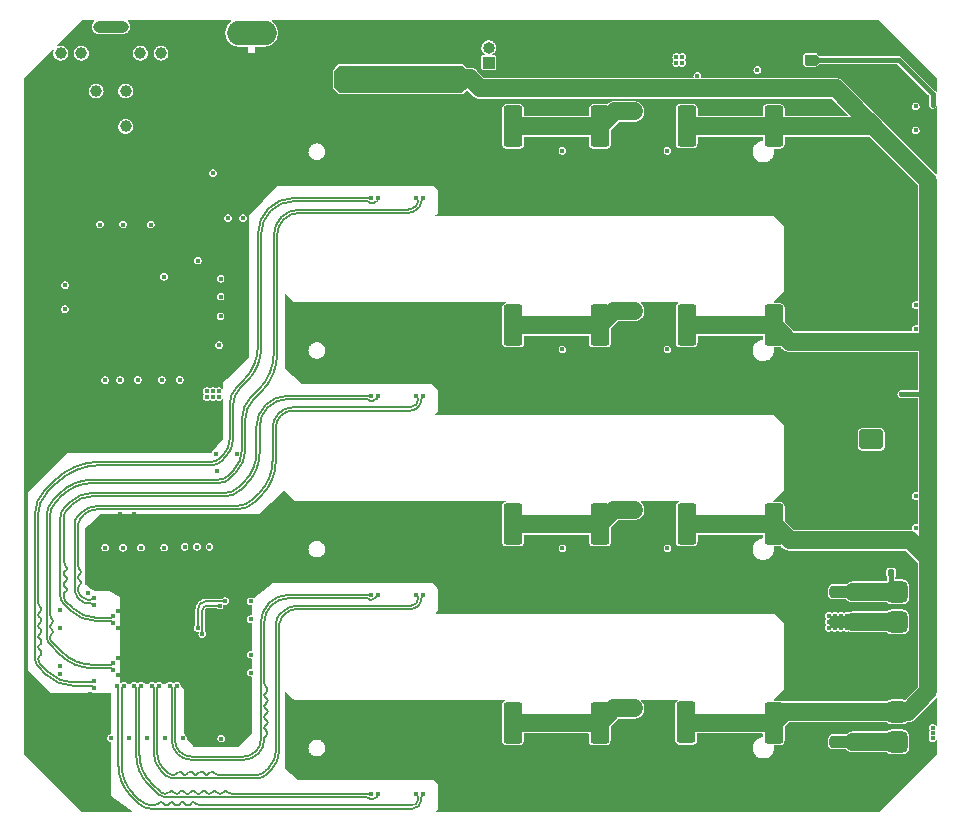
<source format=gbl>
%TF.GenerationSoftware,KiCad,Pcbnew,7.0.9*%
%TF.CreationDate,2025-01-01T13:08:25+08:00*%
%TF.ProjectId,ver0.1-rounded,76657230-2e31-42d7-926f-756e6465642e,rev?*%
%TF.SameCoordinates,Original*%
%TF.FileFunction,Copper,L4,Bot*%
%TF.FilePolarity,Positive*%
%FSLAX46Y46*%
G04 Gerber Fmt 4.6, Leading zero omitted, Abs format (unit mm)*
G04 Created by KiCad (PCBNEW 7.0.9) date 2025-01-01 13:08:25*
%MOMM*%
%LPD*%
G01*
G04 APERTURE LIST*
G04 Aperture macros list*
%AMRoundRect*
0 Rectangle with rounded corners*
0 $1 Rounding radius*
0 $2 $3 $4 $5 $6 $7 $8 $9 X,Y pos of 4 corners*
0 Add a 4 corners polygon primitive as box body*
4,1,4,$2,$3,$4,$5,$6,$7,$8,$9,$2,$3,0*
0 Add four circle primitives for the rounded corners*
1,1,$1+$1,$2,$3*
1,1,$1+$1,$4,$5*
1,1,$1+$1,$6,$7*
1,1,$1+$1,$8,$9*
0 Add four rect primitives between the rounded corners*
20,1,$1+$1,$2,$3,$4,$5,0*
20,1,$1+$1,$4,$5,$6,$7,0*
20,1,$1+$1,$6,$7,$8,$9,0*
20,1,$1+$1,$8,$9,$2,$3,0*%
G04 Aperture macros list end*
%TA.AperFunction,ComponentPad*%
%ADD10RoundRect,0.250000X-0.750000X0.600000X-0.750000X-0.600000X0.750000X-0.600000X0.750000X0.600000X0*%
%TD*%
%TA.AperFunction,ComponentPad*%
%ADD11O,2.000000X1.700000*%
%TD*%
%TA.AperFunction,SMDPad,CuDef*%
%ADD12RoundRect,0.254000X-1.752600X0.254000X-1.752600X-0.254000X1.752600X-0.254000X1.752600X0.254000X0*%
%TD*%
%TA.AperFunction,SMDPad,CuDef*%
%ADD13RoundRect,0.457200X-0.457200X0.457200X-0.457200X-0.457200X0.457200X-0.457200X0.457200X0.457200X0*%
%TD*%
%TA.AperFunction,SMDPad,CuDef*%
%ADD14RoundRect,0.147500X-0.147500X-0.172500X0.147500X-0.172500X0.147500X0.172500X-0.147500X0.172500X0*%
%TD*%
%TA.AperFunction,ComponentPad*%
%ADD15C,0.500000*%
%TD*%
%TA.AperFunction,SMDPad,CuDef*%
%ADD16R,3.400000X3.400000*%
%TD*%
%TA.AperFunction,SMDPad,CuDef*%
%ADD17RoundRect,0.250000X-0.550000X1.500000X-0.550000X-1.500000X0.550000X-1.500000X0.550000X1.500000X0*%
%TD*%
%TA.AperFunction,ComponentPad*%
%ADD18O,2.000000X4.000000*%
%TD*%
%TA.AperFunction,ComponentPad*%
%ADD19O,4.200000X2.100000*%
%TD*%
%TA.AperFunction,ComponentPad*%
%ADD20O,1.000000X1.000000*%
%TD*%
%TA.AperFunction,ComponentPad*%
%ADD21R,1.000000X1.000000*%
%TD*%
%TA.AperFunction,ComponentPad*%
%ADD22C,2.800000*%
%TD*%
%TA.AperFunction,ComponentPad*%
%ADD23O,3.000000X1.000000*%
%TD*%
%TA.AperFunction,ComponentPad*%
%ADD24C,1.000000*%
%TD*%
%TA.AperFunction,ViaPad*%
%ADD25C,0.400000*%
%TD*%
%TA.AperFunction,Conductor*%
%ADD26C,0.400000*%
%TD*%
%TA.AperFunction,Conductor*%
%ADD27C,1.500000*%
%TD*%
%TA.AperFunction,Conductor*%
%ADD28C,0.151638*%
%TD*%
%TA.AperFunction,Conductor*%
%ADD29C,0.150000*%
%TD*%
G04 APERTURE END LIST*
D10*
%TO.P,J9,1,Pin_1*%
%TO.N,Net-(J9-Pin_1)*%
X179197000Y-103398000D03*
D11*
%TO.P,J9,2,Pin_2*%
%TO.N,GND*%
X179197000Y-105898000D03*
%TD*%
D12*
%TO.P,U7,6,ADJ*%
%TO.N,Net-(U7-ADJ)*%
X177673000Y-116306600D03*
D13*
X181363112Y-116306600D03*
D12*
%TO.P,U7,5,VOUT*%
%TO.N,+5V*%
X177673000Y-118846600D03*
D13*
X181363112Y-118846600D03*
D12*
%TO.P,U7,4,GND*%
%TO.N,GND*%
X177673000Y-121386600D03*
D13*
X181363112Y-121386600D03*
D12*
%TO.P,U7,3,GND*%
X177673000Y-123926600D03*
D13*
X181363112Y-123926600D03*
D12*
%TO.P,U7,2,VIN*%
%TO.N,Vin_12V*%
X177673000Y-126466600D03*
D13*
X181363112Y-126466600D03*
D12*
%TO.P,U7,1,ON/OFF*%
%TO.N,unconnected-(U7-ON{slash}OFF-Pad1)*%
X177673000Y-129006600D03*
D13*
X181363112Y-129006600D03*
%TD*%
D14*
%TO.P,R43,1*%
%TO.N,Net-(U7-ADJ)*%
X180871000Y-114706400D03*
%TO.P,R43,2*%
%TO.N,GND*%
X181841000Y-114706400D03*
%TD*%
D15*
%TO.P,jmb1,65,GND*%
%TO.N,GND*%
X117142600Y-119174600D03*
X117142600Y-120624600D03*
X117142600Y-122074600D03*
X118592600Y-119174600D03*
D16*
X118592600Y-120624600D03*
D15*
X118592600Y-120624600D03*
X118592600Y-122074600D03*
X120042600Y-119174600D03*
X120042600Y-120624600D03*
X120042600Y-122074600D03*
%TD*%
%TO.P,U5,49,GND*%
%TO.N,GND*%
X116987320Y-91262980D03*
X116987320Y-92312980D03*
X118037320Y-91262980D03*
X118037320Y-92312980D03*
%TD*%
D17*
%TO.P,C101,2*%
%TO.N,GND*%
X156211020Y-116181640D03*
%TO.P,C101,1*%
%TO.N,+5V*%
X156211020Y-110581640D03*
%TD*%
%TO.P,C98,2*%
%TO.N,GND*%
X170917620Y-116181640D03*
%TO.P,C98,1*%
%TO.N,Vin_12V*%
X170917620Y-110581640D03*
%TD*%
%TO.P,C104,2*%
%TO.N,GND*%
X163550600Y-82486876D03*
%TO.P,C104,1*%
%TO.N,Vin_12V*%
X163550600Y-76886876D03*
%TD*%
%TO.P,C105,2*%
%TO.N,GND*%
X148845020Y-132996640D03*
%TO.P,C105,1*%
%TO.N,+5V*%
X148845020Y-127396640D03*
%TD*%
%TO.P,C70,2*%
%TO.N,GND*%
X170917620Y-132996640D03*
%TO.P,C70,1*%
%TO.N,Vin_12V*%
X170917620Y-127396640D03*
%TD*%
%TO.P,C67,2*%
%TO.N,GND*%
X156210000Y-82505200D03*
%TO.P,C67,1*%
%TO.N,+5V*%
X156210000Y-76905200D03*
%TD*%
%TO.P,C71,2*%
%TO.N,GND*%
X148870420Y-99341240D03*
%TO.P,C71,1*%
%TO.N,+5V*%
X148870420Y-93741240D03*
%TD*%
%TO.P,C99,2*%
%TO.N,GND*%
X148845020Y-116181640D03*
%TO.P,C99,1*%
%TO.N,+5V*%
X148845020Y-110581640D03*
%TD*%
%TO.P,C72,2*%
%TO.N,GND*%
X163551620Y-99322916D03*
%TO.P,C72,1*%
%TO.N,Vin_12V*%
X163551620Y-93722916D03*
%TD*%
%TO.P,C69,2*%
%TO.N,GND*%
X148869400Y-82505200D03*
%TO.P,C69,1*%
%TO.N,+5V*%
X148869400Y-76905200D03*
%TD*%
%TO.P,C100,2*%
%TO.N,GND*%
X170916600Y-82505200D03*
%TO.P,C100,1*%
%TO.N,Vin_12V*%
X170916600Y-76905200D03*
%TD*%
%TO.P,C68,2*%
%TO.N,GND*%
X170917620Y-99341240D03*
%TO.P,C68,1*%
%TO.N,Vin_12V*%
X170917620Y-93741240D03*
%TD*%
%TO.P,C66,2*%
%TO.N,GND*%
X163526220Y-132971240D03*
%TO.P,C66,1*%
%TO.N,Vin_12V*%
X163526220Y-127371240D03*
%TD*%
%TO.P,C102,2*%
%TO.N,GND*%
X163551620Y-116181640D03*
%TO.P,C102,1*%
%TO.N,Vin_12V*%
X163551620Y-110581640D03*
%TD*%
D18*
%TO.P,J3,3*%
%TO.N,GND*%
X129528220Y-74973820D03*
%TO.P,J3,2*%
X132028220Y-71273820D03*
D19*
%TO.P,J3,1*%
%TO.N,VDC*%
X126728220Y-68973820D03*
%TD*%
D20*
%TO.P,J2,2,Pin_2*%
%TO.N,Net-(J2-Pin_2)*%
X146800334Y-70236782D03*
D21*
%TO.P,J2,1,Pin_1*%
%TO.N,VDC*%
X146800334Y-71506782D03*
%TD*%
D17*
%TO.P,C73,2*%
%TO.N,GND*%
X156211020Y-99341240D03*
%TO.P,C73,1*%
%TO.N,+5V*%
X156211020Y-93741240D03*
%TD*%
%TO.P,C103,2*%
%TO.N,GND*%
X156185620Y-132996640D03*
%TO.P,C103,1*%
%TO.N,+5V*%
X156185620Y-127396640D03*
%TD*%
D22*
%TO.P,J1,S2*%
%TO.N,GND*%
X108807680Y-74600900D03*
%TO.P,J1,S1*%
X120807680Y-74600900D03*
D23*
%TO.P,J1,11*%
%TO.N,N/C*%
X114807680Y-68450900D03*
D24*
%TO.P,J1,9,STDB_SSRX+*%
%TO.N,/90ohm_SSRX0+*%
X110557680Y-70700900D03*
%TO.P,J1,8,STDB_SSRX-*%
%TO.N,/90ohm_SSRX0-*%
X112307680Y-70700900D03*
%TO.P,J1,7,GND_DRAIN*%
%TO.N,GND*%
X114807680Y-70700900D03*
%TO.P,J1,6,STDB_SSTX+*%
%TO.N,/90ohm_SSTX0-*%
X117307680Y-70700900D03*
%TO.P,J1,5,STDB_SSTX-*%
%TO.N,/90ohm_SSTX0+*%
X119057680Y-70700900D03*
%TO.P,J1,4,GND*%
%TO.N,GND*%
X113557680Y-76900900D03*
%TO.P,J1,3,D+*%
%TO.N,/90ohm_HSD0+*%
X116057680Y-76900900D03*
%TO.P,J1,2,D-*%
%TO.N,/90ohm_HSD0-*%
X116057680Y-73900900D03*
%TO.P,J1,1,VBUS*%
%TO.N,VBUS*%
X113557680Y-73900900D03*
%TD*%
D25*
%TO.N,Vin_12V*%
X181737000Y-99568000D03*
%TO.N,GND*%
X116740000Y-109750000D03*
X115620000Y-109760000D03*
X118800000Y-110630000D03*
X115398820Y-123344865D03*
X113014793Y-124941063D03*
%TO.N,*%
X112875487Y-116424857D03*
%TO.N,GND*%
X115408901Y-117911323D03*
X115396381Y-119347972D03*
X115396190Y-121906205D03*
X116338169Y-123833647D03*
X117840936Y-123852086D03*
X120820000Y-123820000D03*
X119340000Y-123850000D03*
%TO.N,/100ohm_ATXN0*%
X137439400Y-82953800D03*
%TO.N,/100ohm_ATXP0*%
X136859020Y-82953800D03*
%TO.N,/100ohm_ARXN0*%
X140669020Y-82953800D03*
%TO.N,/100ohm_ARXP0*%
X141249400Y-82953800D03*
%TO.N,/100ohm_ATXP3*%
X136859020Y-99715200D03*
%TO.N,/100ohm_ATXN3*%
X137439400Y-99715200D03*
%TO.N,/100ohm_ARXP3*%
X141249400Y-99715200D03*
%TO.N,/100ohm_ARXN3*%
X140669020Y-99715200D03*
%TO.N,/100ohm_ATXN1*%
X137444500Y-116560600D03*
%TO.N,/100ohm_ATXP1*%
X136864120Y-116560600D03*
%TO.N,/100ohm_ARXP1*%
X141254500Y-116560600D03*
%TO.N,/100ohm_ARXN1*%
X140674120Y-116560600D03*
%TO.N,/100ohm_ARXP2*%
X141254500Y-133426200D03*
%TO.N,/100ohm_ARXN2*%
X140674120Y-133426200D03*
%TO.N,/100ohm_ATXP2*%
X136859020Y-133426200D03*
%TO.N,/100ohm_ATXN2*%
X137439400Y-133426200D03*
%TO.N,GND*%
X174015400Y-88442800D03*
X172745400Y-88442800D03*
X174015400Y-87172800D03*
X172745400Y-87172800D03*
X173380400Y-87807800D03*
X173964600Y-122148600D03*
X172694600Y-122148600D03*
X173964600Y-120878600D03*
X172694600Y-120878600D03*
X173329600Y-121513600D03*
X172796200Y-103860600D03*
X174066200Y-103860600D03*
X174066200Y-105130600D03*
X173431200Y-104495600D03*
X172796200Y-105130600D03*
%TO.N,+3V3*%
X174244000Y-71526400D03*
X173736000Y-71526400D03*
X173736000Y-71018400D03*
X174244000Y-71018400D03*
%TO.N,+1V2*%
X163195000Y-71526400D03*
X163195000Y-71018400D03*
X162687000Y-71018400D03*
X162687000Y-71526400D03*
%TO.N,+3V3*%
X184378600Y-74142600D03*
X184378600Y-74625200D03*
X184378600Y-75082400D03*
X184378600Y-128727200D03*
X184378600Y-128270000D03*
X184378600Y-127812800D03*
%TO.N,GND*%
X182270400Y-127685800D03*
X170510200Y-70510400D03*
X170510200Y-69799200D03*
X170510200Y-69164200D03*
X170521759Y-71145400D03*
X170510200Y-71831200D03*
X166430000Y-71805800D03*
X166430000Y-71120000D03*
X166430000Y-70485000D03*
X166430000Y-69773800D03*
X166430000Y-69138800D03*
X167487600Y-75336400D03*
X167030400Y-75336400D03*
X167970200Y-75336400D03*
X169799000Y-75336400D03*
X169316400Y-75336400D03*
X168859200Y-75336400D03*
%TO.N,+5V*%
X176606200Y-118846600D03*
X175590200Y-118846600D03*
X176098200Y-118338600D03*
X177114200Y-119354600D03*
X176606200Y-118338600D03*
X177114200Y-118338600D03*
X176098200Y-118846600D03*
X175590200Y-119354600D03*
X175590200Y-118338600D03*
X176606200Y-119354600D03*
X177114200Y-118846600D03*
X176098200Y-119354600D03*
%TO.N,Vin_12V*%
X134239000Y-72161400D03*
X135509000Y-72161400D03*
X136779000Y-72161400D03*
X138049000Y-72161400D03*
X139319000Y-72161400D03*
X140589000Y-72161400D03*
X141859000Y-72161400D03*
X143129000Y-72161400D03*
X144399000Y-72161400D03*
X134239000Y-73431400D03*
X135509000Y-73431400D03*
X136779000Y-73431400D03*
X138049000Y-73431400D03*
X139319000Y-73431400D03*
X140589000Y-73431400D03*
X141859000Y-73431400D03*
X143129000Y-73431400D03*
X144399000Y-73431400D03*
X142494000Y-72796400D03*
X143764000Y-72796400D03*
X141224000Y-72796400D03*
X139954000Y-72796400D03*
X138684000Y-72796400D03*
X137414000Y-72796400D03*
X136144000Y-72796400D03*
X134874000Y-72796400D03*
%TO.N,Net-(U3-EN1)*%
X164465000Y-72641736D03*
%TO.N,GND*%
X118999000Y-77724000D03*
X120777000Y-111379000D03*
X117348000Y-71882000D03*
X110490000Y-77724000D03*
X112268000Y-71882000D03*
X116205000Y-75184000D03*
X110490000Y-80518000D03*
X123698000Y-104648000D03*
X145415000Y-68707000D03*
X150622000Y-68707000D03*
X125671580Y-92758260D03*
X125674120Y-93223080D03*
X110744000Y-75565000D03*
X123825000Y-106045000D03*
X118999000Y-80518000D03*
X117348000Y-80518000D03*
X117348000Y-73025000D03*
X150622000Y-69215000D03*
X145415000Y-69215000D03*
X122186700Y-80863920D03*
X119126000Y-72009000D03*
X117348000Y-77724000D03*
X110744000Y-72771000D03*
X117348000Y-75311000D03*
X125476000Y-104648000D03*
%TO.N,Vin_12V*%
X169824400Y-127406400D03*
X169316400Y-111058960D03*
X169316400Y-110042960D03*
X168808400Y-111058960D03*
X168300400Y-76911200D03*
X169316400Y-76911200D03*
X169316400Y-94234000D03*
X168300400Y-94234000D03*
X168808400Y-77419200D03*
X168300400Y-111058960D03*
X169316400Y-127914400D03*
X168300400Y-77419200D03*
X168808400Y-127914400D03*
X168300400Y-110550960D03*
X168808400Y-127406400D03*
X169316400Y-93218000D03*
X169824400Y-76403200D03*
X169824400Y-76911200D03*
X168300400Y-93218000D03*
X169316400Y-76403200D03*
X169824400Y-77419200D03*
X168300400Y-76403200D03*
X168300400Y-126898400D03*
X168808400Y-93726000D03*
X169824400Y-93218000D03*
X168300400Y-127914400D03*
X169316400Y-93726000D03*
X168808400Y-76403200D03*
X168808400Y-93218000D03*
X169824400Y-127914400D03*
X168808400Y-110042960D03*
X169824400Y-111058960D03*
X168300400Y-110042960D03*
X168808400Y-76911200D03*
X169824400Y-110550960D03*
X169316400Y-110550960D03*
X168808400Y-126898400D03*
X168300400Y-127406400D03*
X169316400Y-127406400D03*
X169824400Y-93726000D03*
X169824400Y-126898400D03*
X169316400Y-77419200D03*
X168808400Y-94234000D03*
X168808400Y-110550960D03*
X169824400Y-110042960D03*
X169824400Y-94234000D03*
X169316400Y-126898400D03*
X168300400Y-93726000D03*
%TO.N,+5V*%
X158089600Y-125628400D03*
X158597600Y-92964000D03*
X158089600Y-126644400D03*
X158089600Y-76149200D03*
X159105600Y-126644400D03*
X157581600Y-75641200D03*
X159105600Y-109778800D03*
X158597600Y-125628400D03*
X157581600Y-108762800D03*
X158597600Y-75641200D03*
X158597600Y-109778800D03*
X158089600Y-92456000D03*
X159105600Y-125628400D03*
X159105600Y-75641200D03*
X158597600Y-126136400D03*
X158597600Y-92456000D03*
X158597600Y-108762800D03*
X157581600Y-126136400D03*
X158089600Y-109270800D03*
X159105600Y-92456000D03*
X159105600Y-75133200D03*
X157581600Y-76149200D03*
X157581600Y-92456000D03*
X158089600Y-75133200D03*
X158089600Y-91948000D03*
X158089600Y-92964000D03*
X158597600Y-91948000D03*
X159105600Y-91948000D03*
X157581600Y-125628400D03*
X157581600Y-109270800D03*
X158089600Y-108762800D03*
X157581600Y-91948000D03*
X157581600Y-126644400D03*
X158597600Y-76149200D03*
X158089600Y-75641200D03*
X158089600Y-126136400D03*
X157581600Y-92964000D03*
X159105600Y-76149200D03*
X159105600Y-108762800D03*
X157581600Y-109778800D03*
X158597600Y-75133200D03*
X158597600Y-126644400D03*
X159105600Y-92964000D03*
X158089600Y-109778800D03*
X159105600Y-109270800D03*
X158597600Y-109270800D03*
X159105600Y-126136400D03*
X157581600Y-75133200D03*
%TO.N,+1V2*%
X110472220Y-123296680D03*
X115844320Y-112568920D03*
X116342160Y-128691620D03*
X119400320Y-128691620D03*
X119331740Y-112565620D03*
X126637800Y-123151900D03*
X126645440Y-117116860D03*
X110473720Y-117858540D03*
%TO.N,+3V3*%
X114818160Y-128691620D03*
X122094077Y-112491380D03*
X126637800Y-121627900D03*
X124155200Y-128728820D03*
X110487460Y-122585480D03*
X114330480Y-112568920D03*
X120916700Y-128691620D03*
X123158337Y-112491380D03*
X126637800Y-118633240D03*
X110473720Y-119382540D03*
X117363240Y-112565620D03*
X121052677Y-112491380D03*
X117868700Y-128691620D03*
%TO.N,/vout3.3*%
X124726700Y-84666120D03*
X120644920Y-98364020D03*
X123972801Y-95435582D03*
X123456700Y-80863920D03*
X115577620Y-98364020D03*
X125996700Y-84666120D03*
X114320573Y-98401219D03*
X119308880Y-89636600D03*
X124097800Y-91315540D03*
%TO.N,/vout1.2*%
X110928380Y-90357960D03*
X113879340Y-85209820D03*
X122936000Y-99314000D03*
X122936000Y-99822000D03*
X118186200Y-85209820D03*
X115841780Y-85209820D03*
X124097800Y-89796420D03*
X123444000Y-99822000D03*
X117091460Y-98364020D03*
X110918200Y-92390740D03*
X123952000Y-99822000D03*
X123952000Y-99314000D03*
X123444000Y-99314000D03*
X124097800Y-92991940D03*
%TO.N,/100ohm_ATXP0*%
X113342706Y-124424600D03*
%TO.N,/100ohm_ATXN0*%
X113342706Y-123824600D03*
%TO.N,/100ohm_ARXP0*%
X114967494Y-122324600D03*
%TO.N,/100ohm_ARXN0*%
X114967494Y-122924600D03*
%TO.N,/100ohm_ATXN1*%
X119792600Y-124249706D03*
%TO.N,/100ohm_ATXP1*%
X120392600Y-124249706D03*
%TO.N,/100ohm_ARXP1*%
X118292600Y-124249706D03*
%TO.N,/100ohm_ARXN1*%
X118892600Y-124249706D03*
%TO.N,/100ohm_ATXN2*%
X116792600Y-124249706D03*
%TO.N,/100ohm_ATXP2*%
X117392600Y-124249706D03*
%TO.N,/100ohm_ARXP2*%
X115292600Y-124249706D03*
%TO.N,/100ohm_ARXN2*%
X115892600Y-124249706D03*
%TO.N,/100ohm_ATXN3*%
X114967494Y-118324600D03*
%TO.N,/100ohm_ATXP3*%
X114967494Y-118924600D03*
%TO.N,/100ohm_ARXN3*%
X113342706Y-117424600D03*
%TO.N,/100ohm_ARXP3*%
X113342706Y-116824600D03*
%TO.N,/HOT1*%
X153042620Y-78961060D03*
X182953660Y-75215860D03*
%TO.N,/DAS1*%
X161932620Y-78961060D03*
X182953700Y-77247380D03*
%TO.N,/DAS2*%
X182955099Y-110897931D03*
X161932620Y-112621060D03*
%TO.N,/HOT2*%
X182953660Y-108204000D03*
X153042620Y-112621060D03*
%TO.N,/DAS4*%
X161932620Y-95791060D03*
X182953700Y-94070380D03*
%TO.N,/HOT4*%
X153042620Y-95791060D03*
X182953660Y-92038860D03*
%TO.N,VBUS*%
X122174000Y-88265000D03*
X119126000Y-98364020D03*
%TO.N,/AGPIO4*%
X122557540Y-119874600D03*
X124009565Y-117473500D03*
%TO.N,/AGPIO3*%
X122174000Y-119380000D03*
X124480320Y-117096540D03*
%TO.N,Net-(U3-EN1)*%
X169545000Y-72136000D03*
%TD*%
D26*
%TO.N,Vin_12V*%
X181737000Y-99568000D02*
X184004159Y-99568000D01*
D27*
X184004159Y-99568000D02*
X184004159Y-113487200D01*
X184004159Y-95605600D02*
X184004159Y-99568000D01*
X178562000Y-76073000D02*
X184004159Y-81515159D01*
X184004159Y-81515159D02*
X184004159Y-95605600D01*
X179394200Y-76905200D02*
X178562000Y-76073000D01*
X170916600Y-76905200D02*
X179394200Y-76905200D01*
D28*
%TO.N,/100ohm_ATXN2*%
X137439400Y-133502400D02*
X137439400Y-133426200D01*
X116953281Y-130116620D02*
X116953281Y-124410387D01*
X137385526Y-133632489D02*
G75*
G03*
X137439400Y-133502400I-130126J130089D01*
G01*
X136630081Y-133766922D02*
G75*
G03*
X136480175Y-133704838I-149881J-149878D01*
G01*
X137011908Y-133829016D02*
G75*
G03*
X137314190Y-133703809I-8J427516D01*
G01*
X137314190Y-133703809D02*
X137385518Y-133632481D01*
X137011908Y-133829019D02*
X136779975Y-133829019D01*
X136630081Y-133766922D02*
G75*
G03*
X136779975Y-133829019I149919J149922D01*
G01*
X119399071Y-133704838D02*
X136480175Y-133704838D01*
X118812082Y-133461674D02*
G75*
G03*
X119399071Y-133704838I587018J586974D01*
G01*
X118812064Y-133461692D02*
X118004245Y-132653873D01*
X116953267Y-130116620D02*
G75*
G03*
X118004245Y-132653873I3588233J20D01*
G01*
X116792600Y-124249706D02*
X116953281Y-124410387D01*
%TO.N,/100ohm_ATXN1*%
X119953293Y-128850973D02*
G75*
G03*
X120447787Y-130044813I1688307J-27D01*
G01*
X120447778Y-130044822D02*
G75*
G03*
X121641626Y-130539319I1193822J1193822D01*
G01*
X127293965Y-130003102D02*
G75*
G03*
X127787400Y-128811777I-1191365J1191302D01*
G01*
X126029607Y-130539315D02*
G75*
G03*
X127272553Y-130024472I-7J1757815D01*
G01*
%TO.N,/100ohm_ATXP1*%
X127075516Y-129827435D02*
G75*
G03*
X127508762Y-128781522I-1045916J1045935D01*
G01*
X120231932Y-128850969D02*
G75*
G03*
X120644814Y-129847786I1409668J-31D01*
G01*
X120644805Y-129847795D02*
G75*
G03*
X121641630Y-130260681I996795J996795D01*
G01*
X126029603Y-130260676D02*
G75*
G03*
X127075526Y-129827445I-3J1479176D01*
G01*
%TO.N,/100ohm_ATXN1*%
X127787400Y-124030944D02*
X127787400Y-118923001D01*
X128025576Y-124477990D02*
X127935093Y-124387507D01*
X127844597Y-124935202D02*
X128025575Y-124754223D01*
X128025625Y-125392402D02*
X127844597Y-125211375D01*
X128025625Y-126306802D02*
X127844597Y-126125775D01*
X127844597Y-126764002D02*
X128025625Y-126582974D01*
X127787400Y-128650000D02*
X128025625Y-128411775D01*
X127787400Y-128811777D02*
X127787400Y-128650000D01*
X127293945Y-130003082D02*
X127272554Y-130024473D01*
X121641626Y-130539319D02*
X126029607Y-130539319D01*
X119953281Y-128850973D02*
X119953281Y-124410387D01*
X119792600Y-124249706D02*
X119953281Y-124410387D01*
X127787382Y-124030944D02*
G75*
G03*
X127935093Y-124387507I504318J44D01*
G01*
X127844597Y-125849602D02*
X128025625Y-125668574D01*
X128082792Y-124616107D02*
G75*
G03*
X128025575Y-124477991I-195292J7D01*
G01*
X128025564Y-124754212D02*
G75*
G03*
X128082786Y-124616107I-138064J138112D01*
G01*
X127844600Y-124935205D02*
G75*
G03*
X127787400Y-125073289I138100J-138095D01*
G01*
X127844597Y-127678402D02*
X128025625Y-127497375D01*
X127787413Y-125073289D02*
G75*
G03*
X127844597Y-125211375I195287J-11D01*
G01*
X128082819Y-125530489D02*
G75*
G03*
X128025625Y-125392402I-195319J-11D01*
G01*
X128025640Y-125668589D02*
G75*
G03*
X128082823Y-125530489I-138140J138089D01*
G01*
X127844600Y-125849605D02*
G75*
G03*
X127787400Y-125987689I138100J-138095D01*
G01*
X127787413Y-125987689D02*
G75*
G03*
X127844597Y-126125775I195287J-11D01*
G01*
X128082819Y-126444889D02*
G75*
G03*
X128025625Y-126306802I-195319J-11D01*
G01*
X128025625Y-127221202D02*
X127844597Y-127040175D01*
X128025640Y-126582989D02*
G75*
G03*
X128082823Y-126444889I-138140J138089D01*
G01*
X127844600Y-126764005D02*
G75*
G03*
X127787400Y-126902089I138100J-138095D01*
G01*
X127787413Y-126902089D02*
G75*
G03*
X127844597Y-127040175I195287J-11D01*
G01*
X128082819Y-127359289D02*
G75*
G03*
X128025625Y-127221202I-195319J-11D01*
G01*
X128025639Y-127497389D02*
G75*
G03*
X128082823Y-127359289I-138139J138089D01*
G01*
X127844600Y-127678405D02*
G75*
G03*
X127787400Y-127816489I138100J-138095D01*
G01*
X127787413Y-127816489D02*
G75*
G03*
X127844597Y-127954575I195287J-11D01*
G01*
X128025639Y-128411789D02*
G75*
G03*
X128082823Y-128273689I-138139J138089D01*
G01*
%TO.N,/100ohm_ATXP1*%
X127508762Y-128781522D02*
X127508762Y-118923821D01*
%TO.N,/100ohm_ATXN1*%
X128025625Y-128135602D02*
X127844597Y-127954575D01*
X128082819Y-128273689D02*
G75*
G03*
X128025625Y-128135602I-195319J-11D01*
G01*
%TO.N,/100ohm_ATXP1*%
X121641630Y-130260681D02*
X126029603Y-130260681D01*
X120231919Y-128850969D02*
X120231919Y-124410387D01*
X120392600Y-124249706D02*
X120231919Y-124410387D01*
X120392600Y-124249706D02*
X120392600Y-124402600D01*
D29*
%TO.N,/100ohm_ATXN1*%
X129872801Y-116837601D02*
G75*
G03*
X128398200Y-117448400I-1J-2085399D01*
G01*
X128398200Y-117448400D02*
G75*
G03*
X127787400Y-118923001I1474600J-1474600D01*
G01*
%TO.N,/100ohm_ATXP1*%
X129871983Y-116560582D02*
G75*
G03*
X128200934Y-117252772I17J-2363218D01*
G01*
X128200919Y-117252757D02*
G75*
G03*
X127508762Y-118923821I1671081J-1671043D01*
G01*
X129871983Y-116560600D02*
X136864120Y-116560600D01*
%TO.N,/100ohm_ATXN1*%
X129872801Y-116837600D02*
X136484217Y-116837600D01*
X136870053Y-116962600D02*
X136785994Y-116962600D01*
X137444500Y-116560600D02*
X137164438Y-116840661D01*
X136635100Y-116900106D02*
G75*
G03*
X136484217Y-116837600I-150900J-150894D01*
G01*
X136635106Y-116900100D02*
G75*
G03*
X136785994Y-116962600I150894J150900D01*
G01*
X136870053Y-116962573D02*
G75*
G03*
X137164438Y-116840661I47J416273D01*
G01*
D28*
%TO.N,/100ohm_ARXP2*%
X117118339Y-134206393D02*
G75*
G03*
X118237727Y-134670038I1119361J1119393D01*
G01*
%TO.N,/100ohm_ARXN2*%
X121784377Y-134106223D02*
G75*
G03*
X121637527Y-134167074I23J-207677D01*
G01*
X119498377Y-134391376D02*
G75*
G03*
X119645227Y-134330572I23J207676D01*
G01*
X120265933Y-134330565D02*
G75*
G03*
X120412777Y-134391400I146867J146865D01*
G01*
X119955577Y-134106223D02*
G75*
G03*
X119808727Y-134167074I23J-207677D01*
G01*
X118468365Y-134391370D02*
G75*
G03*
X118812575Y-134248821I35J486770D01*
G01*
X121327158Y-134391376D02*
G75*
G03*
X121474040Y-134330559I42J207676D01*
G01*
X122012980Y-134248820D02*
G75*
G03*
X122357188Y-134391400I344220J344220D01*
G01*
X121016859Y-134167105D02*
G75*
G03*
X120869958Y-134106284I-146859J-146895D01*
G01*
X121931234Y-134167066D02*
G75*
G03*
X121784377Y-134106246I-146834J-146834D01*
G01*
X119351533Y-134330565D02*
G75*
G03*
X119498377Y-134391400I146867J146865D01*
G01*
X120412777Y-134391376D02*
G75*
G03*
X120559627Y-134330572I23J207676D01*
G01*
X120102434Y-134167066D02*
G75*
G03*
X119955577Y-134106246I-146834J-146834D01*
G01*
X119041177Y-134106223D02*
G75*
G03*
X118894327Y-134167074I23J-207677D01*
G01*
X120869958Y-134106252D02*
G75*
G03*
X120723075Y-134167124I42J-207748D01*
G01*
X117228312Y-133922258D02*
G75*
G03*
X118360875Y-134391400I1132588J1132558D01*
G01*
X119188034Y-134167066D02*
G75*
G03*
X119041177Y-134106246I-146834J-146834D01*
G01*
X121180301Y-134330533D02*
G75*
G03*
X121327158Y-134391400I146899J146833D01*
G01*
%TO.N,/100ohm_ATXP2*%
X119375732Y-133426222D02*
G75*
G03*
X119707367Y-133288831I-32J469022D01*
G01*
X123136368Y-133426163D02*
G75*
G03*
X123292110Y-133361689I32J220263D01*
G01*
X121920497Y-133215926D02*
G75*
G03*
X121764786Y-133151427I-155697J-155674D01*
G01*
X121151831Y-133361683D02*
G75*
G03*
X121307568Y-133426200I155769J155783D01*
G01*
X124736567Y-133288833D02*
G75*
G03*
X125068203Y-133426200I331633J331633D01*
G01*
X120850368Y-133151436D02*
G75*
G03*
X120694625Y-133215974I32J-220264D01*
G01*
X124507968Y-133151436D02*
G75*
G03*
X124352225Y-133215974I32J-220264D01*
G01*
X121764786Y-133151406D02*
G75*
G03*
X121609073Y-133215925I14J-220194D01*
G01*
X122066283Y-133361692D02*
G75*
G03*
X122221986Y-133426200I155717J155692D01*
G01*
X122221986Y-133426191D02*
G75*
G03*
X122377697Y-133361701I14J220191D01*
G01*
X120237431Y-133361683D02*
G75*
G03*
X120393168Y-133426200I155769J155783D01*
G01*
X121307568Y-133426163D02*
G75*
G03*
X121463310Y-133361689I32J220263D01*
G01*
X119935968Y-133151436D02*
G75*
G03*
X119780225Y-133215974I32J-220264D01*
G01*
X121006122Y-133215962D02*
G75*
G03*
X120850368Y-133151464I-155722J-155738D01*
G01*
X119029423Y-133285015D02*
G75*
G03*
X119370314Y-133426200I340877J340915D01*
G01*
X124663722Y-133215962D02*
G75*
G03*
X124507968Y-133151464I-155722J-155738D01*
G01*
X123749297Y-133215926D02*
G75*
G03*
X123593586Y-133151427I-155697J-155674D01*
G01*
X122679168Y-133151436D02*
G75*
G03*
X122523425Y-133215974I32J-220264D01*
G01*
X123593586Y-133151407D02*
G75*
G03*
X123437875Y-133215926I14J-220193D01*
G01*
X120393168Y-133426163D02*
G75*
G03*
X120548910Y-133361689I32J220263D01*
G01*
X122980631Y-133361683D02*
G75*
G03*
X123136368Y-133426200I155769J155783D01*
G01*
X123895083Y-133361692D02*
G75*
G03*
X124050786Y-133426200I155717J155692D01*
G01*
X124050786Y-133426192D02*
G75*
G03*
X124206498Y-133361701I14J220192D01*
G01*
X120091722Y-133215962D02*
G75*
G03*
X119935968Y-133151464I-155722J-155738D01*
G01*
X122834922Y-133215962D02*
G75*
G03*
X122679168Y-133151464I-155722J-155738D01*
G01*
%TO.N,/100ohm_ARXP2*%
X115453289Y-131036069D02*
G75*
G03*
X116517646Y-133605673I3633911J-31D01*
G01*
%TO.N,/100ohm_ARXN2*%
X115731957Y-131036066D02*
G75*
G03*
X116714673Y-133408645I3355343J-34D01*
G01*
%TO.N,/100ohm_ATXP2*%
X117231907Y-130116616D02*
G75*
G03*
X118201273Y-132456845I3309593J16D01*
G01*
%TO.N,/100ohm_ARXP2*%
X141175759Y-133504959D02*
G75*
G03*
X141097000Y-133695069I190141J-190141D01*
G01*
X140875290Y-134448328D02*
G75*
G03*
X141097000Y-133913134I-535190J535228D01*
G01*
X140340096Y-134670025D02*
G75*
G03*
X140875308Y-134448346I4J756925D01*
G01*
%TO.N,/100ohm_ARXN2*%
X140818328Y-133672436D02*
G75*
G03*
X140746240Y-133498322I-246228J36D01*
G01*
X140340095Y-134391387D02*
G75*
G03*
X140678281Y-134251319I5J478287D01*
G01*
X140678263Y-134251301D02*
G75*
G03*
X140818362Y-133913133I-338163J338201D01*
G01*
%TO.N,/100ohm_ARXP1*%
X120026579Y-132105400D02*
X127157505Y-132105400D01*
X118292600Y-124249706D02*
X118453281Y-124410387D01*
X119443133Y-131863700D02*
G75*
G03*
X120026579Y-132105400I583467J583400D01*
G01*
X118453281Y-130003065D02*
X118453281Y-124410387D01*
X118453301Y-130003065D02*
G75*
G03*
X119069040Y-131489640I2102299J-35D01*
G01*
X127157505Y-132105402D02*
G75*
G03*
X128016000Y-131749800I-5J1214102D01*
G01*
X119069040Y-131489640D02*
X119443114Y-131863719D01*
X128016000Y-131749800D02*
X128371600Y-131394200D01*
X128371597Y-131394197D02*
G75*
G03*
X129082800Y-129677211I-1716997J1716997D01*
G01*
X129082800Y-129677211D02*
X129082800Y-118957708D01*
X129305047Y-118421147D02*
G75*
G03*
X129082800Y-118957708I536553J-536553D01*
G01*
X130600417Y-117754408D02*
G75*
G03*
X129527300Y-118198900I-17J-1517592D01*
G01*
X129527300Y-118198900D02*
X129305050Y-118421150D01*
X140208713Y-117754400D02*
X130600417Y-117754400D01*
X140208713Y-117754404D02*
G75*
G03*
X140836826Y-117494226I-13J888304D01*
G01*
X140836826Y-117494226D02*
X140914582Y-117416471D01*
X140914592Y-117416481D02*
G75*
G03*
X141097000Y-116976077I-440392J440381D01*
G01*
X141097000Y-116829469D02*
X141097000Y-116976077D01*
X141175759Y-116639359D02*
G75*
G03*
X141097000Y-116829469I190141J-190141D01*
G01*
X141175750Y-116639350D02*
X141254500Y-116560600D01*
%TO.N,/100ohm_ARXN1*%
X121982777Y-131826749D02*
G75*
G03*
X122129627Y-131765934I23J207649D01*
G01*
X122750288Y-131765908D02*
G75*
G03*
X122897158Y-131826762I146912J146908D01*
G01*
X121068377Y-131826749D02*
G75*
G03*
X121215227Y-131765934I23J207649D01*
G01*
X121835941Y-131765919D02*
G75*
G03*
X121982777Y-131826762I146859J146819D01*
G01*
X120758041Y-131602421D02*
G75*
G03*
X120611177Y-131541608I-146841J-146879D01*
G01*
X120130054Y-131826791D02*
G75*
G03*
X120317743Y-131749018I-54J265491D01*
G01*
X122586867Y-131602459D02*
G75*
G03*
X122439958Y-131541646I-146867J-146941D01*
G01*
X120921541Y-131765919D02*
G75*
G03*
X121068377Y-131826762I146859J146819D01*
G01*
X122897158Y-131826719D02*
G75*
G03*
X123044040Y-131765920I42J207719D01*
G01*
X123501241Y-131602421D02*
G75*
G03*
X123354377Y-131541608I-146841J-146879D01*
G01*
X120611177Y-131541596D02*
G75*
G03*
X120464327Y-131602436I23J-207704D01*
G01*
X121525577Y-131541596D02*
G75*
G03*
X121378727Y-131602436I23J-207704D01*
G01*
X121672441Y-131602421D02*
G75*
G03*
X121525577Y-131541608I-146841J-146879D01*
G01*
X123582988Y-131684174D02*
G75*
G03*
X123927188Y-131826762I344212J344174D01*
G01*
X122439958Y-131541625D02*
G75*
G03*
X122293075Y-131602486I42J-207775D01*
G01*
X123354377Y-131541596D02*
G75*
G03*
X123207527Y-131602436I23J-207704D01*
G01*
X119644725Y-131671277D02*
G75*
G03*
X120020108Y-131826762I375375J375377D01*
G01*
X118731940Y-130003064D02*
G75*
G03*
X119266068Y-131292612I1823660J-36D01*
G01*
X127099797Y-131826763D02*
G75*
G03*
X127859778Y-131511967I3J1074763D01*
G01*
X128174570Y-131197170D02*
G75*
G03*
X128804162Y-129677210I-1519970J1519970D01*
G01*
X129067215Y-118264926D02*
G75*
G03*
X128804162Y-118900000I635085J-635074D01*
G01*
X140672036Y-117264909D02*
G75*
G03*
X140818362Y-116911740I-353136J353209D01*
G01*
X140208713Y-117475767D02*
G75*
G03*
X140639800Y-117297200I-13J609667D01*
G01*
X140818328Y-116806836D02*
G75*
G03*
X140746240Y-116632722I-246228J36D01*
G01*
X130600417Y-117475770D02*
G75*
G03*
X129330274Y-118001874I-17J-1796230D01*
G01*
%TO.N,/100ohm_ATXN0*%
X108648143Y-122022109D02*
G75*
G03*
X108804538Y-122399708I534057J9D01*
G01*
%TO.N,/100ohm_ATXP0*%
X108369475Y-122033723D02*
G75*
G03*
X108599281Y-122588509I784625J23D01*
G01*
%TO.N,/100ohm_ARXP0*%
X109638709Y-118231212D02*
G75*
G03*
X109772627Y-118554492I457191J12D01*
G01*
X109906531Y-119697493D02*
G75*
G03*
X109839575Y-119535841I-228631J-7D01*
G01*
X109705686Y-119078651D02*
G75*
G03*
X109638719Y-119240293I161614J-161649D01*
G01*
X109839585Y-118944753D02*
G75*
G03*
X109906534Y-118783093I-161685J161653D01*
G01*
X109638717Y-119240293D02*
G75*
G03*
X109705677Y-119401943I228583J-7D01*
G01*
X109746069Y-119952608D02*
G75*
G03*
X109638719Y-120211845I259231J-259192D01*
G01*
X109839585Y-119859153D02*
G75*
G03*
X109906534Y-119697493I-161685J161653D01*
G01*
X109906530Y-118783093D02*
G75*
G03*
X109839574Y-118621443I-228630J-7D01*
G01*
X109638685Y-120211845D02*
G75*
G03*
X109746089Y-120471061I366615J45D01*
G01*
%TO.N,/100ohm_ARXN0*%
X109360037Y-120206945D02*
G75*
G03*
X109552530Y-120671558I657063J45D01*
G01*
%TO.N,/100ohm_ATXN0*%
X108648162Y-118265158D02*
G75*
G03*
X108713708Y-118423505I223938J-42D01*
G01*
X108648162Y-119179558D02*
G75*
G03*
X108713708Y-119337905I223938J-42D01*
G01*
X108648162Y-120093958D02*
G75*
G03*
X108713708Y-120252305I223938J-42D01*
G01*
X108713721Y-118106823D02*
G75*
G03*
X108648119Y-118265158I158379J-158377D01*
G01*
X108648162Y-121008358D02*
G75*
G03*
X108713708Y-121166705I223938J-42D01*
G01*
X108713721Y-119021223D02*
G75*
G03*
X108648119Y-119179558I158379J-158377D01*
G01*
X108713721Y-119935623D02*
G75*
G03*
X108648119Y-120093958I158379J-158377D01*
G01*
X108854227Y-117966319D02*
G75*
G03*
X108919803Y-117807958I-158327J158319D01*
G01*
X108713721Y-120850023D02*
G75*
G03*
X108648119Y-121008358I158379J-158377D01*
G01*
X108854227Y-118880719D02*
G75*
G03*
X108919803Y-118722358I-158327J158319D01*
G01*
X108783959Y-121694156D02*
G75*
G03*
X108648119Y-122022109I327941J-327944D01*
G01*
X108919842Y-117807958D02*
G75*
G03*
X108854212Y-117649611I-223942J-42D01*
G01*
X108854227Y-119795119D02*
G75*
G03*
X108919803Y-119636758I-158327J158319D01*
G01*
X108854227Y-120709519D02*
G75*
G03*
X108919803Y-120551158I-158327J158319D01*
G01*
X108919842Y-118722358D02*
G75*
G03*
X108854212Y-118564011I-223942J-42D01*
G01*
X108854227Y-121623919D02*
G75*
G03*
X108919803Y-121465558I-158327J158319D01*
G01*
X108919842Y-119636758D02*
G75*
G03*
X108854212Y-119478411I-223942J-42D01*
G01*
X108919842Y-120551158D02*
G75*
G03*
X108854212Y-120392811I-223942J-42D01*
G01*
X108919842Y-121465558D02*
G75*
G03*
X108854212Y-121307211I-223942J-42D01*
G01*
X108648111Y-117251406D02*
G75*
G03*
X108783961Y-117579358I463789J6D01*
G01*
%TO.N,/100ohm_ARXP3*%
X112281430Y-114622907D02*
G75*
G03*
X112214598Y-114461573I-228130J7D01*
G01*
X112013266Y-114070577D02*
G75*
G03*
X112147331Y-114394307I457834J-23D01*
G01*
X112104665Y-115808530D02*
G75*
G03*
X112013238Y-116029328I220835J-220770D01*
G01*
X112281430Y-115537307D02*
G75*
G03*
X112214598Y-115375973I-228130J7D01*
G01*
X112013234Y-115080107D02*
G75*
G03*
X112080064Y-115241440I228166J7D01*
G01*
X112214588Y-114784230D02*
G75*
G03*
X112281425Y-114622907I-161288J161330D01*
G01*
X112214588Y-115698630D02*
G75*
G03*
X112281425Y-115537307I-161288J161330D01*
G01*
X112080061Y-114918770D02*
G75*
G03*
X112013238Y-115080107I161339J-161330D01*
G01*
%TO.N,/100ohm_ATXN3*%
X111051475Y-116265616D02*
G75*
G03*
X111107081Y-116131419I-134175J134216D01*
G01*
X110862694Y-114625616D02*
G75*
G03*
X110807119Y-114759801I134206J-134184D01*
G01*
X110807100Y-115674219D02*
G75*
G03*
X110862712Y-115808429I189800J19D01*
G01*
X111051529Y-115351172D02*
G75*
G03*
X111107118Y-115217001I-134129J134172D01*
G01*
X111107074Y-116131419D02*
G75*
G03*
X111051488Y-115997207I-189774J19D01*
G01*
X110862706Y-115540003D02*
G75*
G03*
X110807119Y-115674219I134194J-134197D01*
G01*
X111051474Y-114436816D02*
G75*
G03*
X111107081Y-114302619I-134174J134216D01*
G01*
X110807100Y-113711932D02*
G75*
G03*
X110957100Y-114074019I512100J32D01*
G01*
X111107129Y-115217001D02*
G75*
G03*
X111051538Y-115082820I-189729J1D01*
G01*
X110877696Y-116439406D02*
G75*
G03*
X110807119Y-116609822I170404J-170394D01*
G01*
X110807125Y-114759801D02*
G75*
G03*
X110862698Y-114893981I189775J1D01*
G01*
X111107074Y-114302619D02*
G75*
G03*
X111051488Y-114168407I-189774J19D01*
G01*
%TO.N,/100ohm_ARXP3*%
X112013255Y-116158656D02*
G75*
G03*
X112193518Y-116593888I615445J-44D01*
G01*
%TO.N,/100ohm_ARXN3*%
X111734596Y-116187511D02*
G75*
G03*
X111976088Y-116770512I824504J11D01*
G01*
%TO.N,/100ohm_ATXN3*%
X110807086Y-116709645D02*
G75*
G03*
X110948290Y-117050460I482014J45D01*
G01*
%TO.N,/100ohm_ATXP3*%
X110528446Y-116678737D02*
G75*
G03*
X110773120Y-117269348I835254J37D01*
G01*
%TO.N,/100ohm_ATXN3*%
X110807119Y-116609822D02*
X110807119Y-116709645D01*
%TO.N,/100ohm_ARXP3*%
X112373813Y-116774151D02*
G75*
G03*
X112883467Y-116985281I509687J509651D01*
G01*
X113068406Y-116985290D02*
G75*
G03*
X113262365Y-116904940I-6J274290D01*
G01*
%TO.N,/100ohm_ARXN3*%
X112217591Y-117011983D02*
G75*
G03*
X112825759Y-117263919I608209J608183D01*
G01*
X113262358Y-117344266D02*
G75*
G03*
X113068406Y-117263919I-193958J-193934D01*
G01*
%TO.N,/100ohm_ATXN3*%
X111595113Y-117697287D02*
G75*
G03*
X113497502Y-118485281I1902387J1902387D01*
G01*
%TO.N,/100ohm_ATXP3*%
X111398087Y-117894313D02*
G75*
G03*
X113497498Y-118763919I2099413J2099413D01*
G01*
%TO.N,/100ohm_ARXP0*%
X110699514Y-121424486D02*
G75*
G03*
X113260499Y-122485281I2560986J2560986D01*
G01*
%TO.N,/100ohm_ARXN0*%
X110526997Y-121645995D02*
G75*
G03*
X113225852Y-122763919I2698903J2698895D01*
G01*
%TO.N,/100ohm_ATXN0*%
X109519119Y-123114281D02*
G75*
G03*
X111621881Y-123985281I2102781J2102781D01*
G01*
%TO.N,/100ohm_ATXP0*%
X109322092Y-123311308D02*
G75*
G03*
X111621877Y-124263919I2299808J2299808D01*
G01*
D29*
%TO.N,/AGPIO3*%
X122862817Y-117096908D02*
G75*
G03*
X122375751Y-117298651I-17J-688792D01*
G01*
X122375745Y-117298645D02*
G75*
G03*
X122174000Y-117785717I487055J-487055D01*
G01*
%TO.N,/AGPIO4*%
X122963353Y-117473534D02*
G75*
G03*
X122676400Y-117592360I-53J-405766D01*
G01*
X122676404Y-117592364D02*
G75*
G03*
X122557540Y-117879313I286896J-286936D01*
G01*
D28*
%TO.N,/100ohm_ARXP3*%
X112253382Y-110041258D02*
G75*
G03*
X112013238Y-110620996I579718J-579742D01*
G01*
%TO.N,/100ohm_ARXN3*%
X112015550Y-109885036D02*
G75*
G03*
X111734600Y-110563285I678250J-678264D01*
G01*
%TO.N,/100ohm_ATXN3*%
X111161370Y-109279065D02*
G75*
G03*
X110807119Y-110134290I855230J-855235D01*
G01*
%TO.N,/100ohm_ATXP3*%
X110923538Y-109122843D02*
G75*
G03*
X110528481Y-110076579I953762J-953757D01*
G01*
%TO.N,/100ohm_ARXP0*%
X110164430Y-108675825D02*
G75*
G03*
X109638719Y-109944957I1269170J-1269175D01*
G01*
%TO.N,/100ohm_ARXN0*%
X109926569Y-108519574D02*
G75*
G03*
X109360081Y-109887246I1367631J-1367626D01*
G01*
%TO.N,/100ohm_ATXN0*%
X109421471Y-107894766D02*
G75*
G03*
X108648119Y-109761787I1867029J-1867034D01*
G01*
%TO.N,/100ohm_ATXP0*%
X109200897Y-107721290D02*
G75*
G03*
X108369481Y-109728480I2007203J-2007210D01*
G01*
%TO.N,/100ohm_ARXP3*%
X113653002Y-109320840D02*
G75*
G03*
X112493515Y-109801115I-2J-1639760D01*
G01*
%TO.N,/100ohm_ARXN3*%
X113652998Y-109042200D02*
G75*
G03*
X112296486Y-109604086I2J-1918400D01*
G01*
%TO.N,/100ohm_ATXN3*%
X113226072Y-108216308D02*
G75*
G03*
X111515614Y-108924814I28J-2418992D01*
G01*
%TO.N,/100ohm_ATXP3*%
X113226068Y-107937668D02*
G75*
G03*
X111318586Y-108727786I32J-2697632D01*
G01*
%TO.N,/100ohm_ARXP0*%
X113228406Y-107098722D02*
G75*
G03*
X110690114Y-108150114I-6J-3589678D01*
G01*
%TO.N,/100ohm_ARXN0*%
X113228402Y-106820082D02*
G75*
G03*
X110493086Y-107953086I-2J-3868318D01*
G01*
%TO.N,/100ohm_ATXN0*%
X113928866Y-105574705D02*
G75*
G03*
X110194814Y-107121414I34J-5280795D01*
G01*
%TO.N,/100ohm_ATXP0*%
X113880054Y-105296040D02*
G75*
G03*
X110032299Y-106889874I46J-5441560D01*
G01*
%TO.N,/100ohm_ARXP3*%
X125530845Y-109320853D02*
G75*
G03*
X126978421Y-108721232I-45J2047253D01*
G01*
%TO.N,/100ohm_ARXN3*%
X125473137Y-109042215D02*
G75*
G03*
X126822200Y-108483400I-37J1907915D01*
G01*
%TO.N,/100ohm_ATXN3*%
X124493698Y-108216304D02*
G75*
G03*
X125792141Y-107678486I2J1836304D01*
G01*
%TO.N,/100ohm_ATXP3*%
X124435988Y-107937665D02*
G75*
G03*
X125635918Y-107440653I12J1696965D01*
G01*
%TO.N,/100ohm_ARXP0*%
X123923099Y-107098716D02*
G75*
G03*
X124938161Y-106678266I1J1435516D01*
G01*
%TO.N,/100ohm_ARXN0*%
X123865388Y-106820076D02*
G75*
G03*
X124781937Y-106440432I12J1296176D01*
G01*
%TO.N,/100ohm_ATXN0*%
X123397400Y-105574717D02*
G75*
G03*
X124182510Y-105249516I0J1110317D01*
G01*
%TO.N,/100ohm_ATXP0*%
X123339692Y-105296078D02*
G75*
G03*
X124026288Y-105011683I8J970978D01*
G01*
%TO.N,/100ohm_ARXP3*%
X127578034Y-108121634D02*
G75*
G03*
X128777238Y-105226475I-2895134J2895134D01*
G01*
%TO.N,/100ohm_ARXN3*%
X127381007Y-107924607D02*
G75*
G03*
X128498600Y-105226474I-2698107J2698107D01*
G01*
%TO.N,/100ohm_ATXN3*%
X126329987Y-107140667D02*
G75*
G03*
X127405638Y-104543767I-2596887J2596867D01*
G01*
%TO.N,/100ohm_ATXP3*%
X126132959Y-106943640D02*
G75*
G03*
X127127000Y-104543766I-2399859J2399840D01*
G01*
%TO.N,/100ohm_ARXP0*%
X125358618Y-106257817D02*
G75*
G03*
X126199519Y-104227687I-2030118J2030117D01*
G01*
%TO.N,/100ohm_ARXN0*%
X125161590Y-106060790D02*
G75*
G03*
X125920881Y-104227685I-1833090J1833090D01*
G01*
%TO.N,/100ohm_ATXN0*%
X124507714Y-104924315D02*
G75*
G03*
X125158119Y-103354096I-1570214J1570215D01*
G01*
%TO.N,/100ohm_ATXP0*%
X124310688Y-104727288D02*
G75*
G03*
X124879481Y-103354093I-1373188J1373188D01*
G01*
%TO.N,/100ohm_ARXP0*%
X126872617Y-100044806D02*
G75*
G03*
X126199519Y-101669816I1624983J-1624994D01*
G01*
%TO.N,/100ohm_ARXN0*%
X126593979Y-99929389D02*
G75*
G03*
X125920881Y-101554398I1625021J-1625011D01*
G01*
%TO.N,/100ohm_ATXN0*%
X125751771Y-99076728D02*
G75*
G03*
X125158119Y-100509854I1433129J-1433172D01*
G01*
%TO.N,/100ohm_ATXP0*%
X125473083Y-98961262D02*
G75*
G03*
X124879481Y-100394438I1433217J-1433138D01*
G01*
%TO.N,/100ohm_ARXP0*%
X127545723Y-99371712D02*
G75*
G03*
X128891919Y-96121691I-3250023J3250012D01*
G01*
%TO.N,/100ohm_ARXN0*%
X127267086Y-99256296D02*
G75*
G03*
X128613281Y-96006276I-3249986J3249996D01*
G01*
%TO.N,/100ohm_ATXN0*%
X126345386Y-98483083D02*
G75*
G03*
X127532638Y-95616777I-2866286J2866283D01*
G01*
%TO.N,/100ohm_ATXP0*%
X126066769Y-98367688D02*
G75*
G03*
X127254000Y-95501361I-2866369J2866288D01*
G01*
%TO.N,/100ohm_ARXP3*%
X130233021Y-100964247D02*
G75*
G03*
X129203627Y-101390627I-21J-1455753D01*
G01*
X129203621Y-101390621D02*
G75*
G03*
X128777238Y-102420021I1029379J-1029379D01*
G01*
X141173211Y-99791411D02*
G75*
G03*
X141097000Y-99975363I183989J-183989D01*
G01*
X140144369Y-100964212D02*
G75*
G03*
X140817979Y-100685217I31J952612D01*
G01*
X140906587Y-100596634D02*
G75*
G03*
X141097000Y-100136900I-459787J459734D01*
G01*
%TO.N,/100ohm_ARXN3*%
X140667690Y-100441511D02*
G75*
G03*
X140818362Y-100077663I-363890J363811D01*
G01*
X140818326Y-99970142D02*
G75*
G03*
X140743691Y-99789871I-254926J42D01*
G01*
X130233020Y-100685609D02*
G75*
G03*
X129006600Y-101193600I-20J-1734391D01*
G01*
X129006594Y-101193594D02*
G75*
G03*
X128498600Y-102420020I1226406J-1226406D01*
G01*
X140144368Y-100685576D02*
G75*
G03*
X140620954Y-100488192I32J673976D01*
G01*
D29*
%TO.N,/100ohm_ATXN3*%
X136978822Y-100117207D02*
G75*
G03*
X137304498Y-99982298I-22J460607D01*
G01*
X136626459Y-100051127D02*
G75*
G03*
X136466964Y-99985081I-159459J-159473D01*
G01*
X135181596Y-99985085D02*
G75*
G03*
X135179619Y-99985900I4J-2815D01*
G01*
D28*
X129760200Y-99986725D02*
G75*
G03*
X128095274Y-100676355I0J-2354575D01*
G01*
X128095283Y-100676364D02*
G75*
G03*
X127405638Y-102341281I1664917J-1664936D01*
G01*
D29*
X137392665Y-99894144D02*
G75*
G03*
X137439400Y-99781300I-112865J112844D01*
G01*
X136626440Y-100051146D02*
G75*
G03*
X136785928Y-100117200I159460J159446D01*
G01*
X135177641Y-99986741D02*
G75*
G03*
X135179618Y-99985899I-41J2841D01*
G01*
%TO.N,/100ohm_ATXP3*%
X136855469Y-99711631D02*
G75*
G03*
X136846867Y-99708081I-8569J-8569D01*
G01*
X135089900Y-99708081D02*
X135089900Y-99708081D01*
D28*
X127898256Y-100479337D02*
G75*
G03*
X127127000Y-102341277I1861944J-1861963D01*
G01*
X129760196Y-99708085D02*
G75*
G03*
X127898245Y-100479326I4J-2633215D01*
G01*
X134912100Y-99708081D02*
X135089900Y-99708081D01*
X135089900Y-99708081D02*
X134912100Y-99708081D01*
%TO.N,/100ohm_ARXP0*%
X130758976Y-84225623D02*
G75*
G03*
X129438768Y-84772487I24J-1867077D01*
G01*
X129438765Y-84772484D02*
G75*
G03*
X128891919Y-86092695I1320235J-1320216D01*
G01*
X141173211Y-83030011D02*
G75*
G03*
X141097000Y-83213963I183989J-183989D01*
G01*
X139949851Y-84225676D02*
G75*
G03*
X140761007Y-83889645I-51J1147176D01*
G01*
X140938783Y-83711834D02*
G75*
G03*
X141097000Y-83329927I-381883J381934D01*
G01*
%TO.N,/100ohm_ARXN0*%
X140698584Y-83558011D02*
G75*
G03*
X140817600Y-83270690I-287284J287311D01*
G01*
X140817582Y-83207441D02*
G75*
G03*
X140743310Y-83028090I-253582J41D01*
G01*
X129241738Y-84575457D02*
G75*
G03*
X128613281Y-86092694I1517262J-1517243D01*
G01*
X139950389Y-83946995D02*
G75*
G03*
X140563599Y-83692999I11J867195D01*
G01*
X130758975Y-83946984D02*
G75*
G03*
X129241740Y-84575459I25J-2145716D01*
G01*
D29*
%TO.N,/100ohm_ATXN0*%
X136630000Y-83293306D02*
G75*
G03*
X136479117Y-83230800I-150900J-150894D01*
G01*
X137375626Y-83197989D02*
G75*
G03*
X137439400Y-83044000I-154026J153989D01*
G01*
X130317547Y-83230831D02*
G75*
G03*
X128348319Y-84046481I-47J-2784869D01*
G01*
D28*
X128348324Y-84046486D02*
G75*
G03*
X127532638Y-86015709I1969176J-1969214D01*
G01*
D29*
X137061105Y-83355802D02*
G75*
G03*
X137328600Y-83245000I-5J378302D01*
G01*
X136630006Y-83293300D02*
G75*
G03*
X136780894Y-83355800I150894J150900D01*
G01*
D28*
%TO.N,/100ohm_ATXP0*%
X128147383Y-83847183D02*
G75*
G03*
X127254000Y-86004010I2156817J-2156817D01*
G01*
D29*
X130304210Y-82953805D02*
G75*
G03*
X128147386Y-83847186I-10J-3050195D01*
G01*
D28*
%TO.N,/100ohm_ATXN0*%
X127532638Y-95616777D02*
X127532638Y-86015709D01*
X125751748Y-99076705D02*
X126345378Y-98483075D01*
X113928866Y-105574719D02*
X123397400Y-105574719D01*
X125158119Y-103354096D02*
X125158119Y-100509854D01*
X109421466Y-107894761D02*
X110194814Y-107121414D01*
X108648119Y-117251406D02*
X108648119Y-109761787D01*
X108854213Y-117649610D02*
X108783961Y-117579358D01*
X108713708Y-118106810D02*
X108854213Y-117966305D01*
X108713708Y-118423505D02*
X108854213Y-118564010D01*
X124182510Y-105249516D02*
X124507713Y-104924314D01*
X108713708Y-119337905D02*
X108854213Y-119478410D01*
X108713708Y-119935610D02*
X108854213Y-119795105D01*
X108713708Y-120252305D02*
X108854213Y-120392810D01*
X108713708Y-120850010D02*
X108854213Y-120709505D01*
X108783960Y-121694157D02*
X108854213Y-121623905D01*
X108713708Y-119021210D02*
X108854213Y-118880705D01*
X108713708Y-121166705D02*
X108854213Y-121307210D01*
X108804537Y-122399709D02*
X109519114Y-123114286D01*
X111621881Y-123985281D02*
X113182025Y-123985281D01*
X113342706Y-123824600D02*
X113182025Y-123985281D01*
%TO.N,/100ohm_ATXP0*%
X127254000Y-95501361D02*
X127254000Y-86004010D01*
X125473110Y-98961289D02*
X126066740Y-98367659D01*
X124879481Y-103354093D02*
X124879481Y-100394438D01*
X124026288Y-105011683D02*
X124310686Y-104727286D01*
X109200889Y-107721282D02*
X110032298Y-106889873D01*
X108369481Y-122033723D02*
X108369481Y-109728480D01*
X108599281Y-122588509D02*
X109322086Y-123311314D01*
X113880054Y-105296081D02*
X123339692Y-105296081D01*
X113342706Y-124424600D02*
X113182025Y-124263919D01*
X111621877Y-124263919D02*
X113182025Y-124263919D01*
%TO.N,/100ohm_ARXP0*%
X125358614Y-106257813D02*
X124938161Y-106678266D01*
X126872619Y-100044808D02*
X127545719Y-99371708D01*
X110164416Y-108675811D02*
X110690114Y-108150114D01*
%TO.N,/100ohm_ATXN3*%
X126329973Y-107140653D02*
X125792141Y-107678486D01*
X111161366Y-109279061D02*
X111515614Y-108924814D01*
%TO.N,/100ohm_ARXP3*%
X126978421Y-108721232D02*
X127578027Y-108121627D01*
X112253376Y-110041252D02*
X112493514Y-109801114D01*
%TO.N,/100ohm_ARXN3*%
X112296486Y-109604086D02*
X112015543Y-109885029D01*
X126822200Y-108483400D02*
X127381000Y-107924600D01*
%TO.N,/100ohm_ATXP3*%
X126132945Y-106943626D02*
X125635918Y-107440653D01*
X111318586Y-108727786D02*
X110923533Y-109122838D01*
X110773120Y-117269348D02*
X111398086Y-117894314D01*
%TO.N,/100ohm_ARXN0*%
X126593981Y-99929391D02*
X127267081Y-99256291D01*
X125161586Y-106060786D02*
X124781938Y-106440433D01*
X109926583Y-108519588D02*
X110493086Y-107953086D01*
%TO.N,/100ohm_ARXP0*%
X141249400Y-82953800D02*
X141173200Y-83030000D01*
X141097000Y-83213963D02*
X141097000Y-83329927D01*
X140761007Y-83889645D02*
X140938801Y-83711852D01*
X130758976Y-84225638D02*
X139949851Y-84225638D01*
X128891919Y-96121691D02*
X128891919Y-86092695D01*
X126199519Y-104227687D02*
X126199519Y-101669816D01*
X113228406Y-107098719D02*
X123923099Y-107098719D01*
X109638719Y-118231212D02*
X109638719Y-109944957D01*
X109772626Y-118554493D02*
X109839575Y-118621442D01*
X109705676Y-119078641D02*
X109839575Y-118944743D01*
X109839575Y-119535841D02*
X109705677Y-119401943D01*
X109746089Y-119952628D02*
X109839575Y-119859143D01*
X109746089Y-120471061D02*
X110699514Y-121424486D01*
X113260499Y-122485281D02*
X114806813Y-122485281D01*
X114967494Y-122324600D02*
X114806813Y-122485281D01*
%TO.N,/100ohm_ATXN3*%
X129760200Y-99986719D02*
X135177641Y-99986719D01*
X127405638Y-104543767D02*
X127405638Y-102341281D01*
X113226072Y-108216319D02*
X124493698Y-108216319D01*
X110807119Y-113711932D02*
X110807119Y-110134290D01*
X110862698Y-114625620D02*
X111051488Y-114436830D01*
X111051538Y-115082820D02*
X110862698Y-114893981D01*
X111051538Y-115351181D02*
X110862711Y-115540008D01*
X110957100Y-114074019D02*
X111051488Y-114168407D01*
X111051488Y-116265629D02*
X110877704Y-116439414D01*
X113497502Y-118485281D02*
X114806813Y-118485281D01*
X110862711Y-115808430D02*
X111051488Y-115997207D01*
X114967494Y-118324600D02*
X114806813Y-118485281D01*
X110948289Y-117050461D02*
X111595114Y-117697286D01*
%TO.N,/100ohm_ARXP3*%
X141173200Y-99791400D02*
X141249400Y-99715200D01*
X141097000Y-99975363D02*
X141097000Y-100136900D01*
X140817980Y-100685218D02*
X140906576Y-100596623D01*
X130233021Y-100964238D02*
X140144369Y-100964238D01*
X128777238Y-105226475D02*
X128777238Y-102420021D01*
X112013238Y-114070577D02*
X112013238Y-110620996D01*
X112214598Y-114461573D02*
X112147331Y-114394307D01*
X112214598Y-114784240D02*
X112080064Y-114918773D01*
X112214598Y-115375973D02*
X112080064Y-115241440D01*
X112104686Y-115808551D02*
X112214598Y-115698640D01*
X112013238Y-116029328D02*
X112013238Y-116158656D01*
X113653002Y-109320838D02*
X125530845Y-109320838D01*
X112373796Y-116774168D02*
X112193517Y-116593889D01*
X112883467Y-116985281D02*
X113068406Y-116985281D01*
X113262365Y-116904940D02*
X113342706Y-116824600D01*
%TO.N,/100ohm_ARXN1*%
X140746241Y-116632721D02*
X140674120Y-116560600D01*
X140818362Y-116911740D02*
X140818362Y-116806836D01*
X140672063Y-117264936D02*
X140639800Y-117297200D01*
X140208713Y-117475762D02*
X130600417Y-117475762D01*
X127859778Y-131511967D02*
X128174573Y-131197173D01*
X123927188Y-131826762D02*
X127099797Y-131826762D01*
X128804162Y-129677210D02*
X128804162Y-118900000D01*
X122750275Y-131765921D02*
X122586840Y-131602486D01*
X123501227Y-131602435D02*
X123582977Y-131684185D01*
X122129627Y-131765934D02*
X122293075Y-131602486D01*
X121835926Y-131765934D02*
X121672427Y-131602435D01*
X121215227Y-131765934D02*
X121378726Y-131602435D01*
X120758027Y-131602435D02*
X120921526Y-131765934D01*
X119644728Y-131671274D02*
X119266067Y-131292613D01*
X120130054Y-131826762D02*
X120020108Y-131826762D01*
X118731919Y-130003064D02*
X118731919Y-124410387D01*
X120317743Y-131749018D02*
X120464326Y-131602435D01*
X118892600Y-124249706D02*
X118731919Y-124410387D01*
X123044040Y-131765920D02*
X123207526Y-131602435D01*
X129330273Y-118001873D02*
X129067217Y-118264928D01*
%TO.N,/100ohm_ATXP2*%
X125068203Y-133426200D02*
X136859020Y-133426200D01*
X124736568Y-133288832D02*
X124663710Y-133215974D01*
X124352225Y-133215974D02*
X124206498Y-133361701D01*
X123749298Y-133215925D02*
X123895074Y-133361701D01*
X123292110Y-133361689D02*
X123437874Y-133215925D01*
X122980625Y-133361689D02*
X122834910Y-133215974D01*
X122377697Y-133361701D02*
X122523425Y-133215974D01*
X121920498Y-133215925D02*
X122066274Y-133361701D01*
X121151825Y-133361689D02*
X121006110Y-133215974D01*
X120694625Y-133215974D02*
X120548910Y-133361689D01*
X119707367Y-133288831D02*
X119780225Y-133215974D01*
X121609073Y-133215925D02*
X121463310Y-133361689D01*
X119375732Y-133426200D02*
X119370314Y-133426200D01*
X119029433Y-133285005D02*
X118201273Y-132456845D01*
X117231919Y-130116616D02*
X117231919Y-124410387D01*
X117392600Y-124249706D02*
X117231919Y-124410387D01*
X120237425Y-133361689D02*
X120091710Y-133215974D01*
%TO.N,/100ohm_ARXN2*%
X140746241Y-133498321D02*
X140674120Y-133426200D01*
X122357188Y-134391400D02*
X140340095Y-134391400D01*
X122012977Y-134248823D02*
X121931227Y-134167073D01*
X121637526Y-134167073D02*
X121474040Y-134330559D01*
X120559627Y-134330572D02*
X120723075Y-134167124D01*
X120265926Y-134330572D02*
X120102427Y-134167073D01*
X119645227Y-134330572D02*
X119808726Y-134167073D01*
X119351526Y-134330572D02*
X119188027Y-134167073D01*
X118468365Y-134391400D02*
X118360875Y-134391400D01*
X117228299Y-133922271D02*
X116714673Y-133408645D01*
X118812576Y-134248822D02*
X118894326Y-134167073D01*
X140818362Y-133672436D02*
X140818362Y-133913133D01*
X115731919Y-131036066D02*
X115731919Y-124410387D01*
X121016840Y-134167124D02*
X121180275Y-134330559D01*
X115892600Y-124249706D02*
X115731919Y-124410387D01*
%TO.N,/100ohm_ARXP2*%
X141097000Y-133695069D02*
X141097000Y-133913134D01*
X141175750Y-133504950D02*
X141254500Y-133426200D01*
X117118353Y-134206379D02*
X116517646Y-133605673D01*
X115453281Y-131036069D02*
X115453281Y-124410387D01*
X118237727Y-134670038D02*
X140340096Y-134670038D01*
X115292600Y-124249706D02*
X115453281Y-124410387D01*
%TO.N,/100ohm_ARXN3*%
X113262365Y-117344259D02*
X113342706Y-117424600D01*
X112825759Y-117263919D02*
X113068406Y-117263919D01*
X111976087Y-116770513D02*
X112217574Y-117012000D01*
X111734600Y-116187511D02*
X111734600Y-110563285D01*
X113652998Y-109042200D02*
X125473137Y-109042200D01*
X130233020Y-100685600D02*
X140144368Y-100685600D01*
X140667662Y-100441483D02*
X140620954Y-100488192D01*
X140818362Y-100077663D02*
X140818362Y-99970142D01*
X140743691Y-99789871D02*
X140669020Y-99715200D01*
X128498600Y-105226474D02*
X128498600Y-102420020D01*
%TO.N,/100ohm_ATXP3*%
X134912100Y-99708081D02*
X129760196Y-99708081D01*
X127127000Y-104543766D02*
X127127000Y-102341277D01*
X113226068Y-107937681D02*
X124435988Y-107937681D01*
X110528481Y-116678737D02*
X110528481Y-110076579D01*
X114967494Y-118924600D02*
X114806813Y-118763919D01*
X113497498Y-118763919D02*
X114806813Y-118763919D01*
D29*
%TO.N,/100ohm_ATXN3*%
X137439400Y-99781300D02*
X137439400Y-99715200D01*
X136978822Y-100117200D02*
X136785928Y-100117200D01*
X136466964Y-99985081D02*
X135181596Y-99985081D01*
X137304499Y-99982299D02*
X137392660Y-99894139D01*
D28*
%TO.N,/100ohm_ARXN0*%
X140743310Y-83028090D02*
X140669020Y-82953800D01*
X140817600Y-83270690D02*
X140817600Y-83207441D01*
X140698586Y-83558013D02*
X140563600Y-83693000D01*
X139950389Y-83947000D02*
X130758975Y-83947000D01*
X128613281Y-96006276D02*
X128613281Y-86092694D01*
X125920881Y-104227685D02*
X125920881Y-101554398D01*
X113228402Y-106820081D02*
X123865388Y-106820081D01*
X109360081Y-120206945D02*
X109360081Y-109887246D01*
X109552530Y-120671558D02*
X110526982Y-121646010D01*
X113225852Y-122763919D02*
X114806813Y-122763919D01*
X114967494Y-122924600D02*
X114806813Y-122763919D01*
D29*
%TO.N,/100ohm_ATXN0*%
X137439400Y-83044000D02*
X137439400Y-82953800D01*
X137375618Y-83197981D02*
X137328600Y-83245000D01*
X137061105Y-83355800D02*
X136780894Y-83355800D01*
X136479117Y-83230800D02*
X130317547Y-83230800D01*
%TO.N,/100ohm_ATXP0*%
X136859020Y-82953800D02*
X130304210Y-82953800D01*
%TO.N,/100ohm_ATXP3*%
X136846867Y-99708081D02*
X135089900Y-99708081D01*
X136855460Y-99711640D02*
X136859020Y-99715200D01*
D28*
X135089900Y-99708081D02*
X135178800Y-99708081D01*
D26*
%TO.N,Net-(U7-ADJ)*%
X180871000Y-115814488D02*
X181363112Y-116306600D01*
X180871000Y-114706400D02*
X180871000Y-115814488D01*
%TO.N,+3V3*%
X174244000Y-71018400D02*
X174404184Y-71018400D01*
X174404184Y-71018400D02*
X174666992Y-71281208D01*
X181517208Y-71281208D02*
X184378600Y-74142600D01*
X173736000Y-71526400D02*
X174421800Y-71526400D01*
X174421800Y-71526400D02*
X174666992Y-71281208D01*
X174666992Y-71281208D02*
X181517208Y-71281208D01*
X174244000Y-71018400D02*
X174244000Y-71526400D01*
X173736000Y-71018400D02*
X174244000Y-71018400D01*
X173736000Y-71018400D02*
X173736000Y-71526400D01*
X173736000Y-71526400D02*
X174244000Y-71018400D01*
X173736000Y-71018400D02*
X174244000Y-71526400D01*
X184378600Y-74142600D02*
X184378600Y-75082400D01*
D27*
%TO.N,Net-(U7-ADJ)*%
X181363112Y-116306600D02*
X177673000Y-116306600D01*
%TO.N,unconnected-(U7-ON{slash}OFF-Pad1)*%
X181363112Y-129006600D02*
X177673000Y-129006600D01*
%TO.N,GND*%
X181363112Y-123926600D02*
X177673000Y-123926600D01*
X181363112Y-121386600D02*
X177673000Y-121386600D01*
%TO.N,+5V*%
X181363112Y-118846600D02*
X177673000Y-118846600D01*
%TO.N,Vin_12V*%
X176179796Y-73690796D02*
X178562000Y-76073000D01*
X172295820Y-95119440D02*
X183517999Y-95119440D01*
X183517999Y-95119440D02*
X184004159Y-95605600D01*
X170917620Y-93741240D02*
X172295820Y-95119440D01*
X182463950Y-111946991D02*
X184004159Y-113487200D01*
X172282971Y-111946991D02*
X182463950Y-111946991D01*
X170917620Y-110581640D02*
X172282971Y-111946991D01*
X184004159Y-113487200D02*
X184004159Y-124732841D01*
X177673000Y-126466600D02*
X181363112Y-126466600D01*
X171847660Y-126466600D02*
X170917620Y-127396640D01*
X177673000Y-126466600D02*
X171847660Y-126466600D01*
X182270400Y-126466600D02*
X181363112Y-126466600D01*
X184004159Y-124732841D02*
X182270400Y-126466600D01*
X146080796Y-73690796D02*
X176179796Y-73690796D01*
X145186400Y-72796400D02*
X146080796Y-73690796D01*
X143764000Y-72796400D02*
X145186400Y-72796400D01*
X170917620Y-110581640D02*
X163551620Y-110581640D01*
X163568924Y-76905200D02*
X163550600Y-76886876D01*
X170916600Y-76905200D02*
X163568924Y-76905200D01*
X163569944Y-93741240D02*
X163551620Y-93722916D01*
X163551620Y-127396640D02*
X163526220Y-127371240D01*
X170917620Y-127396640D02*
X163551620Y-127396640D01*
X170917620Y-93741240D02*
X163569944Y-93741240D01*
%TO.N,+5V*%
X157474000Y-75641200D02*
X156210000Y-76905200D01*
X157406360Y-126175900D02*
X159105600Y-126175900D01*
X157429360Y-92522900D02*
X159105600Y-92522900D01*
X148869400Y-76905200D02*
X156210000Y-76905200D01*
X157439793Y-109352867D02*
X159105600Y-109352867D01*
X156185620Y-127396640D02*
X157406360Y-126175900D01*
X156185620Y-127396640D02*
X148845020Y-127396640D01*
X156211020Y-93741240D02*
X157429360Y-92522900D01*
X148845020Y-110581640D02*
X156211020Y-110581640D01*
X148870420Y-93741240D02*
X156211020Y-93741240D01*
X156211020Y-110581640D02*
X157439793Y-109352867D01*
X159105600Y-75641200D02*
X157474000Y-75641200D01*
D29*
%TO.N,/AGPIO4*%
X122557540Y-117879313D02*
X122557540Y-119874600D01*
X122963353Y-117473500D02*
X124009565Y-117473500D01*
%TO.N,/AGPIO3*%
X122174000Y-117785717D02*
X122174000Y-119380000D01*
X122862817Y-117096900D02*
X124479960Y-117096900D01*
X124480320Y-117096540D02*
X124479960Y-117096900D01*
%TD*%
%TA.AperFunction,Conductor*%
%TO.N,GND*%
G36*
X113329246Y-67919978D02*
G01*
X113349522Y-67933526D01*
X113363070Y-67953802D01*
X113367828Y-67977720D01*
X113363070Y-68001638D01*
X113351595Y-68019737D01*
X113348982Y-68022616D01*
X113316073Y-68058851D01*
X113316069Y-68058857D01*
X113269977Y-68124932D01*
X113269974Y-68124937D01*
X113269973Y-68124939D01*
X113232705Y-68196375D01*
X113232700Y-68196385D01*
X113204878Y-68271987D01*
X113204876Y-68271992D01*
X113186947Y-68350547D01*
X113179211Y-68430740D01*
X113181793Y-68511277D01*
X113194652Y-68590815D01*
X113194653Y-68590819D01*
X113217579Y-68668063D01*
X113217581Y-68668067D01*
X113217583Y-68668074D01*
X113250191Y-68741736D01*
X113250191Y-68741737D01*
X113268022Y-68771151D01*
X113291962Y-68810642D01*
X113342199Y-68873637D01*
X113372097Y-68902592D01*
X113400074Y-68929687D01*
X113400085Y-68929696D01*
X113464649Y-68977881D01*
X113464654Y-68977884D01*
X113534853Y-69017420D01*
X113534854Y-69017421D01*
X113609542Y-69047659D01*
X113609545Y-69047660D01*
X113648511Y-69057878D01*
X113687481Y-69068097D01*
X113767393Y-69078400D01*
X113767394Y-69078400D01*
X115827807Y-69078400D01*
X115832799Y-69078079D01*
X115888088Y-69074530D01*
X115967176Y-69059127D01*
X116043645Y-69033738D01*
X116116239Y-68998778D01*
X116183767Y-68954822D01*
X116245120Y-68902592D01*
X116299289Y-68842945D01*
X116345387Y-68776861D01*
X116382655Y-68705425D01*
X116410483Y-68629809D01*
X116428412Y-68551255D01*
X116436149Y-68471054D01*
X116433566Y-68390521D01*
X116420707Y-68310981D01*
X116397781Y-68233737D01*
X116365167Y-68160060D01*
X116323398Y-68091158D01*
X116273161Y-68028163D01*
X116267432Y-68022615D01*
X116253562Y-68002560D01*
X116248422Y-67978721D01*
X116252796Y-67954730D01*
X116266018Y-67934239D01*
X116286074Y-67920368D01*
X116309913Y-67915228D01*
X116310914Y-67915220D01*
X124938187Y-67915220D01*
X124962105Y-67919978D01*
X124982381Y-67933526D01*
X124995929Y-67953802D01*
X125000687Y-67977720D01*
X124995929Y-68001638D01*
X124982381Y-68021914D01*
X124973513Y-68029278D01*
X124969881Y-68031765D01*
X124967858Y-68033152D01*
X124884095Y-68102708D01*
X124884091Y-68102711D01*
X124807111Y-68179691D01*
X124807108Y-68179695D01*
X124737551Y-68263459D01*
X124737546Y-68263466D01*
X124676026Y-68353274D01*
X124676006Y-68353306D01*
X124623042Y-68448395D01*
X124579061Y-68548001D01*
X124579059Y-68548007D01*
X124544462Y-68651231D01*
X124519535Y-68757211D01*
X124519534Y-68757219D01*
X124504488Y-68865070D01*
X124499462Y-68973812D01*
X124499462Y-68973827D01*
X124504488Y-69082569D01*
X124519534Y-69190420D01*
X124519535Y-69190428D01*
X124534060Y-69252184D01*
X124544460Y-69296402D01*
X124544461Y-69296407D01*
X124544462Y-69296408D01*
X124579059Y-69399632D01*
X124579061Y-69399638D01*
X124623042Y-69499244D01*
X124676006Y-69594333D01*
X124676026Y-69594365D01*
X124706476Y-69638817D01*
X124737551Y-69684180D01*
X124807107Y-69767944D01*
X124884096Y-69844933D01*
X124967860Y-69914489D01*
X125057684Y-69976020D01*
X125057695Y-69976026D01*
X125057706Y-69976033D01*
X125141457Y-70022681D01*
X125152802Y-70029001D01*
X125252403Y-70072979D01*
X125355638Y-70107580D01*
X125461624Y-70132507D01*
X125569458Y-70147550D01*
X125569465Y-70147550D01*
X125569470Y-70147551D01*
X125651001Y-70151320D01*
X125651008Y-70151320D01*
X126376128Y-70151320D01*
X126400046Y-70156078D01*
X126420322Y-70169626D01*
X126433870Y-70189902D01*
X126438628Y-70213820D01*
X126438628Y-70688462D01*
X126993628Y-70688462D01*
X126993628Y-70213820D01*
X126998386Y-70189902D01*
X127011934Y-70169626D01*
X127032210Y-70156078D01*
X127056128Y-70151320D01*
X127805439Y-70151320D01*
X127886969Y-70147551D01*
X127886973Y-70147550D01*
X127886982Y-70147550D01*
X127994816Y-70132507D01*
X128100802Y-70107580D01*
X128204037Y-70072979D01*
X128303638Y-70029001D01*
X128398756Y-69976020D01*
X128488580Y-69914489D01*
X128572344Y-69844933D01*
X128649333Y-69767944D01*
X128718889Y-69684180D01*
X128780420Y-69594356D01*
X128833401Y-69499238D01*
X128877379Y-69399637D01*
X128911980Y-69296402D01*
X128936907Y-69190416D01*
X128951950Y-69082582D01*
X128952144Y-69078400D01*
X128956978Y-68973827D01*
X128956978Y-68973812D01*
X128951951Y-68865070D01*
X128951950Y-68865065D01*
X128951950Y-68865058D01*
X128936907Y-68757224D01*
X128911980Y-68651238D01*
X128877379Y-68548003D01*
X128833401Y-68448402D01*
X128801162Y-68390522D01*
X128780433Y-68353306D01*
X128780426Y-68353295D01*
X128780420Y-68353284D01*
X128718889Y-68263460D01*
X128649333Y-68179696D01*
X128572344Y-68102707D01*
X128488580Y-68033151D01*
X128482929Y-68029279D01*
X128465888Y-68011840D01*
X128456817Y-67989203D01*
X128457099Y-67964819D01*
X128466691Y-67942398D01*
X128484133Y-67925355D01*
X128506770Y-67916284D01*
X128518253Y-67915220D01*
X179832099Y-67915220D01*
X179856017Y-67919978D01*
X179876293Y-67933526D01*
X184764991Y-72822224D01*
X184778539Y-72842500D01*
X184783297Y-72866418D01*
X184783297Y-72866420D01*
X184783267Y-73953563D01*
X184778509Y-73977480D01*
X184764960Y-73997756D01*
X184744683Y-74011304D01*
X184720765Y-74016061D01*
X184696848Y-74011303D01*
X184676572Y-73997754D01*
X184664124Y-73979977D01*
X184663307Y-73978226D01*
X184663307Y-73978225D01*
X184655849Y-73967574D01*
X184654395Y-73965291D01*
X184647899Y-73954039D01*
X184647898Y-73954038D01*
X184647897Y-73954036D01*
X184639541Y-73944078D01*
X184637897Y-73941937D01*
X184630438Y-73931283D01*
X184589917Y-73890762D01*
X181738674Y-71039519D01*
X181738673Y-71039518D01*
X181728528Y-71029372D01*
X181717888Y-71021922D01*
X181715724Y-71020262D01*
X181713507Y-71018402D01*
X181705772Y-71011911D01*
X181694525Y-71005417D01*
X181692227Y-71003953D01*
X181681583Y-70996501D01*
X181669803Y-70991007D01*
X181667386Y-70989749D01*
X181656149Y-70983261D01*
X181656144Y-70983258D01*
X181643931Y-70978812D01*
X181641432Y-70977778D01*
X181629647Y-70972283D01*
X181617106Y-70968922D01*
X181614507Y-70968103D01*
X181602297Y-70963659D01*
X181589503Y-70961402D01*
X181586845Y-70960813D01*
X181574299Y-70957451D01*
X181561347Y-70956317D01*
X181558647Y-70955961D01*
X181545869Y-70953708D01*
X181545861Y-70953708D01*
X181531508Y-70953708D01*
X174828535Y-70953708D01*
X174804617Y-70948950D01*
X174784341Y-70935402D01*
X174625649Y-70776710D01*
X174615504Y-70766564D01*
X174604864Y-70759114D01*
X174602700Y-70757454D01*
X174592748Y-70749103D01*
X174581501Y-70742609D01*
X174579203Y-70741145D01*
X174568559Y-70733693D01*
X174556779Y-70728199D01*
X174554362Y-70726941D01*
X174543125Y-70720453D01*
X174543120Y-70720450D01*
X174530907Y-70716004D01*
X174528408Y-70714970D01*
X174516623Y-70709475D01*
X174516616Y-70709473D01*
X174504082Y-70706114D01*
X174501483Y-70705295D01*
X174489273Y-70700851D01*
X174476479Y-70698594D01*
X174473821Y-70698005D01*
X174461275Y-70694643D01*
X174448323Y-70693509D01*
X174445623Y-70693153D01*
X174432845Y-70690900D01*
X174432837Y-70690900D01*
X174418484Y-70690900D01*
X174272652Y-70690900D01*
X174259663Y-70690900D01*
X174256941Y-70690781D01*
X174248742Y-70690063D01*
X174244001Y-70689649D01*
X174243999Y-70689649D01*
X174239257Y-70690063D01*
X174231058Y-70690781D01*
X174228337Y-70690900D01*
X173751663Y-70690900D01*
X173748941Y-70690781D01*
X173740742Y-70690063D01*
X173736001Y-70689649D01*
X173735999Y-70689649D01*
X173731257Y-70690063D01*
X173723058Y-70690781D01*
X173720337Y-70690900D01*
X173707342Y-70690900D01*
X173694551Y-70693156D01*
X173691849Y-70693511D01*
X173678916Y-70694642D01*
X173678904Y-70694645D01*
X173666380Y-70698001D01*
X173663718Y-70698591D01*
X173650924Y-70700847D01*
X173650913Y-70700850D01*
X173638707Y-70705292D01*
X173636109Y-70706112D01*
X173623564Y-70709473D01*
X173611792Y-70714962D01*
X173609279Y-70716003D01*
X173597066Y-70720449D01*
X173585819Y-70726942D01*
X173583406Y-70728198D01*
X173571631Y-70733690D01*
X173571625Y-70733693D01*
X173571624Y-70733694D01*
X173571617Y-70733698D01*
X173560985Y-70741141D01*
X173558693Y-70742601D01*
X173547440Y-70749099D01*
X173537487Y-70757450D01*
X173535329Y-70759105D01*
X173524686Y-70766559D01*
X173524678Y-70766566D01*
X173515499Y-70775745D01*
X173513491Y-70777586D01*
X173503539Y-70785936D01*
X173503538Y-70785937D01*
X173495182Y-70795894D01*
X173493344Y-70797899D01*
X173484159Y-70807086D01*
X173476712Y-70817720D01*
X173475055Y-70819879D01*
X173466705Y-70829832D01*
X173466701Y-70829837D01*
X173460208Y-70841082D01*
X173458747Y-70843375D01*
X173451293Y-70854022D01*
X173445802Y-70865798D01*
X173444544Y-70868214D01*
X173438052Y-70879458D01*
X173438049Y-70879465D01*
X173433607Y-70891668D01*
X173432566Y-70894182D01*
X173427074Y-70905960D01*
X173423712Y-70918510D01*
X173422892Y-70921108D01*
X173418453Y-70933304D01*
X173418449Y-70933318D01*
X173416193Y-70946111D01*
X173415607Y-70948754D01*
X173413677Y-70955961D01*
X173412244Y-70961308D01*
X173412243Y-70961314D01*
X173411109Y-70974260D01*
X173410754Y-70976959D01*
X173408501Y-70989738D01*
X173408500Y-70989749D01*
X173408500Y-71002737D01*
X173408381Y-71005462D01*
X173407249Y-71018399D01*
X173407249Y-71018400D01*
X173408381Y-71031337D01*
X173408500Y-71034062D01*
X173408500Y-71510737D01*
X173408381Y-71513462D01*
X173407249Y-71526399D01*
X173407249Y-71526400D01*
X173408381Y-71539337D01*
X173408500Y-71542062D01*
X173408500Y-71555056D01*
X173410756Y-71567849D01*
X173411111Y-71570551D01*
X173412243Y-71583488D01*
X173412243Y-71583490D01*
X173415602Y-71596022D01*
X173416192Y-71598686D01*
X173418448Y-71611482D01*
X173418450Y-71611489D01*
X173422894Y-71623699D01*
X173423713Y-71626296D01*
X173424359Y-71628705D01*
X173427075Y-71638839D01*
X173431118Y-71647509D01*
X173432567Y-71650617D01*
X173433605Y-71653124D01*
X173438051Y-71665337D01*
X173444547Y-71676588D01*
X173445802Y-71678999D01*
X173451293Y-71690777D01*
X173451294Y-71690778D01*
X173458749Y-71701424D01*
X173460209Y-71703716D01*
X173466703Y-71714965D01*
X173466704Y-71714966D01*
X173475054Y-71724917D01*
X173476714Y-71727080D01*
X173484162Y-71737717D01*
X173484168Y-71737724D01*
X173493343Y-71746898D01*
X173495187Y-71748910D01*
X173503535Y-71758860D01*
X173513487Y-71767210D01*
X173515499Y-71769054D01*
X173524683Y-71778238D01*
X173535327Y-71785691D01*
X173537481Y-71787343D01*
X173547436Y-71795697D01*
X173558686Y-71802192D01*
X173560977Y-71803652D01*
X173571624Y-71811107D01*
X173579248Y-71814661D01*
X173583398Y-71816597D01*
X173585817Y-71817856D01*
X173591757Y-71821285D01*
X173597063Y-71824349D01*
X173609268Y-71828790D01*
X173611775Y-71829828D01*
X173623561Y-71835325D01*
X173623563Y-71835325D01*
X173623564Y-71835326D01*
X173636101Y-71838685D01*
X173638705Y-71839506D01*
X173643394Y-71841212D01*
X173650912Y-71843949D01*
X173661688Y-71845849D01*
X173663706Y-71846205D01*
X173666369Y-71846795D01*
X173678913Y-71850157D01*
X173691873Y-71851290D01*
X173694537Y-71851641D01*
X173707347Y-71853900D01*
X173720337Y-71853900D01*
X173723058Y-71854018D01*
X173731257Y-71854736D01*
X173735999Y-71855151D01*
X173736000Y-71855151D01*
X173736001Y-71855151D01*
X173740742Y-71854736D01*
X173748941Y-71854018D01*
X173751663Y-71853900D01*
X174215347Y-71853900D01*
X174228337Y-71853900D01*
X174231058Y-71854018D01*
X174239257Y-71854736D01*
X174243999Y-71855151D01*
X174244000Y-71855151D01*
X174244001Y-71855151D01*
X174248742Y-71854736D01*
X174256941Y-71854018D01*
X174259663Y-71853900D01*
X174450449Y-71853900D01*
X174450453Y-71853900D01*
X174463246Y-71851643D01*
X174465945Y-71851289D01*
X174465968Y-71851287D01*
X174478887Y-71850157D01*
X174491447Y-71846791D01*
X174494092Y-71846205D01*
X174506888Y-71843949D01*
X174519106Y-71839500D01*
X174521671Y-71838691D01*
X174534239Y-71835325D01*
X174546034Y-71829824D01*
X174548517Y-71828796D01*
X174560737Y-71824349D01*
X174572010Y-71817839D01*
X174574389Y-71816602D01*
X174586175Y-71811107D01*
X174596831Y-71803644D01*
X174599097Y-71802201D01*
X174610364Y-71795697D01*
X174620328Y-71787334D01*
X174622459Y-71785699D01*
X174633117Y-71778238D01*
X174673638Y-71737717D01*
X174784341Y-71627014D01*
X174804617Y-71613466D01*
X174828535Y-71608708D01*
X181355665Y-71608708D01*
X181379583Y-71613466D01*
X181399859Y-71627014D01*
X184032794Y-74259949D01*
X184046342Y-74280225D01*
X184051100Y-74304143D01*
X184051100Y-74609537D01*
X184050981Y-74612262D01*
X184049849Y-74625199D01*
X184049849Y-74625200D01*
X184050981Y-74638137D01*
X184051100Y-74640862D01*
X184051100Y-75066737D01*
X184050981Y-75069462D01*
X184049849Y-75082399D01*
X184049849Y-75082402D01*
X184054843Y-75139491D01*
X184069675Y-75194840D01*
X184093893Y-75246776D01*
X184093894Y-75246778D01*
X184126762Y-75293718D01*
X184167281Y-75334237D01*
X184214221Y-75367105D01*
X184214224Y-75367107D01*
X184266161Y-75391325D01*
X184298112Y-75399886D01*
X184321508Y-75406156D01*
X184321510Y-75406156D01*
X184321513Y-75406157D01*
X184363232Y-75409806D01*
X184378598Y-75411151D01*
X184378600Y-75411151D01*
X184378602Y-75411151D01*
X184390708Y-75410091D01*
X184435687Y-75406157D01*
X184435904Y-75406099D01*
X184440636Y-75404830D01*
X184491039Y-75391325D01*
X184542976Y-75367107D01*
X184589917Y-75334238D01*
X184630438Y-75293717D01*
X184663307Y-75246776D01*
X184664083Y-75245111D01*
X184678494Y-75225447D01*
X184699338Y-75212791D01*
X184723440Y-75209075D01*
X184747129Y-75214865D01*
X184766799Y-75229280D01*
X184779455Y-75250124D01*
X184783230Y-75271518D01*
X184783075Y-80906084D01*
X184778317Y-80930001D01*
X184764768Y-80950277D01*
X184744491Y-80963825D01*
X184720573Y-80968582D01*
X184696656Y-80963824D01*
X184676380Y-80950275D01*
X184674067Y-80947834D01*
X184665267Y-80938025D01*
X184642156Y-80910816D01*
X184642152Y-80910812D01*
X184616222Y-80886249D01*
X180977355Y-77247382D01*
X182624949Y-77247382D01*
X182629943Y-77304471D01*
X182644775Y-77359820D01*
X182668993Y-77411756D01*
X182668994Y-77411758D01*
X182701862Y-77458698D01*
X182742381Y-77499217D01*
X182789321Y-77532085D01*
X182789324Y-77532087D01*
X182841261Y-77556305D01*
X182873212Y-77564866D01*
X182896608Y-77571136D01*
X182896610Y-77571136D01*
X182896613Y-77571137D01*
X182938332Y-77574786D01*
X182953698Y-77576131D01*
X182953700Y-77576131D01*
X182953702Y-77576131D01*
X182965808Y-77575071D01*
X183010787Y-77571137D01*
X183066139Y-77556305D01*
X183118076Y-77532087D01*
X183165017Y-77499218D01*
X183205538Y-77458697D01*
X183238407Y-77411756D01*
X183262625Y-77359819D01*
X183277457Y-77304467D01*
X183282451Y-77247380D01*
X183282204Y-77244560D01*
X183280112Y-77220642D01*
X183277457Y-77190293D01*
X183262625Y-77134941D01*
X183258187Y-77125425D01*
X183238409Y-77083008D01*
X183238407Y-77083005D01*
X183205537Y-77036061D01*
X183165018Y-76995542D01*
X183118078Y-76962674D01*
X183118076Y-76962673D01*
X183066140Y-76938455D01*
X183010791Y-76923623D01*
X183010792Y-76923623D01*
X182953702Y-76918629D01*
X182953698Y-76918629D01*
X182896608Y-76923623D01*
X182841262Y-76938454D01*
X182841257Y-76938456D01*
X182789328Y-76962670D01*
X182789325Y-76962672D01*
X182742381Y-76995542D01*
X182701862Y-77036061D01*
X182668992Y-77083005D01*
X182668990Y-77083008D01*
X182644776Y-77134937D01*
X182644774Y-77134942D01*
X182629943Y-77190288D01*
X182624949Y-77247377D01*
X182624949Y-77247382D01*
X180977355Y-77247382D01*
X180023109Y-76293136D01*
X180004413Y-76273400D01*
X179998543Y-76267203D01*
X179990420Y-76260303D01*
X179988568Y-76258596D01*
X179165673Y-75435701D01*
X178945834Y-75215862D01*
X182624909Y-75215862D01*
X182629903Y-75272951D01*
X182644735Y-75328300D01*
X182668953Y-75380236D01*
X182668954Y-75380238D01*
X182701822Y-75427178D01*
X182742341Y-75467697D01*
X182789281Y-75500565D01*
X182789284Y-75500567D01*
X182841221Y-75524785D01*
X182873172Y-75533346D01*
X182896568Y-75539616D01*
X182896570Y-75539616D01*
X182896573Y-75539617D01*
X182938292Y-75543266D01*
X182953658Y-75544611D01*
X182953660Y-75544611D01*
X182953662Y-75544611D01*
X182965768Y-75543551D01*
X183010747Y-75539617D01*
X183066099Y-75524785D01*
X183118036Y-75500567D01*
X183164977Y-75467698D01*
X183205498Y-75427177D01*
X183238367Y-75380236D01*
X183262585Y-75328299D01*
X183277417Y-75272947D01*
X183282411Y-75215860D01*
X183281817Y-75209075D01*
X183278116Y-75166767D01*
X183277417Y-75158773D01*
X183262585Y-75103421D01*
X183252783Y-75082400D01*
X183238369Y-75051488D01*
X183238367Y-75051485D01*
X183205497Y-75004541D01*
X183164978Y-74964022D01*
X183118038Y-74931154D01*
X183118036Y-74931153D01*
X183066100Y-74906935D01*
X183010751Y-74892103D01*
X183010752Y-74892103D01*
X182953662Y-74887109D01*
X182953658Y-74887109D01*
X182896568Y-74892103D01*
X182841222Y-74906934D01*
X182841217Y-74906936D01*
X182789288Y-74931150D01*
X182789285Y-74931152D01*
X182742341Y-74964022D01*
X182701822Y-75004541D01*
X182668952Y-75051485D01*
X182668950Y-75051488D01*
X182644736Y-75103417D01*
X182644734Y-75103422D01*
X182629903Y-75158768D01*
X182624909Y-75215857D01*
X182624909Y-75215862D01*
X178945834Y-75215862D01*
X177989921Y-74259949D01*
X176808705Y-73078732D01*
X176794974Y-73064238D01*
X176784139Y-73052799D01*
X176784127Y-73052789D01*
X176784121Y-73052783D01*
X176756929Y-73029687D01*
X176730362Y-73005852D01*
X176730355Y-73005847D01*
X176724576Y-73001697D01*
X176721718Y-72999644D01*
X176719726Y-72998086D01*
X176711625Y-72991205D01*
X176711617Y-72991198D01*
X176682068Y-72971164D01*
X176653087Y-72950346D01*
X176650419Y-72948837D01*
X176643813Y-72945102D01*
X176641682Y-72943780D01*
X176632859Y-72937799D01*
X176632855Y-72937797D01*
X176632848Y-72937792D01*
X176601321Y-72921079D01*
X176570250Y-72903511D01*
X176560472Y-72899305D01*
X176558182Y-72898208D01*
X176548798Y-72893233D01*
X176548795Y-72893231D01*
X176548790Y-72893229D01*
X176515631Y-72880017D01*
X176482843Y-72865913D01*
X176482839Y-72865911D01*
X176482835Y-72865910D01*
X176472667Y-72862787D01*
X176470276Y-72861945D01*
X176460400Y-72858011D01*
X176460395Y-72858009D01*
X176460389Y-72858007D01*
X176460385Y-72858006D01*
X176426002Y-72848460D01*
X176391876Y-72837981D01*
X176381428Y-72835976D01*
X176378959Y-72835398D01*
X176368713Y-72832553D01*
X176368693Y-72832549D01*
X176333485Y-72826777D01*
X176309774Y-72822228D01*
X176298433Y-72820052D01*
X176287817Y-72819186D01*
X176285317Y-72818880D01*
X176274805Y-72817157D01*
X176239161Y-72815225D01*
X176230268Y-72814501D01*
X176203593Y-72812329D01*
X176203590Y-72812329D01*
X176203587Y-72812329D01*
X176172999Y-72813157D01*
X176167900Y-72813296D01*
X164839535Y-72813296D01*
X164815617Y-72808538D01*
X164795341Y-72794990D01*
X164781793Y-72774714D01*
X164777035Y-72750796D01*
X164779165Y-72734618D01*
X164782469Y-72722290D01*
X164788757Y-72698823D01*
X164793751Y-72641736D01*
X164788757Y-72584649D01*
X164773925Y-72529297D01*
X164754752Y-72488180D01*
X164749709Y-72477364D01*
X164749707Y-72477361D01*
X164716837Y-72430417D01*
X164676318Y-72389898D01*
X164629378Y-72357030D01*
X164629376Y-72357029D01*
X164577440Y-72332811D01*
X164522091Y-72317979D01*
X164522092Y-72317979D01*
X164465002Y-72312985D01*
X164464998Y-72312985D01*
X164407908Y-72317979D01*
X164352562Y-72332810D01*
X164352557Y-72332812D01*
X164300628Y-72357026D01*
X164300625Y-72357028D01*
X164253681Y-72389898D01*
X164213162Y-72430417D01*
X164180292Y-72477361D01*
X164180290Y-72477364D01*
X164156076Y-72529293D01*
X164156074Y-72529298D01*
X164141243Y-72584644D01*
X164136249Y-72641733D01*
X164136249Y-72641738D01*
X164141243Y-72698826D01*
X164150835Y-72734618D01*
X164152431Y-72758952D01*
X164144592Y-72782044D01*
X164128514Y-72800379D01*
X164106643Y-72811166D01*
X164090465Y-72813296D01*
X146470156Y-72813296D01*
X146446238Y-72808538D01*
X146425962Y-72794990D01*
X145815309Y-72184336D01*
X145801578Y-72169842D01*
X145790743Y-72158403D01*
X145790731Y-72158393D01*
X145790725Y-72158387D01*
X145764370Y-72136002D01*
X169216249Y-72136002D01*
X169221243Y-72193091D01*
X169236075Y-72248440D01*
X169260293Y-72300376D01*
X169260294Y-72300378D01*
X169293162Y-72347318D01*
X169333681Y-72387837D01*
X169380621Y-72420705D01*
X169380624Y-72420707D01*
X169432561Y-72444925D01*
X169464512Y-72453486D01*
X169487908Y-72459756D01*
X169487910Y-72459756D01*
X169487913Y-72459757D01*
X169529632Y-72463406D01*
X169544998Y-72464751D01*
X169545000Y-72464751D01*
X169545002Y-72464751D01*
X169557108Y-72463691D01*
X169602087Y-72459757D01*
X169657439Y-72444925D01*
X169709376Y-72420707D01*
X169756317Y-72387838D01*
X169796838Y-72347317D01*
X169829707Y-72300376D01*
X169853925Y-72248439D01*
X169868757Y-72193087D01*
X169873751Y-72136000D01*
X169868757Y-72078913D01*
X169868182Y-72076768D01*
X169856766Y-72034163D01*
X169853925Y-72023561D01*
X169847189Y-72009115D01*
X169829709Y-71971628D01*
X169829707Y-71971625D01*
X169796837Y-71924681D01*
X169756318Y-71884162D01*
X169709378Y-71851294D01*
X169709376Y-71851293D01*
X169657440Y-71827075D01*
X169602091Y-71812243D01*
X169602092Y-71812243D01*
X169545002Y-71807249D01*
X169544998Y-71807249D01*
X169487908Y-71812243D01*
X169432562Y-71827074D01*
X169432557Y-71827076D01*
X169380632Y-71851289D01*
X169380625Y-71851292D01*
X169333681Y-71884162D01*
X169293162Y-71924681D01*
X169260292Y-71971625D01*
X169260290Y-71971628D01*
X169236076Y-72023557D01*
X169236074Y-72023562D01*
X169221243Y-72078908D01*
X169216249Y-72135997D01*
X169216249Y-72136002D01*
X145764370Y-72136002D01*
X145763533Y-72135291D01*
X145736966Y-72111456D01*
X145736959Y-72111451D01*
X145731180Y-72107301D01*
X145728322Y-72105248D01*
X145726330Y-72103690D01*
X145718229Y-72096809D01*
X145718221Y-72096802D01*
X145688672Y-72076768D01*
X145659691Y-72055950D01*
X145657023Y-72054441D01*
X145650417Y-72050706D01*
X145648286Y-72049384D01*
X145639463Y-72043403D01*
X145639459Y-72043401D01*
X145639452Y-72043396D01*
X145607925Y-72026683D01*
X145576854Y-72009115D01*
X145567076Y-72004909D01*
X145564786Y-72003812D01*
X145555402Y-71998837D01*
X145555399Y-71998835D01*
X145555394Y-71998833D01*
X145522235Y-71985621D01*
X145489447Y-71971517D01*
X145489443Y-71971515D01*
X145489439Y-71971514D01*
X145479271Y-71968391D01*
X145476880Y-71967549D01*
X145467004Y-71963615D01*
X145466999Y-71963613D01*
X145466993Y-71963611D01*
X145466989Y-71963610D01*
X145432606Y-71954064D01*
X145398480Y-71943585D01*
X145388032Y-71941580D01*
X145385563Y-71941002D01*
X145375317Y-71938157D01*
X145375297Y-71938153D01*
X145340089Y-71932381D01*
X145322562Y-71929018D01*
X145305037Y-71925656D01*
X145294421Y-71924790D01*
X145291921Y-71924484D01*
X145281409Y-71922761D01*
X145245765Y-71920829D01*
X145236872Y-71920105D01*
X145210197Y-71917933D01*
X145210194Y-71917933D01*
X145210191Y-71917933D01*
X145179603Y-71918761D01*
X145174504Y-71918900D01*
X144897896Y-71918900D01*
X144873978Y-71914142D01*
X144853702Y-71900594D01*
X144635357Y-71682249D01*
X144615848Y-71666239D01*
X144614498Y-71665337D01*
X144609274Y-71661846D01*
X144595587Y-71652700D01*
X144595588Y-71652700D01*
X144583718Y-71645657D01*
X144564375Y-71638833D01*
X144549154Y-71633463D01*
X144525236Y-71628705D01*
X144525232Y-71628704D01*
X144525224Y-71628703D01*
X144525228Y-71628703D01*
X144503622Y-71626575D01*
X144500112Y-71626230D01*
X134140966Y-71626230D01*
X134139107Y-71626296D01*
X134136402Y-71626392D01*
X134125288Y-71627181D01*
X134091679Y-71634154D01*
X134068682Y-71642244D01*
X134055938Y-71647509D01*
X134025443Y-71667844D01*
X134007285Y-71684125D01*
X134007284Y-71684126D01*
X133990232Y-71702740D01*
X133823777Y-71924681D01*
X133638061Y-72172302D01*
X133635191Y-72176674D01*
X133633626Y-72179059D01*
X133623886Y-72196145D01*
X133621655Y-72200229D01*
X133609463Y-72234789D01*
X133604703Y-72258718D01*
X133602230Y-72283834D01*
X133602230Y-73634110D01*
X133604703Y-73659228D01*
X133609463Y-73683156D01*
X133612869Y-73696503D01*
X133612870Y-73696507D01*
X133628687Y-73729565D01*
X133628687Y-73729566D01*
X133628689Y-73729569D01*
X133628690Y-73729571D01*
X133642238Y-73749847D01*
X133650245Y-73759603D01*
X133658249Y-73769357D01*
X133658252Y-73769360D01*
X134002640Y-74113748D01*
X134022153Y-74129762D01*
X134026019Y-74132345D01*
X134042413Y-74143300D01*
X134042412Y-74143300D01*
X134042429Y-74143310D01*
X134054282Y-74150343D01*
X134088846Y-74162537D01*
X134112764Y-74167295D01*
X134112774Y-74167296D01*
X134112771Y-74167296D01*
X134128137Y-74168809D01*
X134137888Y-74169770D01*
X134137890Y-74169770D01*
X144509212Y-74169770D01*
X144515473Y-74169376D01*
X144517264Y-74169264D01*
X144520551Y-74168849D01*
X144536778Y-74166805D01*
X144538305Y-74166583D01*
X144541392Y-74166138D01*
X144576359Y-74155154D01*
X144581668Y-74152607D01*
X144598341Y-74144613D01*
X144598348Y-74144609D01*
X144619929Y-74131516D01*
X144954060Y-73880916D01*
X144976046Y-73870373D01*
X145000397Y-73869046D01*
X145023401Y-73877138D01*
X145035752Y-73886724D01*
X145451886Y-74302859D01*
X145476449Y-74328789D01*
X145476460Y-74328799D01*
X145503662Y-74351904D01*
X145530227Y-74375737D01*
X145538872Y-74381946D01*
X145540865Y-74383504D01*
X145548976Y-74390394D01*
X145559149Y-74397291D01*
X145578522Y-74410427D01*
X145599941Y-74425812D01*
X145607509Y-74431248D01*
X145616774Y-74436486D01*
X145618904Y-74437806D01*
X145627733Y-74443793D01*
X145659270Y-74460512D01*
X145690340Y-74478079D01*
X145700126Y-74482288D01*
X145702399Y-74483378D01*
X145711802Y-74488363D01*
X145728381Y-74494968D01*
X145744961Y-74501575D01*
X145777746Y-74515678D01*
X145777750Y-74515680D01*
X145787918Y-74518801D01*
X145790303Y-74519640D01*
X145800197Y-74523583D01*
X145834589Y-74533131D01*
X145868711Y-74543609D01*
X145879168Y-74545614D01*
X145881625Y-74546190D01*
X145891882Y-74549039D01*
X145921331Y-74553867D01*
X145927106Y-74554814D01*
X145935029Y-74556334D01*
X145962159Y-74561540D01*
X145967851Y-74562003D01*
X145972764Y-74562404D01*
X145975284Y-74562712D01*
X145985782Y-74564434D01*
X146012518Y-74565883D01*
X146021430Y-74566366D01*
X146023488Y-74566533D01*
X146056999Y-74569263D01*
X146092692Y-74568296D01*
X175790436Y-74568296D01*
X175814354Y-74573054D01*
X175834630Y-74586602D01*
X177169034Y-75921006D01*
X177182582Y-75941282D01*
X177187340Y-75965200D01*
X177182582Y-75989118D01*
X177169034Y-76009394D01*
X177148758Y-76022942D01*
X177124840Y-76027700D01*
X171906600Y-76027700D01*
X171882682Y-76022942D01*
X171862406Y-76009394D01*
X171848858Y-75989118D01*
X171844100Y-75965200D01*
X171844100Y-75384357D01*
X171842485Y-75358348D01*
X171833593Y-75315938D01*
X171829647Y-75297116D01*
X171822497Y-75278792D01*
X171806908Y-75238841D01*
X171806906Y-75238837D01*
X171806905Y-75238835D01*
X171774881Y-75185092D01*
X171734448Y-75137352D01*
X171686708Y-75096919D01*
X171632965Y-75064895D01*
X171632964Y-75064894D01*
X171632958Y-75064891D01*
X171574688Y-75042154D01*
X171574689Y-75042154D01*
X171513451Y-75029314D01*
X171487443Y-75027700D01*
X171487442Y-75027700D01*
X170345758Y-75027700D01*
X170345757Y-75027700D01*
X170319748Y-75029314D01*
X170258510Y-75042154D01*
X170200241Y-75064891D01*
X170146491Y-75096919D01*
X170098752Y-75137352D01*
X170058319Y-75185091D01*
X170026291Y-75238841D01*
X170003554Y-75297110D01*
X169990714Y-75358348D01*
X169989100Y-75384357D01*
X169989100Y-75965200D01*
X169984342Y-75989118D01*
X169970794Y-76009394D01*
X169950518Y-76022942D01*
X169926600Y-76027700D01*
X164540600Y-76027700D01*
X164516682Y-76022942D01*
X164496406Y-76009394D01*
X164482858Y-75989118D01*
X164478100Y-75965200D01*
X164478100Y-75366033D01*
X164476485Y-75340024D01*
X164471435Y-75315938D01*
X164463647Y-75278792D01*
X164461368Y-75272951D01*
X164440908Y-75220517D01*
X164440906Y-75220513D01*
X164440905Y-75220511D01*
X164408881Y-75166768D01*
X164368448Y-75119028D01*
X164320708Y-75078595D01*
X164266965Y-75046571D01*
X164266964Y-75046570D01*
X164266958Y-75046567D01*
X164208688Y-75023830D01*
X164208689Y-75023830D01*
X164147451Y-75010990D01*
X164121443Y-75009376D01*
X164121442Y-75009376D01*
X162979758Y-75009376D01*
X162979757Y-75009376D01*
X162953748Y-75010990D01*
X162892510Y-75023830D01*
X162834241Y-75046567D01*
X162780491Y-75078595D01*
X162732752Y-75119028D01*
X162692319Y-75166767D01*
X162660291Y-75220517D01*
X162637554Y-75278786D01*
X162624714Y-75340024D01*
X162623100Y-75366033D01*
X162623100Y-78407719D01*
X162624714Y-78433727D01*
X162637554Y-78494965D01*
X162660291Y-78553234D01*
X162660294Y-78553240D01*
X162660295Y-78553241D01*
X162692319Y-78606984D01*
X162732752Y-78654724D01*
X162780492Y-78695157D01*
X162834235Y-78727181D01*
X162834237Y-78727182D01*
X162834241Y-78727184D01*
X162892511Y-78749921D01*
X162892516Y-78749923D01*
X162953746Y-78762761D01*
X162971087Y-78763837D01*
X162979757Y-78764376D01*
X162979758Y-78764376D01*
X164121443Y-78764376D01*
X164127945Y-78763972D01*
X164147454Y-78762761D01*
X164208684Y-78749923D01*
X164220006Y-78745505D01*
X164266958Y-78727184D01*
X164266959Y-78727183D01*
X164266965Y-78727181D01*
X164320708Y-78695157D01*
X164368448Y-78654724D01*
X164408881Y-78606984D01*
X164440905Y-78553241D01*
X164455871Y-78514889D01*
X164463645Y-78494965D01*
X164463644Y-78494965D01*
X164463647Y-78494960D01*
X164476485Y-78433730D01*
X164478100Y-78407718D01*
X164478100Y-77845200D01*
X164482858Y-77821282D01*
X164496406Y-77801006D01*
X164516682Y-77787458D01*
X164540600Y-77782700D01*
X169926600Y-77782700D01*
X169950518Y-77787458D01*
X169970794Y-77801006D01*
X169984342Y-77821282D01*
X169989100Y-77845200D01*
X169989100Y-78075745D01*
X169984342Y-78099663D01*
X169970794Y-78119939D01*
X169950518Y-78133487D01*
X169936541Y-78137449D01*
X169851375Y-78151170D01*
X169851359Y-78151173D01*
X169758584Y-78176474D01*
X169669033Y-78211490D01*
X169583706Y-78255828D01*
X169583698Y-78255833D01*
X169503575Y-78308984D01*
X169503572Y-78308987D01*
X169429553Y-78370354D01*
X169362465Y-78439250D01*
X169303075Y-78514898D01*
X169252082Y-78596396D01*
X169252077Y-78596404D01*
X169210030Y-78682872D01*
X169210022Y-78682890D01*
X169177406Y-78773336D01*
X169177401Y-78773352D01*
X169154584Y-78866748D01*
X169154582Y-78866757D01*
X169141819Y-78962065D01*
X169140326Y-79018147D01*
X169139260Y-79058188D01*
X169146932Y-79154042D01*
X169164228Y-79245766D01*
X169164751Y-79248539D01*
X169164752Y-79248544D01*
X169192504Y-79340587D01*
X169192511Y-79340606D01*
X169229895Y-79429188D01*
X169232400Y-79433711D01*
X169276494Y-79513312D01*
X169331765Y-79591999D01*
X169350153Y-79613013D01*
X169395086Y-79664365D01*
X169395092Y-79664371D01*
X169424821Y-79691815D01*
X169465743Y-79729593D01*
X169542931Y-79786939D01*
X169625778Y-79835756D01*
X169713345Y-79875490D01*
X169713353Y-79875492D01*
X169713356Y-79875494D01*
X169804628Y-79905689D01*
X169804631Y-79905689D01*
X169804638Y-79905692D01*
X169854732Y-79916525D01*
X169898614Y-79926016D01*
X169898620Y-79926016D01*
X169898625Y-79926018D01*
X169994240Y-79936240D01*
X169994245Y-79936240D01*
X170066341Y-79936240D01*
X170138327Y-79932403D01*
X170138329Y-79932402D01*
X170138343Y-79932402D01*
X170233279Y-79917107D01*
X170326051Y-79891807D01*
X170415608Y-79856789D01*
X170500935Y-79812451D01*
X170581066Y-79759294D01*
X170655093Y-79697920D01*
X170722177Y-79629026D01*
X170781558Y-79553391D01*
X170832563Y-79471874D01*
X170874615Y-79385396D01*
X170907236Y-79294939D01*
X170930057Y-79201526D01*
X170942820Y-79106217D01*
X170945380Y-79010092D01*
X170937708Y-78914238D01*
X170926873Y-78856777D01*
X170927117Y-78832396D01*
X170936673Y-78809960D01*
X170954088Y-78792890D01*
X170976710Y-78783782D01*
X170988291Y-78782700D01*
X171487443Y-78782700D01*
X171493945Y-78782296D01*
X171513454Y-78781085D01*
X171574684Y-78768247D01*
X171588743Y-78762761D01*
X171632958Y-78745508D01*
X171632959Y-78745507D01*
X171632965Y-78745505D01*
X171686708Y-78713481D01*
X171734448Y-78673048D01*
X171774881Y-78625308D01*
X171806905Y-78571565D01*
X171829647Y-78513284D01*
X171842485Y-78452054D01*
X171844100Y-78426042D01*
X171844100Y-77845200D01*
X171848858Y-77821282D01*
X171862406Y-77801006D01*
X171882682Y-77787458D01*
X171906600Y-77782700D01*
X179004840Y-77782700D01*
X179028758Y-77787458D01*
X179049034Y-77801006D01*
X183108353Y-81860325D01*
X183121901Y-81880601D01*
X183126659Y-81904519D01*
X183126659Y-91664710D01*
X183121901Y-91688628D01*
X183108353Y-91708904D01*
X183088077Y-91722452D01*
X183064159Y-91727210D01*
X183047982Y-91725080D01*
X183010751Y-91715103D01*
X183010752Y-91715103D01*
X182953662Y-91710109D01*
X182953658Y-91710109D01*
X182896568Y-91715103D01*
X182841222Y-91729934D01*
X182841217Y-91729936D01*
X182789288Y-91754150D01*
X182789285Y-91754152D01*
X182742341Y-91787022D01*
X182701822Y-91827541D01*
X182668952Y-91874485D01*
X182668950Y-91874488D01*
X182644736Y-91926417D01*
X182644734Y-91926422D01*
X182629903Y-91981768D01*
X182624909Y-92038857D01*
X182624909Y-92038862D01*
X182629903Y-92095951D01*
X182644735Y-92151300D01*
X182668953Y-92203236D01*
X182668954Y-92203238D01*
X182701822Y-92250178D01*
X182742341Y-92290697D01*
X182780661Y-92317529D01*
X182789284Y-92323567D01*
X182841221Y-92347785D01*
X182873172Y-92356346D01*
X182896568Y-92362616D01*
X182896570Y-92362616D01*
X182896573Y-92362617D01*
X182938292Y-92366266D01*
X182953658Y-92367611D01*
X182953660Y-92367611D01*
X182953662Y-92367611D01*
X182963650Y-92366737D01*
X183010747Y-92362617D01*
X183047985Y-92352638D01*
X183072315Y-92351043D01*
X183095407Y-92358881D01*
X183113742Y-92374960D01*
X183124529Y-92396831D01*
X183126659Y-92413009D01*
X183126659Y-93696219D01*
X183121901Y-93720137D01*
X183108353Y-93740413D01*
X183088077Y-93753961D01*
X183064159Y-93758719D01*
X183047982Y-93756589D01*
X183010791Y-93746623D01*
X183010792Y-93746623D01*
X182953702Y-93741629D01*
X182953698Y-93741629D01*
X182896608Y-93746623D01*
X182841262Y-93761454D01*
X182841257Y-93761456D01*
X182789328Y-93785670D01*
X182789325Y-93785672D01*
X182742381Y-93818542D01*
X182701862Y-93859061D01*
X182668992Y-93906005D01*
X182668990Y-93906008D01*
X182644776Y-93957937D01*
X182644774Y-93957942D01*
X182629943Y-94013288D01*
X182624949Y-94070377D01*
X182624949Y-94070382D01*
X182629943Y-94127470D01*
X182639535Y-94163262D01*
X182641131Y-94187596D01*
X182633292Y-94210688D01*
X182617214Y-94229023D01*
X182595343Y-94239810D01*
X182579165Y-94241940D01*
X172685180Y-94241940D01*
X172661262Y-94237182D01*
X172640986Y-94223634D01*
X171863426Y-93446074D01*
X171849878Y-93425798D01*
X171845120Y-93401880D01*
X171845120Y-92220397D01*
X171843505Y-92194388D01*
X171843505Y-92194386D01*
X171830667Y-92133156D01*
X171823517Y-92114832D01*
X171807928Y-92074881D01*
X171807926Y-92074877D01*
X171807925Y-92074875D01*
X171775901Y-92021132D01*
X171735468Y-91973392D01*
X171687728Y-91932959D01*
X171633985Y-91900935D01*
X171633984Y-91900934D01*
X171633978Y-91900931D01*
X171575708Y-91878194D01*
X171575709Y-91878194D01*
X171514471Y-91865354D01*
X171488463Y-91863740D01*
X171488462Y-91863740D01*
X170983972Y-91863740D01*
X170960054Y-91858982D01*
X170939778Y-91845434D01*
X170926230Y-91825158D01*
X170921472Y-91801240D01*
X170926230Y-91777322D01*
X170939778Y-91757046D01*
X170950189Y-91748657D01*
X170952349Y-91747267D01*
X170952360Y-91747263D01*
X170961931Y-91738968D01*
X170963635Y-91737594D01*
X170966429Y-91735504D01*
X170968891Y-91733040D01*
X170970484Y-91731557D01*
X170980069Y-91723253D01*
X170980071Y-91723249D01*
X170982998Y-91719873D01*
X170983047Y-91719915D01*
X170987317Y-91714614D01*
X171738848Y-90963083D01*
X171749267Y-90954691D01*
X171767039Y-90943279D01*
X171791058Y-90915578D01*
X171806300Y-90882234D01*
X171810217Y-90855063D01*
X171810220Y-90844534D01*
X171810300Y-90842331D01*
X171811203Y-90829707D01*
X171810884Y-90825247D01*
X171810954Y-90825241D01*
X171810229Y-90818489D01*
X171810238Y-90793105D01*
X171812131Y-85437781D01*
X171812863Y-85430997D01*
X171812804Y-85430993D01*
X171813123Y-85426531D01*
X171812737Y-85421137D01*
X171812219Y-85413901D01*
X171812141Y-85411709D01*
X171812143Y-85408267D01*
X171811648Y-85404819D01*
X171811411Y-85402610D01*
X171810507Y-85389959D01*
X171810505Y-85389953D01*
X171809556Y-85385587D01*
X171809626Y-85385571D01*
X171809574Y-85385368D01*
X171809506Y-85385388D01*
X171808247Y-85381097D01*
X171802978Y-85369549D01*
X171802128Y-85367496D01*
X171797694Y-85355609D01*
X171797694Y-85355608D01*
X171797691Y-85355605D01*
X171795550Y-85351683D01*
X171795613Y-85351648D01*
X171795505Y-85351466D01*
X171795446Y-85351505D01*
X171793026Y-85347736D01*
X171784724Y-85338148D01*
X171783332Y-85336420D01*
X171783228Y-85336281D01*
X171781244Y-85333631D01*
X171778817Y-85331204D01*
X171777289Y-85329563D01*
X171769027Y-85320021D01*
X171769025Y-85320020D01*
X171769023Y-85320017D01*
X171765649Y-85317091D01*
X171765687Y-85317046D01*
X171760378Y-85312765D01*
X170989238Y-84541625D01*
X170984966Y-84536323D01*
X170984917Y-84536366D01*
X170981989Y-84532987D01*
X170972426Y-84524701D01*
X170970793Y-84523180D01*
X170968351Y-84520738D01*
X170968342Y-84520730D01*
X170965586Y-84518667D01*
X170963847Y-84517266D01*
X170954283Y-84508980D01*
X170954280Y-84508977D01*
X170954274Y-84508974D01*
X170950518Y-84506560D01*
X170950552Y-84506505D01*
X170950325Y-84506370D01*
X170950294Y-84506428D01*
X170946376Y-84504288D01*
X170946373Y-84504286D01*
X170945191Y-84503845D01*
X170934500Y-84499856D01*
X170932444Y-84499004D01*
X170920931Y-84493747D01*
X170916641Y-84492487D01*
X170916658Y-84492427D01*
X170916400Y-84492361D01*
X170916387Y-84492423D01*
X170912017Y-84491472D01*
X170899397Y-84490569D01*
X170897193Y-84490333D01*
X170893763Y-84489840D01*
X170893758Y-84489840D01*
X170890312Y-84489840D01*
X170888081Y-84489760D01*
X170875452Y-84488856D01*
X170870993Y-84489176D01*
X170870988Y-84489111D01*
X170864211Y-84489840D01*
X142356048Y-84489840D01*
X142332130Y-84485082D01*
X142311854Y-84471534D01*
X142298306Y-84451258D01*
X142293548Y-84427340D01*
X142298306Y-84403422D01*
X142311854Y-84383146D01*
X142494000Y-84201000D01*
X142494000Y-82296000D01*
X142113000Y-81915000D01*
X138684000Y-81915000D01*
X137160000Y-81915000D01*
X135636000Y-81915000D01*
X134493000Y-81915000D01*
X128905000Y-81915000D01*
X126492000Y-84454998D01*
X126492000Y-96492996D01*
X126487242Y-96516914D01*
X126473694Y-96537190D01*
X126472361Y-96538483D01*
X124652195Y-98251581D01*
X124333000Y-98552000D01*
X124333000Y-99088920D01*
X124328242Y-99112838D01*
X124314694Y-99133114D01*
X124294418Y-99146662D01*
X124270500Y-99151420D01*
X124246582Y-99146662D01*
X124226306Y-99133114D01*
X124219303Y-99124769D01*
X124210221Y-99111799D01*
X124203838Y-99102683D01*
X124203836Y-99102681D01*
X124203835Y-99102679D01*
X124163318Y-99062162D01*
X124116378Y-99029294D01*
X124116376Y-99029293D01*
X124064440Y-99005075D01*
X124009091Y-98990243D01*
X124009092Y-98990243D01*
X123952002Y-98985249D01*
X123951998Y-98985249D01*
X123894908Y-98990243D01*
X123839562Y-99005074D01*
X123839557Y-99005076D01*
X123787628Y-99029290D01*
X123787625Y-99029292D01*
X123740679Y-99062163D01*
X123738590Y-99063917D01*
X123738128Y-99063366D01*
X123721918Y-99074198D01*
X123698000Y-99078956D01*
X123674082Y-99074198D01*
X123657871Y-99063366D01*
X123657410Y-99063917D01*
X123655320Y-99062163D01*
X123608378Y-99029294D01*
X123608376Y-99029293D01*
X123556440Y-99005075D01*
X123501091Y-98990243D01*
X123501092Y-98990243D01*
X123444002Y-98985249D01*
X123443998Y-98985249D01*
X123386908Y-98990243D01*
X123331562Y-99005074D01*
X123331557Y-99005076D01*
X123279628Y-99029290D01*
X123279625Y-99029292D01*
X123232679Y-99062163D01*
X123230590Y-99063917D01*
X123230128Y-99063366D01*
X123213918Y-99074198D01*
X123190000Y-99078956D01*
X123166082Y-99074198D01*
X123149871Y-99063366D01*
X123149410Y-99063917D01*
X123147320Y-99062163D01*
X123100378Y-99029294D01*
X123100376Y-99029293D01*
X123048440Y-99005075D01*
X122993091Y-98990243D01*
X122993092Y-98990243D01*
X122936002Y-98985249D01*
X122935998Y-98985249D01*
X122878908Y-98990243D01*
X122823562Y-99005074D01*
X122823557Y-99005076D01*
X122771628Y-99029290D01*
X122771625Y-99029292D01*
X122724681Y-99062162D01*
X122684162Y-99102681D01*
X122651292Y-99149625D01*
X122651290Y-99149628D01*
X122627076Y-99201557D01*
X122627074Y-99201562D01*
X122612243Y-99256908D01*
X122607249Y-99313997D01*
X122607249Y-99314002D01*
X122612243Y-99371091D01*
X122627075Y-99426440D01*
X122651293Y-99478376D01*
X122651294Y-99478378D01*
X122684163Y-99525320D01*
X122685917Y-99527410D01*
X122685366Y-99527871D01*
X122696198Y-99544082D01*
X122700956Y-99568000D01*
X122696198Y-99591918D01*
X122685366Y-99608128D01*
X122685917Y-99608590D01*
X122684163Y-99610679D01*
X122651292Y-99657625D01*
X122651290Y-99657628D01*
X122627076Y-99709557D01*
X122627074Y-99709562D01*
X122612243Y-99764908D01*
X122607249Y-99821997D01*
X122607249Y-99822002D01*
X122612243Y-99879091D01*
X122627075Y-99934440D01*
X122651293Y-99986376D01*
X122651294Y-99986378D01*
X122684162Y-100033318D01*
X122724681Y-100073837D01*
X122771621Y-100106705D01*
X122771624Y-100106707D01*
X122823561Y-100130925D01*
X122855512Y-100139486D01*
X122878908Y-100145756D01*
X122878910Y-100145756D01*
X122878913Y-100145757D01*
X122920632Y-100149406D01*
X122935998Y-100150751D01*
X122936000Y-100150751D01*
X122936002Y-100150751D01*
X122948108Y-100149691D01*
X122993087Y-100145757D01*
X123048439Y-100130925D01*
X123100376Y-100106707D01*
X123147317Y-100073838D01*
X123147316Y-100073838D01*
X123147320Y-100073836D01*
X123149410Y-100072083D01*
X123149876Y-100072639D01*
X123166013Y-100061829D01*
X123189925Y-100057043D01*
X123213849Y-100061772D01*
X123230134Y-100072625D01*
X123230590Y-100072083D01*
X123232679Y-100073836D01*
X123279621Y-100106705D01*
X123279624Y-100106707D01*
X123331561Y-100130925D01*
X123363512Y-100139486D01*
X123386908Y-100145756D01*
X123386910Y-100145756D01*
X123386913Y-100145757D01*
X123428632Y-100149406D01*
X123443998Y-100150751D01*
X123444000Y-100150751D01*
X123444002Y-100150751D01*
X123456108Y-100149691D01*
X123501087Y-100145757D01*
X123556439Y-100130925D01*
X123608376Y-100106707D01*
X123655317Y-100073838D01*
X123655316Y-100073838D01*
X123655320Y-100073836D01*
X123657410Y-100072083D01*
X123657876Y-100072639D01*
X123674013Y-100061829D01*
X123697925Y-100057043D01*
X123721849Y-100061772D01*
X123738134Y-100072625D01*
X123738590Y-100072083D01*
X123740679Y-100073836D01*
X123787621Y-100106705D01*
X123787624Y-100106707D01*
X123839561Y-100130925D01*
X123871512Y-100139486D01*
X123894908Y-100145756D01*
X123894910Y-100145756D01*
X123894913Y-100145757D01*
X123936632Y-100149406D01*
X123951998Y-100150751D01*
X123952000Y-100150751D01*
X123952002Y-100150751D01*
X123964108Y-100149691D01*
X124009087Y-100145757D01*
X124064439Y-100130925D01*
X124116376Y-100106707D01*
X124163317Y-100073838D01*
X124203838Y-100033317D01*
X124219303Y-100011230D01*
X124236918Y-99994367D01*
X124259646Y-99985529D01*
X124284027Y-99986060D01*
X124306348Y-99995882D01*
X124323212Y-100013497D01*
X124332050Y-100036225D01*
X124333000Y-100047079D01*
X124333000Y-103354237D01*
X124328242Y-103378155D01*
X124317213Y-103395760D01*
X123335646Y-104500023D01*
X123316200Y-104514738D01*
X123292603Y-104520892D01*
X123288933Y-104521000D01*
X111125000Y-104521000D01*
X107823000Y-107823000D01*
X107823000Y-122936000D01*
X109728000Y-124841000D01*
X114745500Y-124841000D01*
X114769418Y-124845758D01*
X114789694Y-124859306D01*
X114803242Y-124879582D01*
X114808000Y-124903500D01*
X114808000Y-128307330D01*
X114803242Y-128331248D01*
X114789694Y-128351524D01*
X114769418Y-128365072D01*
X114761678Y-128367700D01*
X114705719Y-128382695D01*
X114705717Y-128382696D01*
X114653788Y-128406910D01*
X114653785Y-128406912D01*
X114606841Y-128439782D01*
X114566322Y-128480301D01*
X114533452Y-128527245D01*
X114533450Y-128527248D01*
X114509236Y-128579177D01*
X114509234Y-128579182D01*
X114494403Y-128634528D01*
X114489409Y-128691617D01*
X114489409Y-128691622D01*
X114494403Y-128748711D01*
X114509235Y-128804060D01*
X114533453Y-128855996D01*
X114533454Y-128855998D01*
X114566322Y-128902938D01*
X114606841Y-128943457D01*
X114606890Y-128943491D01*
X114653784Y-128976327D01*
X114705721Y-129000545D01*
X114747769Y-129011812D01*
X114761677Y-129015539D01*
X114783548Y-129026325D01*
X114799627Y-129044660D01*
X114807465Y-129067752D01*
X114808000Y-129075909D01*
X114808000Y-133604000D01*
X116586313Y-134859280D01*
X116603109Y-134876959D01*
X116611861Y-134899721D01*
X116611237Y-134924099D01*
X116601330Y-134946383D01*
X116583651Y-134963179D01*
X116560889Y-134971931D01*
X116550270Y-134972840D01*
X112387021Y-134972840D01*
X112363103Y-134968082D01*
X112342827Y-134954534D01*
X107454127Y-130065834D01*
X107440579Y-130045558D01*
X107435821Y-130021643D01*
X107436693Y-98401221D01*
X113991822Y-98401221D01*
X113996816Y-98458310D01*
X114011648Y-98513659D01*
X114035866Y-98565595D01*
X114035867Y-98565597D01*
X114068735Y-98612537D01*
X114109254Y-98653056D01*
X114139511Y-98674242D01*
X114156197Y-98685926D01*
X114208134Y-98710144D01*
X114240085Y-98718705D01*
X114263481Y-98724975D01*
X114263483Y-98724975D01*
X114263486Y-98724976D01*
X114305205Y-98728625D01*
X114320571Y-98729970D01*
X114320573Y-98729970D01*
X114320575Y-98729970D01*
X114332681Y-98728910D01*
X114377660Y-98724976D01*
X114433012Y-98710144D01*
X114484949Y-98685926D01*
X114531890Y-98653057D01*
X114572411Y-98612536D01*
X114605280Y-98565595D01*
X114629498Y-98513658D01*
X114644330Y-98458306D01*
X114649324Y-98401219D01*
X114646070Y-98364022D01*
X115248869Y-98364022D01*
X115253863Y-98421111D01*
X115268695Y-98476460D01*
X115292913Y-98528396D01*
X115292914Y-98528398D01*
X115325782Y-98575338D01*
X115366301Y-98615857D01*
X115413241Y-98648725D01*
X115413244Y-98648727D01*
X115465181Y-98672945D01*
X115487778Y-98679000D01*
X115520528Y-98687776D01*
X115520530Y-98687776D01*
X115520533Y-98687777D01*
X115562252Y-98691426D01*
X115577618Y-98692771D01*
X115577620Y-98692771D01*
X115577622Y-98692771D01*
X115589728Y-98691711D01*
X115634707Y-98687777D01*
X115690059Y-98672945D01*
X115741996Y-98648727D01*
X115788937Y-98615858D01*
X115829458Y-98575337D01*
X115862327Y-98528396D01*
X115886545Y-98476459D01*
X115901377Y-98421107D01*
X115906371Y-98364022D01*
X116762709Y-98364022D01*
X116767703Y-98421111D01*
X116782535Y-98476460D01*
X116806753Y-98528396D01*
X116806754Y-98528398D01*
X116839622Y-98575338D01*
X116880141Y-98615857D01*
X116927081Y-98648725D01*
X116927084Y-98648727D01*
X116979021Y-98672945D01*
X117001618Y-98679000D01*
X117034368Y-98687776D01*
X117034370Y-98687776D01*
X117034373Y-98687777D01*
X117076092Y-98691426D01*
X117091458Y-98692771D01*
X117091460Y-98692771D01*
X117091462Y-98692771D01*
X117103568Y-98691711D01*
X117148547Y-98687777D01*
X117203899Y-98672945D01*
X117255836Y-98648727D01*
X117302777Y-98615858D01*
X117343298Y-98575337D01*
X117376167Y-98528396D01*
X117400385Y-98476459D01*
X117415217Y-98421107D01*
X117420211Y-98364022D01*
X118797249Y-98364022D01*
X118802243Y-98421111D01*
X118817075Y-98476460D01*
X118841293Y-98528396D01*
X118841294Y-98528398D01*
X118874162Y-98575338D01*
X118914681Y-98615857D01*
X118961621Y-98648725D01*
X118961624Y-98648727D01*
X119013561Y-98672945D01*
X119036158Y-98679000D01*
X119068908Y-98687776D01*
X119068910Y-98687776D01*
X119068913Y-98687777D01*
X119110632Y-98691426D01*
X119125998Y-98692771D01*
X119126000Y-98692771D01*
X119126002Y-98692771D01*
X119138108Y-98691711D01*
X119183087Y-98687777D01*
X119238439Y-98672945D01*
X119290376Y-98648727D01*
X119337317Y-98615858D01*
X119377838Y-98575337D01*
X119410707Y-98528396D01*
X119434925Y-98476459D01*
X119449757Y-98421107D01*
X119454751Y-98364022D01*
X120316169Y-98364022D01*
X120321163Y-98421111D01*
X120335995Y-98476460D01*
X120360213Y-98528396D01*
X120360214Y-98528398D01*
X120393082Y-98575338D01*
X120433601Y-98615857D01*
X120480541Y-98648725D01*
X120480544Y-98648727D01*
X120532481Y-98672945D01*
X120555078Y-98679000D01*
X120587828Y-98687776D01*
X120587830Y-98687776D01*
X120587833Y-98687777D01*
X120629552Y-98691426D01*
X120644918Y-98692771D01*
X120644920Y-98692771D01*
X120644922Y-98692771D01*
X120657028Y-98691711D01*
X120702007Y-98687777D01*
X120757359Y-98672945D01*
X120809296Y-98648727D01*
X120856237Y-98615858D01*
X120896758Y-98575337D01*
X120929627Y-98528396D01*
X120953845Y-98476459D01*
X120968677Y-98421107D01*
X120973671Y-98364020D01*
X120968677Y-98306933D01*
X120953845Y-98251581D01*
X120949407Y-98242065D01*
X120929629Y-98199648D01*
X120929627Y-98199645D01*
X120896757Y-98152701D01*
X120856238Y-98112182D01*
X120809298Y-98079314D01*
X120809296Y-98079313D01*
X120757360Y-98055095D01*
X120702011Y-98040263D01*
X120702012Y-98040263D01*
X120644922Y-98035269D01*
X120644918Y-98035269D01*
X120587828Y-98040263D01*
X120532482Y-98055094D01*
X120532477Y-98055096D01*
X120480548Y-98079310D01*
X120480545Y-98079312D01*
X120433601Y-98112182D01*
X120393082Y-98152701D01*
X120360212Y-98199645D01*
X120360210Y-98199648D01*
X120335996Y-98251577D01*
X120335994Y-98251582D01*
X120321163Y-98306928D01*
X120316169Y-98364017D01*
X120316169Y-98364022D01*
X119454751Y-98364022D01*
X119454751Y-98364020D01*
X119449757Y-98306933D01*
X119434925Y-98251581D01*
X119430487Y-98242065D01*
X119410709Y-98199648D01*
X119410707Y-98199645D01*
X119377837Y-98152701D01*
X119337318Y-98112182D01*
X119290378Y-98079314D01*
X119290376Y-98079313D01*
X119238440Y-98055095D01*
X119183091Y-98040263D01*
X119183092Y-98040263D01*
X119126002Y-98035269D01*
X119125998Y-98035269D01*
X119068908Y-98040263D01*
X119013562Y-98055094D01*
X119013557Y-98055096D01*
X118961628Y-98079310D01*
X118961625Y-98079312D01*
X118914681Y-98112182D01*
X118874162Y-98152701D01*
X118841292Y-98199645D01*
X118841290Y-98199648D01*
X118817076Y-98251577D01*
X118817074Y-98251582D01*
X118802243Y-98306928D01*
X118797249Y-98364017D01*
X118797249Y-98364022D01*
X117420211Y-98364022D01*
X117420211Y-98364020D01*
X117415217Y-98306933D01*
X117400385Y-98251581D01*
X117395947Y-98242065D01*
X117376169Y-98199648D01*
X117376167Y-98199645D01*
X117343297Y-98152701D01*
X117302778Y-98112182D01*
X117255838Y-98079314D01*
X117255836Y-98079313D01*
X117203900Y-98055095D01*
X117148551Y-98040263D01*
X117148552Y-98040263D01*
X117091462Y-98035269D01*
X117091458Y-98035269D01*
X117034368Y-98040263D01*
X116979022Y-98055094D01*
X116979017Y-98055096D01*
X116927088Y-98079310D01*
X116927085Y-98079312D01*
X116880141Y-98112182D01*
X116839622Y-98152701D01*
X116806752Y-98199645D01*
X116806750Y-98199648D01*
X116782536Y-98251577D01*
X116782534Y-98251582D01*
X116767703Y-98306928D01*
X116762709Y-98364017D01*
X116762709Y-98364022D01*
X115906371Y-98364022D01*
X115906371Y-98364020D01*
X115901377Y-98306933D01*
X115886545Y-98251581D01*
X115882107Y-98242065D01*
X115862329Y-98199648D01*
X115862327Y-98199645D01*
X115829457Y-98152701D01*
X115788938Y-98112182D01*
X115741998Y-98079314D01*
X115741996Y-98079313D01*
X115690060Y-98055095D01*
X115634711Y-98040263D01*
X115634712Y-98040263D01*
X115577622Y-98035269D01*
X115577618Y-98035269D01*
X115520528Y-98040263D01*
X115465182Y-98055094D01*
X115465177Y-98055096D01*
X115413248Y-98079310D01*
X115413245Y-98079312D01*
X115366301Y-98112182D01*
X115325782Y-98152701D01*
X115292912Y-98199645D01*
X115292910Y-98199648D01*
X115268696Y-98251577D01*
X115268694Y-98251582D01*
X115253863Y-98306928D01*
X115248869Y-98364017D01*
X115248869Y-98364022D01*
X114646070Y-98364022D01*
X114644330Y-98344132D01*
X114629498Y-98288780D01*
X114625060Y-98279264D01*
X114605282Y-98236847D01*
X114605280Y-98236844D01*
X114572410Y-98189900D01*
X114531891Y-98149381D01*
X114484951Y-98116513D01*
X114484949Y-98116512D01*
X114433013Y-98092294D01*
X114377664Y-98077462D01*
X114377665Y-98077462D01*
X114320575Y-98072468D01*
X114320571Y-98072468D01*
X114263481Y-98077462D01*
X114208135Y-98092293D01*
X114208130Y-98092295D01*
X114156201Y-98116509D01*
X114156198Y-98116511D01*
X114109254Y-98149381D01*
X114068735Y-98189900D01*
X114035865Y-98236844D01*
X114035863Y-98236847D01*
X114011649Y-98288776D01*
X114011647Y-98288781D01*
X113996816Y-98344127D01*
X113991822Y-98401216D01*
X113991822Y-98401221D01*
X107436693Y-98401221D01*
X107436775Y-95435584D01*
X123644050Y-95435584D01*
X123649044Y-95492673D01*
X123663876Y-95548022D01*
X123688094Y-95599958D01*
X123688095Y-95599960D01*
X123720963Y-95646900D01*
X123761482Y-95687419D01*
X123774814Y-95696754D01*
X123808425Y-95720289D01*
X123860362Y-95744507D01*
X123892313Y-95753068D01*
X123915709Y-95759338D01*
X123915711Y-95759338D01*
X123915714Y-95759339D01*
X123957433Y-95762988D01*
X123972799Y-95764333D01*
X123972801Y-95764333D01*
X123972803Y-95764333D01*
X123984909Y-95763273D01*
X124029888Y-95759339D01*
X124085240Y-95744507D01*
X124137177Y-95720289D01*
X124184118Y-95687420D01*
X124224639Y-95646899D01*
X124257508Y-95599958D01*
X124281726Y-95548021D01*
X124296558Y-95492669D01*
X124301552Y-95435582D01*
X124300748Y-95426396D01*
X124299963Y-95417419D01*
X124296558Y-95378495D01*
X124281726Y-95323143D01*
X124277288Y-95313627D01*
X124257510Y-95271210D01*
X124257508Y-95271207D01*
X124224638Y-95224263D01*
X124184119Y-95183744D01*
X124137179Y-95150876D01*
X124137177Y-95150875D01*
X124085241Y-95126657D01*
X124029892Y-95111825D01*
X124029893Y-95111825D01*
X123972803Y-95106831D01*
X123972799Y-95106831D01*
X123915709Y-95111825D01*
X123860363Y-95126656D01*
X123860358Y-95126658D01*
X123808429Y-95150872D01*
X123808426Y-95150874D01*
X123761482Y-95183744D01*
X123720963Y-95224263D01*
X123688093Y-95271207D01*
X123688091Y-95271210D01*
X123663877Y-95323139D01*
X123663875Y-95323144D01*
X123649044Y-95378490D01*
X123644050Y-95435579D01*
X123644050Y-95435584D01*
X107436775Y-95435584D01*
X107436842Y-92991942D01*
X123769049Y-92991942D01*
X123774043Y-93049031D01*
X123788875Y-93104380D01*
X123813093Y-93156316D01*
X123813094Y-93156318D01*
X123845962Y-93203258D01*
X123886481Y-93243777D01*
X123932351Y-93275896D01*
X123933424Y-93276647D01*
X123985361Y-93300865D01*
X124017312Y-93309426D01*
X124040708Y-93315696D01*
X124040710Y-93315696D01*
X124040713Y-93315697D01*
X124082432Y-93319346D01*
X124097798Y-93320691D01*
X124097800Y-93320691D01*
X124097802Y-93320691D01*
X124109908Y-93319631D01*
X124154887Y-93315697D01*
X124210239Y-93300865D01*
X124262176Y-93276647D01*
X124309117Y-93243778D01*
X124349638Y-93203257D01*
X124382507Y-93156316D01*
X124406725Y-93104379D01*
X124421557Y-93049027D01*
X124426551Y-92991940D01*
X124421557Y-92934853D01*
X124421468Y-92934522D01*
X124406725Y-92879502D01*
X124406723Y-92879497D01*
X124382509Y-92827568D01*
X124382507Y-92827565D01*
X124349637Y-92780621D01*
X124309118Y-92740102D01*
X124262178Y-92707234D01*
X124262176Y-92707233D01*
X124210240Y-92683015D01*
X124154891Y-92668183D01*
X124154892Y-92668183D01*
X124097802Y-92663189D01*
X124097798Y-92663189D01*
X124040708Y-92668183D01*
X123985362Y-92683014D01*
X123985357Y-92683016D01*
X123933428Y-92707230D01*
X123933425Y-92707232D01*
X123886481Y-92740102D01*
X123845962Y-92780621D01*
X123813092Y-92827565D01*
X123813090Y-92827568D01*
X123788876Y-92879497D01*
X123788874Y-92879502D01*
X123774043Y-92934848D01*
X123769049Y-92991937D01*
X123769049Y-92991942D01*
X107436842Y-92991942D01*
X107436859Y-92390742D01*
X110589449Y-92390742D01*
X110594443Y-92447831D01*
X110609275Y-92503180D01*
X110633493Y-92555116D01*
X110633494Y-92555118D01*
X110666362Y-92602058D01*
X110706881Y-92642577D01*
X110736318Y-92663189D01*
X110753824Y-92675447D01*
X110805761Y-92699665D01*
X110833993Y-92707230D01*
X110861108Y-92714496D01*
X110861110Y-92714496D01*
X110861113Y-92714497D01*
X110902832Y-92718146D01*
X110918198Y-92719491D01*
X110918200Y-92719491D01*
X110918202Y-92719491D01*
X110930308Y-92718431D01*
X110975287Y-92714497D01*
X111030639Y-92699665D01*
X111082576Y-92675447D01*
X111129517Y-92642578D01*
X111170038Y-92602057D01*
X111202907Y-92555116D01*
X111227125Y-92503179D01*
X111241957Y-92447827D01*
X111246951Y-92390740D01*
X111241957Y-92333653D01*
X111239254Y-92323567D01*
X111230447Y-92290698D01*
X111227125Y-92278301D01*
X111214011Y-92250177D01*
X111202909Y-92226368D01*
X111202907Y-92226365D01*
X111170037Y-92179421D01*
X111129518Y-92138902D01*
X111082578Y-92106034D01*
X111082576Y-92106033D01*
X111030640Y-92081815D01*
X110975291Y-92066983D01*
X110975292Y-92066983D01*
X110918202Y-92061989D01*
X110918198Y-92061989D01*
X110861108Y-92066983D01*
X110805762Y-92081814D01*
X110805757Y-92081816D01*
X110753828Y-92106030D01*
X110753825Y-92106032D01*
X110706881Y-92138902D01*
X110666362Y-92179421D01*
X110633492Y-92226365D01*
X110633490Y-92226368D01*
X110609276Y-92278297D01*
X110609274Y-92278302D01*
X110594443Y-92333648D01*
X110589449Y-92390737D01*
X110589449Y-92390742D01*
X107436859Y-92390742D01*
X107436889Y-91315542D01*
X123769049Y-91315542D01*
X123774043Y-91372631D01*
X123788875Y-91427980D01*
X123813093Y-91479916D01*
X123813094Y-91479918D01*
X123845962Y-91526858D01*
X123886481Y-91567377D01*
X123933421Y-91600245D01*
X123933424Y-91600247D01*
X123985361Y-91624465D01*
X124017312Y-91633026D01*
X124040708Y-91639296D01*
X124040710Y-91639296D01*
X124040713Y-91639297D01*
X124082432Y-91642946D01*
X124097798Y-91644291D01*
X124097800Y-91644291D01*
X124097802Y-91644291D01*
X124109908Y-91643231D01*
X124154887Y-91639297D01*
X124210239Y-91624465D01*
X124262176Y-91600247D01*
X124309117Y-91567378D01*
X124349638Y-91526857D01*
X124382507Y-91479916D01*
X124406725Y-91427979D01*
X124421557Y-91372627D01*
X124426551Y-91315540D01*
X124421557Y-91258453D01*
X124406725Y-91203101D01*
X124382571Y-91151302D01*
X124382509Y-91151168D01*
X124382507Y-91151165D01*
X124349637Y-91104221D01*
X124309118Y-91063702D01*
X124262178Y-91030834D01*
X124262176Y-91030833D01*
X124210240Y-91006615D01*
X124154891Y-90991783D01*
X124154892Y-90991783D01*
X124097802Y-90986789D01*
X124097798Y-90986789D01*
X124040708Y-90991783D01*
X123985362Y-91006614D01*
X123985357Y-91006616D01*
X123933428Y-91030830D01*
X123933425Y-91030832D01*
X123886481Y-91063702D01*
X123845962Y-91104221D01*
X123813092Y-91151165D01*
X123813090Y-91151168D01*
X123788876Y-91203097D01*
X123788874Y-91203102D01*
X123774043Y-91258448D01*
X123769049Y-91315537D01*
X123769049Y-91315542D01*
X107436889Y-91315542D01*
X107436915Y-90357962D01*
X110599629Y-90357962D01*
X110604623Y-90415051D01*
X110619455Y-90470400D01*
X110643673Y-90522336D01*
X110643674Y-90522338D01*
X110676542Y-90569278D01*
X110717061Y-90609797D01*
X110764001Y-90642665D01*
X110764004Y-90642667D01*
X110815941Y-90666885D01*
X110847892Y-90675446D01*
X110871288Y-90681716D01*
X110871290Y-90681716D01*
X110871293Y-90681717D01*
X110913012Y-90685366D01*
X110928378Y-90686711D01*
X110928380Y-90686711D01*
X110928382Y-90686711D01*
X110940488Y-90685651D01*
X110985467Y-90681717D01*
X111040819Y-90666885D01*
X111092756Y-90642667D01*
X111139697Y-90609798D01*
X111180218Y-90569277D01*
X111213087Y-90522336D01*
X111237305Y-90470399D01*
X111252137Y-90415047D01*
X111257131Y-90357960D01*
X111252137Y-90300873D01*
X111237305Y-90245521D01*
X111232867Y-90236005D01*
X111213089Y-90193588D01*
X111213087Y-90193585D01*
X111180217Y-90146641D01*
X111139698Y-90106122D01*
X111092758Y-90073254D01*
X111092756Y-90073253D01*
X111040820Y-90049035D01*
X110985471Y-90034203D01*
X110985472Y-90034203D01*
X110928382Y-90029209D01*
X110928378Y-90029209D01*
X110871288Y-90034203D01*
X110815942Y-90049034D01*
X110815937Y-90049036D01*
X110764008Y-90073250D01*
X110764005Y-90073252D01*
X110717061Y-90106122D01*
X110676542Y-90146641D01*
X110643672Y-90193585D01*
X110643670Y-90193588D01*
X110619456Y-90245517D01*
X110619454Y-90245522D01*
X110604623Y-90300868D01*
X110599629Y-90357957D01*
X110599629Y-90357962D01*
X107436915Y-90357962D01*
X107436935Y-89636602D01*
X118980129Y-89636602D01*
X118985123Y-89693691D01*
X118999955Y-89749040D01*
X119024173Y-89800976D01*
X119024174Y-89800978D01*
X119057042Y-89847918D01*
X119097561Y-89888437D01*
X119126728Y-89908860D01*
X119144504Y-89921307D01*
X119196441Y-89945525D01*
X119228392Y-89954086D01*
X119251788Y-89960356D01*
X119251790Y-89960356D01*
X119251793Y-89960357D01*
X119293512Y-89964006D01*
X119308878Y-89965351D01*
X119308880Y-89965351D01*
X119308882Y-89965351D01*
X119320988Y-89964291D01*
X119365967Y-89960357D01*
X119421319Y-89945525D01*
X119473256Y-89921307D01*
X119520197Y-89888438D01*
X119560718Y-89847917D01*
X119593587Y-89800976D01*
X119595711Y-89796422D01*
X123769049Y-89796422D01*
X123774043Y-89853511D01*
X123788875Y-89908860D01*
X123813093Y-89960796D01*
X123813094Y-89960798D01*
X123845962Y-90007738D01*
X123886481Y-90048257D01*
X123922179Y-90073253D01*
X123933424Y-90081127D01*
X123985361Y-90105345D01*
X124017312Y-90113906D01*
X124040708Y-90120176D01*
X124040710Y-90120176D01*
X124040713Y-90120177D01*
X124082432Y-90123826D01*
X124097798Y-90125171D01*
X124097800Y-90125171D01*
X124097802Y-90125171D01*
X124109908Y-90124111D01*
X124154887Y-90120177D01*
X124210239Y-90105345D01*
X124262176Y-90081127D01*
X124309117Y-90048258D01*
X124349638Y-90007737D01*
X124382507Y-89960796D01*
X124406725Y-89908859D01*
X124421557Y-89853507D01*
X124426152Y-89800978D01*
X124426551Y-89796422D01*
X124426551Y-89796417D01*
X124422406Y-89749039D01*
X124421557Y-89739333D01*
X124406725Y-89683981D01*
X124384632Y-89636602D01*
X124382509Y-89632048D01*
X124382507Y-89632045D01*
X124349637Y-89585101D01*
X124309118Y-89544582D01*
X124262178Y-89511714D01*
X124262176Y-89511713D01*
X124210240Y-89487495D01*
X124154891Y-89472663D01*
X124154892Y-89472663D01*
X124097802Y-89467669D01*
X124097798Y-89467669D01*
X124040708Y-89472663D01*
X123985362Y-89487494D01*
X123985357Y-89487496D01*
X123933428Y-89511710D01*
X123933425Y-89511712D01*
X123886481Y-89544582D01*
X123845962Y-89585101D01*
X123813092Y-89632045D01*
X123813090Y-89632048D01*
X123788876Y-89683977D01*
X123788874Y-89683982D01*
X123774043Y-89739328D01*
X123769049Y-89796417D01*
X123769049Y-89796422D01*
X119595711Y-89796422D01*
X119617805Y-89749039D01*
X119632637Y-89693687D01*
X119637631Y-89636600D01*
X119632637Y-89579513D01*
X119617805Y-89524161D01*
X119600708Y-89487496D01*
X119593589Y-89472228D01*
X119593587Y-89472225D01*
X119560717Y-89425281D01*
X119520198Y-89384762D01*
X119473258Y-89351894D01*
X119473256Y-89351893D01*
X119421320Y-89327675D01*
X119365971Y-89312843D01*
X119365972Y-89312843D01*
X119308882Y-89307849D01*
X119308878Y-89307849D01*
X119251788Y-89312843D01*
X119196442Y-89327674D01*
X119196437Y-89327676D01*
X119144508Y-89351890D01*
X119144505Y-89351892D01*
X119097561Y-89384762D01*
X119057042Y-89425281D01*
X119024172Y-89472225D01*
X119024170Y-89472228D01*
X118999956Y-89524157D01*
X118999954Y-89524162D01*
X118985123Y-89579508D01*
X118980129Y-89636597D01*
X118980129Y-89636602D01*
X107436935Y-89636602D01*
X107436973Y-88265002D01*
X121845249Y-88265002D01*
X121850243Y-88322091D01*
X121865075Y-88377440D01*
X121889293Y-88429376D01*
X121889294Y-88429378D01*
X121922162Y-88476318D01*
X121962681Y-88516837D01*
X122009621Y-88549705D01*
X122009624Y-88549707D01*
X122061561Y-88573925D01*
X122093512Y-88582486D01*
X122116908Y-88588756D01*
X122116910Y-88588756D01*
X122116913Y-88588757D01*
X122158632Y-88592406D01*
X122173998Y-88593751D01*
X122174000Y-88593751D01*
X122174002Y-88593751D01*
X122186108Y-88592691D01*
X122231087Y-88588757D01*
X122286439Y-88573925D01*
X122338376Y-88549707D01*
X122385317Y-88516838D01*
X122425838Y-88476317D01*
X122458707Y-88429376D01*
X122482925Y-88377439D01*
X122497757Y-88322087D01*
X122502751Y-88265000D01*
X122497757Y-88207913D01*
X122482925Y-88152561D01*
X122478487Y-88143045D01*
X122458709Y-88100628D01*
X122458707Y-88100625D01*
X122425837Y-88053681D01*
X122385318Y-88013162D01*
X122338378Y-87980294D01*
X122338376Y-87980293D01*
X122286440Y-87956075D01*
X122231091Y-87941243D01*
X122231092Y-87941243D01*
X122174002Y-87936249D01*
X122173998Y-87936249D01*
X122116908Y-87941243D01*
X122061562Y-87956074D01*
X122061557Y-87956076D01*
X122009628Y-87980290D01*
X122009625Y-87980292D01*
X121962681Y-88013162D01*
X121922162Y-88053681D01*
X121889292Y-88100625D01*
X121889290Y-88100628D01*
X121865076Y-88152557D01*
X121865074Y-88152562D01*
X121850243Y-88207908D01*
X121845249Y-88264997D01*
X121845249Y-88265002D01*
X107436973Y-88265002D01*
X107437057Y-85209822D01*
X113550589Y-85209822D01*
X113555583Y-85266911D01*
X113570415Y-85322260D01*
X113594633Y-85374196D01*
X113594634Y-85374198D01*
X113627502Y-85421138D01*
X113668021Y-85461657D01*
X113714961Y-85494525D01*
X113714964Y-85494527D01*
X113766901Y-85518745D01*
X113798852Y-85527306D01*
X113822248Y-85533576D01*
X113822250Y-85533576D01*
X113822253Y-85533577D01*
X113863972Y-85537226D01*
X113879338Y-85538571D01*
X113879340Y-85538571D01*
X113879342Y-85538571D01*
X113891448Y-85537511D01*
X113936427Y-85533577D01*
X113991779Y-85518745D01*
X114043716Y-85494527D01*
X114090657Y-85461658D01*
X114131178Y-85421137D01*
X114164047Y-85374196D01*
X114188265Y-85322259D01*
X114203097Y-85266907D01*
X114208091Y-85209822D01*
X115513029Y-85209822D01*
X115518023Y-85266911D01*
X115532855Y-85322260D01*
X115557073Y-85374196D01*
X115557074Y-85374198D01*
X115589942Y-85421138D01*
X115630461Y-85461657D01*
X115677401Y-85494525D01*
X115677404Y-85494527D01*
X115729341Y-85518745D01*
X115761292Y-85527306D01*
X115784688Y-85533576D01*
X115784690Y-85533576D01*
X115784693Y-85533577D01*
X115826412Y-85537226D01*
X115841778Y-85538571D01*
X115841780Y-85538571D01*
X115841782Y-85538571D01*
X115853888Y-85537511D01*
X115898867Y-85533577D01*
X115954219Y-85518745D01*
X116006156Y-85494527D01*
X116053097Y-85461658D01*
X116093618Y-85421137D01*
X116126487Y-85374196D01*
X116150705Y-85322259D01*
X116165537Y-85266907D01*
X116170531Y-85209822D01*
X117857449Y-85209822D01*
X117862443Y-85266911D01*
X117877275Y-85322260D01*
X117901493Y-85374196D01*
X117901494Y-85374198D01*
X117934362Y-85421138D01*
X117974881Y-85461657D01*
X118021821Y-85494525D01*
X118021824Y-85494527D01*
X118073761Y-85518745D01*
X118105712Y-85527306D01*
X118129108Y-85533576D01*
X118129110Y-85533576D01*
X118129113Y-85533577D01*
X118170832Y-85537226D01*
X118186198Y-85538571D01*
X118186200Y-85538571D01*
X118186202Y-85538571D01*
X118198308Y-85537511D01*
X118243287Y-85533577D01*
X118298639Y-85518745D01*
X118350576Y-85494527D01*
X118397517Y-85461658D01*
X118438038Y-85421137D01*
X118470907Y-85374196D01*
X118495125Y-85322259D01*
X118509957Y-85266907D01*
X118514951Y-85209820D01*
X118509957Y-85152733D01*
X118495125Y-85097381D01*
X118490687Y-85087865D01*
X118470909Y-85045448D01*
X118470907Y-85045445D01*
X118438037Y-84998501D01*
X118397518Y-84957982D01*
X118350578Y-84925114D01*
X118350576Y-84925113D01*
X118298640Y-84900895D01*
X118243291Y-84886063D01*
X118243292Y-84886063D01*
X118186202Y-84881069D01*
X118186198Y-84881069D01*
X118129108Y-84886063D01*
X118073762Y-84900894D01*
X118073757Y-84900896D01*
X118021828Y-84925110D01*
X118021825Y-84925112D01*
X117974881Y-84957982D01*
X117934362Y-84998501D01*
X117901492Y-85045445D01*
X117901490Y-85045448D01*
X117877276Y-85097377D01*
X117877274Y-85097382D01*
X117862443Y-85152728D01*
X117857449Y-85209817D01*
X117857449Y-85209822D01*
X116170531Y-85209822D01*
X116170531Y-85209820D01*
X116165537Y-85152733D01*
X116150705Y-85097381D01*
X116146267Y-85087865D01*
X116126489Y-85045448D01*
X116126487Y-85045445D01*
X116093617Y-84998501D01*
X116053098Y-84957982D01*
X116006158Y-84925114D01*
X116006156Y-84925113D01*
X115954220Y-84900895D01*
X115898871Y-84886063D01*
X115898872Y-84886063D01*
X115841782Y-84881069D01*
X115841778Y-84881069D01*
X115784688Y-84886063D01*
X115729342Y-84900894D01*
X115729337Y-84900896D01*
X115677408Y-84925110D01*
X115677405Y-84925112D01*
X115630461Y-84957982D01*
X115589942Y-84998501D01*
X115557072Y-85045445D01*
X115557070Y-85045448D01*
X115532856Y-85097377D01*
X115532854Y-85097382D01*
X115518023Y-85152728D01*
X115513029Y-85209817D01*
X115513029Y-85209822D01*
X114208091Y-85209822D01*
X114208091Y-85209820D01*
X114203097Y-85152733D01*
X114188265Y-85097381D01*
X114183827Y-85087865D01*
X114164049Y-85045448D01*
X114164047Y-85045445D01*
X114131177Y-84998501D01*
X114090658Y-84957982D01*
X114043718Y-84925114D01*
X114043716Y-84925113D01*
X113991780Y-84900895D01*
X113936431Y-84886063D01*
X113936432Y-84886063D01*
X113879342Y-84881069D01*
X113879338Y-84881069D01*
X113822248Y-84886063D01*
X113766902Y-84900894D01*
X113766897Y-84900896D01*
X113714968Y-84925110D01*
X113714965Y-84925112D01*
X113668021Y-84957982D01*
X113627502Y-84998501D01*
X113594632Y-85045445D01*
X113594630Y-85045448D01*
X113570416Y-85097377D01*
X113570414Y-85097382D01*
X113555583Y-85152728D01*
X113550589Y-85209817D01*
X113550589Y-85209822D01*
X107437057Y-85209822D01*
X107437072Y-84666122D01*
X124397949Y-84666122D01*
X124402943Y-84723211D01*
X124417775Y-84778560D01*
X124441993Y-84830496D01*
X124441994Y-84830498D01*
X124474862Y-84877438D01*
X124515381Y-84917957D01*
X124562321Y-84950825D01*
X124562324Y-84950827D01*
X124614261Y-84975045D01*
X124646212Y-84983606D01*
X124669608Y-84989876D01*
X124669610Y-84989876D01*
X124669613Y-84989877D01*
X124711332Y-84993526D01*
X124726698Y-84994871D01*
X124726700Y-84994871D01*
X124726702Y-84994871D01*
X124738808Y-84993811D01*
X124783787Y-84989877D01*
X124839139Y-84975045D01*
X124891076Y-84950827D01*
X124938017Y-84917958D01*
X124978538Y-84877437D01*
X125011407Y-84830496D01*
X125035625Y-84778559D01*
X125050457Y-84723207D01*
X125055451Y-84666122D01*
X125667949Y-84666122D01*
X125672943Y-84723211D01*
X125687775Y-84778560D01*
X125711993Y-84830496D01*
X125711994Y-84830498D01*
X125744862Y-84877438D01*
X125785381Y-84917957D01*
X125832321Y-84950825D01*
X125832324Y-84950827D01*
X125884261Y-84975045D01*
X125916212Y-84983606D01*
X125939608Y-84989876D01*
X125939610Y-84989876D01*
X125939613Y-84989877D01*
X125981332Y-84993526D01*
X125996698Y-84994871D01*
X125996700Y-84994871D01*
X125996702Y-84994871D01*
X126008808Y-84993811D01*
X126053787Y-84989877D01*
X126109139Y-84975045D01*
X126161076Y-84950827D01*
X126208017Y-84917958D01*
X126248538Y-84877437D01*
X126281407Y-84830496D01*
X126305625Y-84778559D01*
X126320457Y-84723207D01*
X126325451Y-84666120D01*
X126320457Y-84609033D01*
X126305625Y-84553681D01*
X126295975Y-84532987D01*
X126281409Y-84501748D01*
X126281407Y-84501745D01*
X126248537Y-84454801D01*
X126208018Y-84414282D01*
X126161078Y-84381414D01*
X126161076Y-84381413D01*
X126109140Y-84357195D01*
X126053791Y-84342363D01*
X126053792Y-84342363D01*
X125996702Y-84337369D01*
X125996698Y-84337369D01*
X125939608Y-84342363D01*
X125884262Y-84357194D01*
X125884257Y-84357196D01*
X125832328Y-84381410D01*
X125832325Y-84381412D01*
X125785381Y-84414282D01*
X125744862Y-84454801D01*
X125711992Y-84501745D01*
X125711990Y-84501748D01*
X125687776Y-84553677D01*
X125687774Y-84553682D01*
X125672943Y-84609028D01*
X125667949Y-84666117D01*
X125667949Y-84666122D01*
X125055451Y-84666122D01*
X125055451Y-84666120D01*
X125050457Y-84609033D01*
X125035625Y-84553681D01*
X125025975Y-84532987D01*
X125011409Y-84501748D01*
X125011407Y-84501745D01*
X124978537Y-84454801D01*
X124938018Y-84414282D01*
X124891078Y-84381414D01*
X124891076Y-84381413D01*
X124839140Y-84357195D01*
X124783791Y-84342363D01*
X124783792Y-84342363D01*
X124726702Y-84337369D01*
X124726698Y-84337369D01*
X124669608Y-84342363D01*
X124614262Y-84357194D01*
X124614257Y-84357196D01*
X124562328Y-84381410D01*
X124562325Y-84381412D01*
X124515381Y-84414282D01*
X124474862Y-84454801D01*
X124441992Y-84501745D01*
X124441990Y-84501748D01*
X124417776Y-84553677D01*
X124417774Y-84553682D01*
X124402943Y-84609028D01*
X124397949Y-84666117D01*
X124397949Y-84666122D01*
X107437072Y-84666122D01*
X107437176Y-80863922D01*
X123127949Y-80863922D01*
X123132943Y-80921011D01*
X123147775Y-80976360D01*
X123171993Y-81028296D01*
X123171994Y-81028298D01*
X123204862Y-81075238D01*
X123245381Y-81115757D01*
X123292321Y-81148625D01*
X123292324Y-81148627D01*
X123344261Y-81172845D01*
X123376212Y-81181406D01*
X123399608Y-81187676D01*
X123399610Y-81187676D01*
X123399613Y-81187677D01*
X123441332Y-81191326D01*
X123456698Y-81192671D01*
X123456700Y-81192671D01*
X123456702Y-81192671D01*
X123468808Y-81191611D01*
X123513787Y-81187677D01*
X123569139Y-81172845D01*
X123621076Y-81148627D01*
X123668017Y-81115758D01*
X123708538Y-81075237D01*
X123741407Y-81028296D01*
X123765625Y-80976359D01*
X123780457Y-80921007D01*
X123785451Y-80863920D01*
X123780457Y-80806833D01*
X123765625Y-80751481D01*
X123761187Y-80741965D01*
X123741409Y-80699548D01*
X123741407Y-80699545D01*
X123708537Y-80652601D01*
X123668018Y-80612082D01*
X123621078Y-80579214D01*
X123621076Y-80579213D01*
X123569140Y-80554995D01*
X123513791Y-80540163D01*
X123513792Y-80540163D01*
X123456702Y-80535169D01*
X123456698Y-80535169D01*
X123399608Y-80540163D01*
X123344262Y-80554994D01*
X123344257Y-80554996D01*
X123292328Y-80579210D01*
X123292325Y-80579212D01*
X123245381Y-80612082D01*
X123204862Y-80652601D01*
X123171992Y-80699545D01*
X123171990Y-80699548D01*
X123147776Y-80751477D01*
X123147774Y-80751482D01*
X123132943Y-80806828D01*
X123127949Y-80863917D01*
X123127949Y-80863922D01*
X107437176Y-80863922D01*
X107437226Y-79034140D01*
X131538937Y-79034140D01*
X131544064Y-79118920D01*
X131544066Y-79118932D01*
X131559375Y-79202468D01*
X131584645Y-79283564D01*
X131619503Y-79361013D01*
X131619507Y-79361023D01*
X131663439Y-79433696D01*
X131663450Y-79433711D01*
X131715833Y-79500573D01*
X131775886Y-79560626D01*
X131842748Y-79613009D01*
X131842763Y-79613020D01*
X131915436Y-79656952D01*
X131915439Y-79656953D01*
X131915442Y-79656955D01*
X131992897Y-79691815D01*
X132073989Y-79717084D01*
X132157537Y-79732395D01*
X132221108Y-79736240D01*
X132263532Y-79736240D01*
X132327103Y-79732395D01*
X132410651Y-79717084D01*
X132491743Y-79691815D01*
X132569198Y-79656955D01*
X132569203Y-79656952D01*
X132641876Y-79613020D01*
X132641878Y-79613018D01*
X132641887Y-79613013D01*
X132708749Y-79560630D01*
X132768810Y-79500569D01*
X132821193Y-79433707D01*
X132865135Y-79361018D01*
X132899995Y-79283563D01*
X132925264Y-79202471D01*
X132940575Y-79118923D01*
X132945703Y-79034140D01*
X132941283Y-78961062D01*
X152713869Y-78961062D01*
X152718863Y-79018151D01*
X152733695Y-79073500D01*
X152757913Y-79125436D01*
X152757914Y-79125438D01*
X152790782Y-79172378D01*
X152831301Y-79212897D01*
X152878241Y-79245765D01*
X152878244Y-79245767D01*
X152930181Y-79269985D01*
X152962132Y-79278546D01*
X152985528Y-79284816D01*
X152985530Y-79284816D01*
X152985533Y-79284817D01*
X153027252Y-79288466D01*
X153042618Y-79289811D01*
X153042620Y-79289811D01*
X153042622Y-79289811D01*
X153054728Y-79288751D01*
X153099707Y-79284817D01*
X153155059Y-79269985D01*
X153206996Y-79245767D01*
X153253937Y-79212898D01*
X153294458Y-79172377D01*
X153327327Y-79125436D01*
X153351545Y-79073499D01*
X153366377Y-79018147D01*
X153371371Y-78961062D01*
X161603869Y-78961062D01*
X161608863Y-79018151D01*
X161623695Y-79073500D01*
X161647913Y-79125436D01*
X161647914Y-79125438D01*
X161680782Y-79172378D01*
X161721301Y-79212897D01*
X161768241Y-79245765D01*
X161768244Y-79245767D01*
X161820181Y-79269985D01*
X161852132Y-79278546D01*
X161875528Y-79284816D01*
X161875530Y-79284816D01*
X161875533Y-79284817D01*
X161917252Y-79288466D01*
X161932618Y-79289811D01*
X161932620Y-79289811D01*
X161932622Y-79289811D01*
X161944728Y-79288751D01*
X161989707Y-79284817D01*
X162045059Y-79269985D01*
X162096996Y-79245767D01*
X162143937Y-79212898D01*
X162184458Y-79172377D01*
X162217327Y-79125436D01*
X162241545Y-79073499D01*
X162256377Y-79018147D01*
X162261371Y-78961060D01*
X162256377Y-78903973D01*
X162241545Y-78848621D01*
X162228080Y-78819744D01*
X162217329Y-78796688D01*
X162217327Y-78796685D01*
X162184457Y-78749741D01*
X162143938Y-78709222D01*
X162096998Y-78676354D01*
X162096996Y-78676353D01*
X162045060Y-78652135D01*
X161989711Y-78637303D01*
X161989712Y-78637303D01*
X161932622Y-78632309D01*
X161932618Y-78632309D01*
X161875528Y-78637303D01*
X161820182Y-78652134D01*
X161820177Y-78652136D01*
X161768248Y-78676350D01*
X161768245Y-78676352D01*
X161721301Y-78709222D01*
X161680782Y-78749741D01*
X161647912Y-78796685D01*
X161647910Y-78796688D01*
X161623696Y-78848617D01*
X161623694Y-78848622D01*
X161608863Y-78903968D01*
X161603869Y-78961057D01*
X161603869Y-78961062D01*
X153371371Y-78961062D01*
X153371371Y-78961060D01*
X153366377Y-78903973D01*
X153351545Y-78848621D01*
X153338080Y-78819744D01*
X153327329Y-78796688D01*
X153327327Y-78796685D01*
X153294457Y-78749741D01*
X153253938Y-78709222D01*
X153206998Y-78676354D01*
X153206996Y-78676353D01*
X153155060Y-78652135D01*
X153099711Y-78637303D01*
X153099712Y-78637303D01*
X153042622Y-78632309D01*
X153042618Y-78632309D01*
X152985528Y-78637303D01*
X152930182Y-78652134D01*
X152930177Y-78652136D01*
X152878248Y-78676350D01*
X152878245Y-78676352D01*
X152831301Y-78709222D01*
X152790782Y-78749741D01*
X152757912Y-78796685D01*
X152757910Y-78796688D01*
X152733696Y-78848617D01*
X152733694Y-78848622D01*
X152718863Y-78903968D01*
X152713869Y-78961057D01*
X152713869Y-78961062D01*
X132941283Y-78961062D01*
X132940575Y-78949357D01*
X132925264Y-78865809D01*
X132899995Y-78784717D01*
X132865135Y-78707262D01*
X132865133Y-78707259D01*
X132865132Y-78707256D01*
X132821200Y-78634583D01*
X132821189Y-78634568D01*
X132791290Y-78596404D01*
X132768810Y-78567711D01*
X132768809Y-78567710D01*
X132768806Y-78567706D01*
X132708753Y-78507653D01*
X132641891Y-78455270D01*
X132641876Y-78455259D01*
X132593546Y-78426043D01*
X147941900Y-78426043D01*
X147943514Y-78452051D01*
X147956354Y-78513289D01*
X147979091Y-78571558D01*
X147979094Y-78571564D01*
X147979095Y-78571565D01*
X148011119Y-78625308D01*
X148051552Y-78673048D01*
X148099292Y-78713481D01*
X148153035Y-78745505D01*
X148153037Y-78745506D01*
X148153041Y-78745508D01*
X148211311Y-78768245D01*
X148211316Y-78768247D01*
X148272546Y-78781085D01*
X148289887Y-78782161D01*
X148298557Y-78782700D01*
X148298558Y-78782700D01*
X149440243Y-78782700D01*
X149446745Y-78782296D01*
X149466254Y-78781085D01*
X149527484Y-78768247D01*
X149541543Y-78762761D01*
X149585758Y-78745508D01*
X149585759Y-78745507D01*
X149585765Y-78745505D01*
X149639508Y-78713481D01*
X149687248Y-78673048D01*
X149727681Y-78625308D01*
X149759705Y-78571565D01*
X149782447Y-78513284D01*
X149795285Y-78452054D01*
X149796900Y-78426042D01*
X149796900Y-77845200D01*
X149801658Y-77821282D01*
X149815206Y-77801006D01*
X149835482Y-77787458D01*
X149859400Y-77782700D01*
X155220000Y-77782700D01*
X155243918Y-77787458D01*
X155264194Y-77801006D01*
X155277742Y-77821282D01*
X155282500Y-77845200D01*
X155282500Y-78426043D01*
X155284114Y-78452051D01*
X155296954Y-78513289D01*
X155319691Y-78571558D01*
X155319694Y-78571564D01*
X155319695Y-78571565D01*
X155351719Y-78625308D01*
X155392152Y-78673048D01*
X155439892Y-78713481D01*
X155493635Y-78745505D01*
X155493637Y-78745506D01*
X155493641Y-78745508D01*
X155551911Y-78768245D01*
X155551916Y-78768247D01*
X155613146Y-78781085D01*
X155630487Y-78782161D01*
X155639157Y-78782700D01*
X155639158Y-78782700D01*
X156780843Y-78782700D01*
X156787345Y-78782296D01*
X156806854Y-78781085D01*
X156868084Y-78768247D01*
X156882143Y-78762761D01*
X156926358Y-78745508D01*
X156926359Y-78745507D01*
X156926365Y-78745505D01*
X156980108Y-78713481D01*
X157027848Y-78673048D01*
X157068281Y-78625308D01*
X157100305Y-78571565D01*
X157123047Y-78513284D01*
X157135885Y-78452054D01*
X157137500Y-78426042D01*
X157137500Y-77244560D01*
X157142258Y-77220642D01*
X157155806Y-77200366D01*
X157819166Y-76537006D01*
X157839442Y-76523458D01*
X157863360Y-76518700D01*
X159129374Y-76518700D01*
X159129377Y-76518700D01*
X159200614Y-76514838D01*
X159294514Y-76499443D01*
X159386199Y-76473987D01*
X159474594Y-76438767D01*
X159558663Y-76394197D01*
X159637420Y-76340798D01*
X159709943Y-76279197D01*
X159775380Y-76210116D01*
X159832964Y-76134365D01*
X159882021Y-76052832D01*
X159921975Y-75966473D01*
X159952357Y-75876301D01*
X159972812Y-75783372D01*
X159983100Y-75688777D01*
X159983100Y-75593623D01*
X159972812Y-75499028D01*
X159952357Y-75406099D01*
X159938858Y-75366034D01*
X159921979Y-75315938D01*
X159921977Y-75315935D01*
X159921975Y-75315927D01*
X159886311Y-75238841D01*
X159882027Y-75229580D01*
X159882025Y-75229577D01*
X159882021Y-75229568D01*
X159832964Y-75148035D01*
X159775380Y-75072284D01*
X159709943Y-75003203D01*
X159709932Y-75003193D01*
X159709925Y-75003187D01*
X159637424Y-74941605D01*
X159637419Y-74941601D01*
X159558664Y-74888203D01*
X159493984Y-74853913D01*
X159474594Y-74843633D01*
X159415278Y-74819999D01*
X159386202Y-74808414D01*
X159386197Y-74808412D01*
X159294518Y-74782958D01*
X159294512Y-74782956D01*
X159200608Y-74767561D01*
X159143209Y-74764449D01*
X159129377Y-74763700D01*
X159129374Y-74763700D01*
X157485896Y-74763700D01*
X157479947Y-74763538D01*
X157450208Y-74762733D01*
X157450205Y-74762733D01*
X157450204Y-74762733D01*
X157450203Y-74762733D01*
X157426491Y-74764663D01*
X157414634Y-74765629D01*
X157379001Y-74767560D01*
X157378978Y-74767563D01*
X157372201Y-74768673D01*
X157368474Y-74769284D01*
X157365980Y-74769590D01*
X157356328Y-74770377D01*
X157355362Y-74770456D01*
X157320310Y-74777181D01*
X157285101Y-74782953D01*
X157285074Y-74782959D01*
X157274830Y-74785803D01*
X157272365Y-74786380D01*
X157261919Y-74788385D01*
X157227793Y-74798864D01*
X157193407Y-74808411D01*
X157193404Y-74808412D01*
X157193401Y-74808413D01*
X157185384Y-74811606D01*
X157183511Y-74812353D01*
X157181121Y-74813194D01*
X157170957Y-74816315D01*
X157138164Y-74830421D01*
X157105001Y-74843635D01*
X157104996Y-74843637D01*
X157095609Y-74848614D01*
X157093324Y-74849709D01*
X157083550Y-74853913D01*
X157052474Y-74871483D01*
X157020944Y-74888198D01*
X157020933Y-74888205D01*
X157012120Y-74894179D01*
X157009967Y-74895514D01*
X157000717Y-74900744D01*
X156971726Y-74921568D01*
X156942177Y-74941603D01*
X156942176Y-74941604D01*
X156934070Y-74948488D01*
X156932078Y-74950045D01*
X156923431Y-74956259D01*
X156923430Y-74956259D01*
X156896866Y-74980091D01*
X156869656Y-75003203D01*
X156869652Y-75003207D01*
X156862617Y-75010634D01*
X156842714Y-75024726D01*
X156818934Y-75030128D01*
X156808870Y-75029587D01*
X156806860Y-75029315D01*
X156780843Y-75027700D01*
X156780842Y-75027700D01*
X155639158Y-75027700D01*
X155639157Y-75027700D01*
X155613148Y-75029314D01*
X155551910Y-75042154D01*
X155493641Y-75064891D01*
X155439891Y-75096919D01*
X155392152Y-75137352D01*
X155351719Y-75185091D01*
X155319691Y-75238841D01*
X155296954Y-75297110D01*
X155284114Y-75358348D01*
X155282500Y-75384357D01*
X155282500Y-75965200D01*
X155277742Y-75989118D01*
X155264194Y-76009394D01*
X155243918Y-76022942D01*
X155220000Y-76027700D01*
X149859400Y-76027700D01*
X149835482Y-76022942D01*
X149815206Y-76009394D01*
X149801658Y-75989118D01*
X149796900Y-75965200D01*
X149796900Y-75384357D01*
X149795285Y-75358348D01*
X149786393Y-75315938D01*
X149782447Y-75297116D01*
X149775297Y-75278792D01*
X149759708Y-75238841D01*
X149759706Y-75238837D01*
X149759705Y-75238835D01*
X149727681Y-75185092D01*
X149687248Y-75137352D01*
X149639508Y-75096919D01*
X149585765Y-75064895D01*
X149585764Y-75064894D01*
X149585758Y-75064891D01*
X149527488Y-75042154D01*
X149527489Y-75042154D01*
X149466251Y-75029314D01*
X149440243Y-75027700D01*
X149440242Y-75027700D01*
X148298558Y-75027700D01*
X148298557Y-75027700D01*
X148272548Y-75029314D01*
X148211310Y-75042154D01*
X148153041Y-75064891D01*
X148099291Y-75096919D01*
X148051552Y-75137352D01*
X148011119Y-75185091D01*
X147979091Y-75238841D01*
X147956354Y-75297110D01*
X147943514Y-75358348D01*
X147941900Y-75384357D01*
X147941900Y-78426043D01*
X132593546Y-78426043D01*
X132569203Y-78411327D01*
X132569198Y-78411325D01*
X132541511Y-78398864D01*
X132491744Y-78376465D01*
X132410648Y-78351195D01*
X132327112Y-78335886D01*
X132327100Y-78335884D01*
X132263532Y-78332040D01*
X132221108Y-78332040D01*
X132157539Y-78335884D01*
X132157527Y-78335886D01*
X132073991Y-78351195D01*
X131992895Y-78376465D01*
X131915446Y-78411323D01*
X131915436Y-78411327D01*
X131842763Y-78455259D01*
X131842748Y-78455270D01*
X131775886Y-78507653D01*
X131715833Y-78567706D01*
X131663450Y-78634568D01*
X131663439Y-78634583D01*
X131619507Y-78707256D01*
X131619503Y-78707266D01*
X131584645Y-78784715D01*
X131559375Y-78865811D01*
X131544066Y-78949347D01*
X131544064Y-78949359D01*
X131538937Y-79034140D01*
X107437226Y-79034140D01*
X107437285Y-76900900D01*
X115428939Y-76900900D01*
X115433897Y-76979705D01*
X115433898Y-76979709D01*
X115448692Y-77057262D01*
X115473087Y-77132345D01*
X115473089Y-77132351D01*
X115473091Y-77132355D01*
X115506710Y-77203798D01*
X115506712Y-77203801D01*
X115549019Y-77270467D01*
X115599345Y-77331300D01*
X115656904Y-77385353D01*
X115656907Y-77385355D01*
X115693245Y-77411756D01*
X115720784Y-77431764D01*
X115720786Y-77431765D01*
X115720793Y-77431770D01*
X115769775Y-77458697D01*
X115789975Y-77469802D01*
X115863388Y-77498868D01*
X115863396Y-77498870D01*
X115863402Y-77498872D01*
X115912208Y-77511402D01*
X115939862Y-77518503D01*
X115939863Y-77518503D01*
X115939866Y-77518504D01*
X116018201Y-77528400D01*
X116018202Y-77528400D01*
X116097158Y-77528400D01*
X116097159Y-77528400D01*
X116175494Y-77518504D01*
X116250613Y-77499217D01*
X116251957Y-77498872D01*
X116251958Y-77498871D01*
X116251972Y-77498868D01*
X116325385Y-77469802D01*
X116369789Y-77445390D01*
X116394566Y-77431770D01*
X116394569Y-77431767D01*
X116394576Y-77431764D01*
X116458455Y-77385353D01*
X116516012Y-77331303D01*
X116566342Y-77270465D01*
X116608650Y-77203798D01*
X116642269Y-77132355D01*
X116666668Y-77057262D01*
X116681463Y-76979702D01*
X116686421Y-76900900D01*
X116681463Y-76822098D01*
X116666668Y-76744538D01*
X116642269Y-76669445D01*
X116608650Y-76598002D01*
X116566342Y-76531335D01*
X116555889Y-76518700D01*
X116516014Y-76470499D01*
X116458455Y-76416446D01*
X116458452Y-76416444D01*
X116394583Y-76370041D01*
X116394566Y-76370029D01*
X116325387Y-76331999D01*
X116325376Y-76331994D01*
X116251981Y-76302935D01*
X116251957Y-76302927D01*
X116175496Y-76283296D01*
X116175498Y-76283296D01*
X116112826Y-76275379D01*
X116097159Y-76273400D01*
X116018201Y-76273400D01*
X116002534Y-76275379D01*
X115939862Y-76283296D01*
X115863402Y-76302927D01*
X115863378Y-76302935D01*
X115789983Y-76331994D01*
X115789972Y-76331999D01*
X115720793Y-76370029D01*
X115720776Y-76370041D01*
X115656907Y-76416444D01*
X115656904Y-76416446D01*
X115599345Y-76470499D01*
X115549019Y-76531332D01*
X115506712Y-76597998D01*
X115473089Y-76669448D01*
X115473087Y-76669454D01*
X115448692Y-76744537D01*
X115433898Y-76822090D01*
X115433897Y-76822094D01*
X115428939Y-76900900D01*
X107437285Y-76900900D01*
X107437307Y-76105862D01*
X129100720Y-76105862D01*
X129105017Y-76134368D01*
X129110269Y-76169215D01*
X129129155Y-76230441D01*
X129156956Y-76288170D01*
X129156958Y-76288174D01*
X129156962Y-76288180D01*
X129193046Y-76341104D01*
X129193050Y-76341109D01*
X129219894Y-76370041D01*
X129236632Y-76388080D01*
X129260920Y-76407449D01*
X129286725Y-76428028D01*
X129342214Y-76460064D01*
X129398966Y-76482337D01*
X129419488Y-76495502D01*
X129433413Y-76515521D01*
X129438617Y-76539346D01*
X129438628Y-76540515D01*
X129438628Y-76588462D01*
X129993628Y-76588462D01*
X129993628Y-73359177D01*
X129438628Y-73359177D01*
X129438628Y-73407124D01*
X129433870Y-73431042D01*
X129420322Y-73451318D01*
X129400046Y-73464866D01*
X129398962Y-73465303D01*
X129342221Y-73487572D01*
X129342218Y-73487573D01*
X129310969Y-73505614D01*
X129286725Y-73519612D01*
X129286722Y-73519613D01*
X129286719Y-73519616D01*
X129236632Y-73559559D01*
X129193049Y-73606531D01*
X129193042Y-73606540D01*
X129156953Y-73659475D01*
X129129157Y-73717192D01*
X129129153Y-73717203D01*
X129110271Y-73778416D01*
X129110270Y-73778420D01*
X129100720Y-73841777D01*
X129100720Y-76105862D01*
X107437307Y-76105862D01*
X107437368Y-73900900D01*
X112928939Y-73900900D01*
X112933897Y-73979705D01*
X112933898Y-73979709D01*
X112948692Y-74057262D01*
X112973087Y-74132345D01*
X112973089Y-74132351D01*
X112973091Y-74132355D01*
X113006710Y-74203798D01*
X113006712Y-74203801D01*
X113049019Y-74270467D01*
X113099345Y-74331300D01*
X113156904Y-74385353D01*
X113156907Y-74385355D01*
X113191416Y-74410427D01*
X113220784Y-74431764D01*
X113220786Y-74431765D01*
X113220793Y-74431770D01*
X113272677Y-74460292D01*
X113289975Y-74469802D01*
X113363388Y-74498868D01*
X113363396Y-74498870D01*
X113363402Y-74498872D01*
X113412208Y-74511402D01*
X113439862Y-74518503D01*
X113439863Y-74518503D01*
X113439866Y-74518504D01*
X113518201Y-74528400D01*
X113518202Y-74528400D01*
X113597158Y-74528400D01*
X113597159Y-74528400D01*
X113675494Y-74518504D01*
X113741433Y-74501574D01*
X113751957Y-74498872D01*
X113751958Y-74498871D01*
X113751972Y-74498868D01*
X113825385Y-74469802D01*
X113872703Y-74443789D01*
X113894566Y-74431770D01*
X113894569Y-74431767D01*
X113894576Y-74431764D01*
X113958455Y-74385353D01*
X114016012Y-74331303D01*
X114066342Y-74270465D01*
X114108650Y-74203798D01*
X114142269Y-74132355D01*
X114166668Y-74057262D01*
X114181463Y-73979702D01*
X114186421Y-73900900D01*
X115428939Y-73900900D01*
X115433897Y-73979705D01*
X115433898Y-73979709D01*
X115448692Y-74057262D01*
X115473087Y-74132345D01*
X115473089Y-74132351D01*
X115473091Y-74132355D01*
X115506710Y-74203798D01*
X115506712Y-74203801D01*
X115549019Y-74270467D01*
X115599345Y-74331300D01*
X115656904Y-74385353D01*
X115656907Y-74385355D01*
X115691416Y-74410427D01*
X115720784Y-74431764D01*
X115720786Y-74431765D01*
X115720793Y-74431770D01*
X115772677Y-74460292D01*
X115789975Y-74469802D01*
X115863388Y-74498868D01*
X115863396Y-74498870D01*
X115863402Y-74498872D01*
X115912208Y-74511402D01*
X115939862Y-74518503D01*
X115939863Y-74518503D01*
X115939866Y-74518504D01*
X116018201Y-74528400D01*
X116018202Y-74528400D01*
X116097158Y-74528400D01*
X116097159Y-74528400D01*
X116175494Y-74518504D01*
X116241433Y-74501574D01*
X116251957Y-74498872D01*
X116251958Y-74498871D01*
X116251972Y-74498868D01*
X116325385Y-74469802D01*
X116372703Y-74443789D01*
X116394566Y-74431770D01*
X116394569Y-74431767D01*
X116394576Y-74431764D01*
X116458455Y-74385353D01*
X116516012Y-74331303D01*
X116566342Y-74270465D01*
X116608650Y-74203798D01*
X116642269Y-74132355D01*
X116666668Y-74057262D01*
X116681463Y-73979702D01*
X116686421Y-73900900D01*
X116681463Y-73822098D01*
X116666668Y-73744538D01*
X116642269Y-73669445D01*
X116608650Y-73598002D01*
X116566342Y-73531335D01*
X116556647Y-73519616D01*
X116516014Y-73470499D01*
X116458455Y-73416446D01*
X116458452Y-73416444D01*
X116394583Y-73370041D01*
X116394566Y-73370029D01*
X116325387Y-73331999D01*
X116325376Y-73331994D01*
X116251981Y-73302935D01*
X116251957Y-73302927D01*
X116175496Y-73283296D01*
X116175498Y-73283296D01*
X116112826Y-73275379D01*
X116097159Y-73273400D01*
X116018201Y-73273400D01*
X116002534Y-73275379D01*
X115939862Y-73283296D01*
X115863402Y-73302927D01*
X115863378Y-73302935D01*
X115789983Y-73331994D01*
X115789972Y-73331999D01*
X115720793Y-73370029D01*
X115720776Y-73370041D01*
X115656907Y-73416444D01*
X115656904Y-73416446D01*
X115599345Y-73470499D01*
X115549019Y-73531332D01*
X115506712Y-73597998D01*
X115473089Y-73669448D01*
X115473087Y-73669454D01*
X115448692Y-73744537D01*
X115433898Y-73822090D01*
X115433897Y-73822094D01*
X115428939Y-73900900D01*
X114186421Y-73900900D01*
X114181463Y-73822098D01*
X114166668Y-73744538D01*
X114142269Y-73669445D01*
X114108650Y-73598002D01*
X114066342Y-73531335D01*
X114056647Y-73519616D01*
X114016014Y-73470499D01*
X113958455Y-73416446D01*
X113958452Y-73416444D01*
X113894583Y-73370041D01*
X113894566Y-73370029D01*
X113825387Y-73331999D01*
X113825376Y-73331994D01*
X113751981Y-73302935D01*
X113751957Y-73302927D01*
X113675496Y-73283296D01*
X113675498Y-73283296D01*
X113612826Y-73275379D01*
X113597159Y-73273400D01*
X113518201Y-73273400D01*
X113502534Y-73275379D01*
X113439862Y-73283296D01*
X113363402Y-73302927D01*
X113363378Y-73302935D01*
X113289983Y-73331994D01*
X113289972Y-73331999D01*
X113220793Y-73370029D01*
X113220776Y-73370041D01*
X113156907Y-73416444D01*
X113156904Y-73416446D01*
X113099345Y-73470499D01*
X113049019Y-73531332D01*
X113006712Y-73597998D01*
X112973089Y-73669448D01*
X112973087Y-73669454D01*
X112948692Y-73744537D01*
X112933898Y-73822090D01*
X112933897Y-73822094D01*
X112928939Y-73900900D01*
X107437368Y-73900900D01*
X107437397Y-72866418D01*
X107442155Y-72842503D01*
X107455700Y-72822231D01*
X107972069Y-72305862D01*
X131600720Y-72305862D01*
X131606969Y-72347317D01*
X131608432Y-72357029D01*
X131610270Y-72369219D01*
X131610271Y-72369223D01*
X131629148Y-72430419D01*
X131629155Y-72430441D01*
X131656956Y-72488170D01*
X131656958Y-72488174D01*
X131656962Y-72488180D01*
X131693046Y-72541104D01*
X131693050Y-72541109D01*
X131736631Y-72588079D01*
X131786725Y-72628028D01*
X131842214Y-72660064D01*
X131901859Y-72683473D01*
X131901861Y-72683473D01*
X131901865Y-72683475D01*
X131929949Y-72689884D01*
X131964326Y-72697731D01*
X132019309Y-72701851D01*
X132028218Y-72702519D01*
X132028220Y-72702519D01*
X132028222Y-72702519D01*
X132036039Y-72701932D01*
X132092114Y-72697731D01*
X132135308Y-72687872D01*
X132154574Y-72683475D01*
X132154576Y-72683474D01*
X132154581Y-72683473D01*
X132214226Y-72660064D01*
X132269715Y-72628028D01*
X132319809Y-72588079D01*
X132363390Y-72541109D01*
X132399484Y-72488170D01*
X132427285Y-72430441D01*
X132446171Y-72369215D01*
X132455720Y-72305857D01*
X132455720Y-72273820D01*
X132455720Y-72257034D01*
X132455720Y-70264702D01*
X132455720Y-70241783D01*
X132454966Y-70236782D01*
X146171593Y-70236782D01*
X146176551Y-70315587D01*
X146176552Y-70315591D01*
X146191346Y-70393144D01*
X146215741Y-70468227D01*
X146215743Y-70468233D01*
X146215745Y-70468237D01*
X146249364Y-70539680D01*
X146249366Y-70539683D01*
X146291673Y-70606349D01*
X146341999Y-70667182D01*
X146399558Y-70721235D01*
X146437910Y-70749099D01*
X146451682Y-70759105D01*
X146461473Y-70766218D01*
X146478027Y-70784126D01*
X146486467Y-70807005D01*
X146485510Y-70831372D01*
X146475301Y-70853518D01*
X146457393Y-70870072D01*
X146434514Y-70878512D01*
X146424737Y-70879282D01*
X146288137Y-70879282D01*
X146272954Y-70880914D01*
X146272953Y-70880914D01*
X146238603Y-70893726D01*
X146238601Y-70893727D01*
X146209250Y-70915698D01*
X146187279Y-70945049D01*
X146174467Y-70979398D01*
X146172834Y-70994583D01*
X146172834Y-72018978D01*
X146174466Y-72034161D01*
X146174466Y-72034162D01*
X146180406Y-72050088D01*
X146187279Y-72068515D01*
X146195063Y-72078913D01*
X146209250Y-72097865D01*
X146219122Y-72105255D01*
X146238601Y-72119837D01*
X146272953Y-72132649D01*
X146288141Y-72134282D01*
X147312526Y-72134281D01*
X147312530Y-72134281D01*
X147322652Y-72133193D01*
X147327715Y-72132649D01*
X147362067Y-72119837D01*
X147391417Y-72097865D01*
X147413389Y-72068515D01*
X147426201Y-72034163D01*
X147427834Y-72018975D01*
X147427834Y-71526402D01*
X162358249Y-71526402D01*
X162363243Y-71583491D01*
X162378075Y-71638840D01*
X162402293Y-71690776D01*
X162402294Y-71690778D01*
X162435162Y-71737718D01*
X162475681Y-71778237D01*
X162509882Y-71802185D01*
X162522624Y-71811107D01*
X162574561Y-71835325D01*
X162606512Y-71843886D01*
X162629908Y-71850156D01*
X162629910Y-71850156D01*
X162629913Y-71850157D01*
X162671632Y-71853806D01*
X162686998Y-71855151D01*
X162687000Y-71855151D01*
X162687002Y-71855151D01*
X162701300Y-71853900D01*
X162744087Y-71850157D01*
X162799439Y-71835325D01*
X162851376Y-71811107D01*
X162898317Y-71778238D01*
X162898316Y-71778238D01*
X162898320Y-71778236D01*
X162900410Y-71776483D01*
X162900876Y-71777039D01*
X162917013Y-71766229D01*
X162940925Y-71761443D01*
X162964849Y-71766172D01*
X162981134Y-71777025D01*
X162981590Y-71776483D01*
X162983679Y-71778236D01*
X163017882Y-71802185D01*
X163030624Y-71811107D01*
X163082561Y-71835325D01*
X163114512Y-71843886D01*
X163137908Y-71850156D01*
X163137910Y-71850156D01*
X163137913Y-71850157D01*
X163179632Y-71853806D01*
X163194998Y-71855151D01*
X163195000Y-71855151D01*
X163195002Y-71855151D01*
X163209300Y-71853900D01*
X163252087Y-71850157D01*
X163307439Y-71835325D01*
X163359376Y-71811107D01*
X163406317Y-71778238D01*
X163446838Y-71737717D01*
X163479707Y-71690776D01*
X163503925Y-71638839D01*
X163518757Y-71583487D01*
X163523751Y-71526400D01*
X163518757Y-71469313D01*
X163503925Y-71413961D01*
X163499487Y-71404445D01*
X163479709Y-71362028D01*
X163479707Y-71362025D01*
X163446836Y-71315079D01*
X163445083Y-71312990D01*
X163445639Y-71312523D01*
X163434829Y-71296387D01*
X163430043Y-71272475D01*
X163434772Y-71248551D01*
X163445625Y-71232265D01*
X163445083Y-71231810D01*
X163446836Y-71229720D01*
X163477901Y-71185355D01*
X163479707Y-71182776D01*
X163503925Y-71130839D01*
X163518757Y-71075487D01*
X163523751Y-71018400D01*
X163523183Y-71011911D01*
X163521355Y-70991007D01*
X163518757Y-70961313D01*
X163517418Y-70956317D01*
X163507640Y-70919824D01*
X163503925Y-70905961D01*
X163492246Y-70880915D01*
X163479709Y-70854028D01*
X163479707Y-70854025D01*
X163446837Y-70807081D01*
X163406318Y-70766562D01*
X163359378Y-70733694D01*
X163359376Y-70733693D01*
X163307440Y-70709475D01*
X163252091Y-70694643D01*
X163252092Y-70694643D01*
X163195002Y-70689649D01*
X163194998Y-70689649D01*
X163137908Y-70694643D01*
X163082562Y-70709474D01*
X163082557Y-70709476D01*
X163030628Y-70733690D01*
X163030625Y-70733692D01*
X162983679Y-70766563D01*
X162981590Y-70768317D01*
X162981128Y-70767766D01*
X162964918Y-70778598D01*
X162941000Y-70783356D01*
X162917082Y-70778598D01*
X162900871Y-70767766D01*
X162900410Y-70768317D01*
X162898320Y-70766563D01*
X162851378Y-70733694D01*
X162851376Y-70733693D01*
X162799440Y-70709475D01*
X162744091Y-70694643D01*
X162744092Y-70694643D01*
X162687002Y-70689649D01*
X162686998Y-70689649D01*
X162629908Y-70694643D01*
X162574562Y-70709474D01*
X162574557Y-70709476D01*
X162522628Y-70733690D01*
X162522625Y-70733692D01*
X162475681Y-70766562D01*
X162435162Y-70807081D01*
X162402292Y-70854025D01*
X162402290Y-70854028D01*
X162378076Y-70905957D01*
X162378074Y-70905962D01*
X162363243Y-70961308D01*
X162358249Y-71018397D01*
X162358249Y-71018402D01*
X162363243Y-71075491D01*
X162378075Y-71130840D01*
X162402293Y-71182776D01*
X162402294Y-71182778D01*
X162435163Y-71229720D01*
X162436917Y-71231810D01*
X162436366Y-71232271D01*
X162447198Y-71248482D01*
X162451956Y-71272400D01*
X162447198Y-71296318D01*
X162436366Y-71312528D01*
X162436917Y-71312990D01*
X162435163Y-71315079D01*
X162402292Y-71362025D01*
X162402290Y-71362028D01*
X162378076Y-71413957D01*
X162378074Y-71413962D01*
X162363243Y-71469308D01*
X162358249Y-71526397D01*
X162358249Y-71526402D01*
X147427834Y-71526402D01*
X147427833Y-70994590D01*
X147427833Y-70994589D01*
X147427833Y-70994585D01*
X147426201Y-70979402D01*
X147426201Y-70979401D01*
X147424789Y-70975614D01*
X147413389Y-70945049D01*
X147400823Y-70928263D01*
X147391417Y-70915698D01*
X147374631Y-70903133D01*
X147362067Y-70893727D01*
X147350616Y-70889456D01*
X147327717Y-70880915D01*
X147312532Y-70879282D01*
X147175931Y-70879282D01*
X147152013Y-70874524D01*
X147131737Y-70860976D01*
X147118189Y-70840700D01*
X147113431Y-70816782D01*
X147118189Y-70792864D01*
X147131737Y-70772588D01*
X147139195Y-70766218D01*
X147148986Y-70759105D01*
X147201109Y-70721235D01*
X147258666Y-70667185D01*
X147308996Y-70606347D01*
X147351304Y-70539680D01*
X147384923Y-70468237D01*
X147409322Y-70393144D01*
X147424117Y-70315584D01*
X147429075Y-70236782D01*
X147424117Y-70157980D01*
X147409322Y-70080420D01*
X147384923Y-70005327D01*
X147351304Y-69933884D01*
X147308996Y-69867217D01*
X147306470Y-69864164D01*
X147258668Y-69806381D01*
X147201109Y-69752328D01*
X147201106Y-69752326D01*
X147137237Y-69705923D01*
X147137220Y-69705911D01*
X147068041Y-69667881D01*
X147068030Y-69667876D01*
X146994635Y-69638817D01*
X146994611Y-69638809D01*
X146918150Y-69619178D01*
X146918152Y-69619178D01*
X146855480Y-69611261D01*
X146839813Y-69609282D01*
X146760855Y-69609282D01*
X146745188Y-69611261D01*
X146682516Y-69619178D01*
X146606056Y-69638809D01*
X146606032Y-69638817D01*
X146532637Y-69667876D01*
X146532626Y-69667881D01*
X146463447Y-69705911D01*
X146463430Y-69705923D01*
X146399561Y-69752326D01*
X146399558Y-69752328D01*
X146341999Y-69806381D01*
X146291673Y-69867214D01*
X146249366Y-69933880D01*
X146215743Y-70005330D01*
X146215741Y-70005336D01*
X146191346Y-70080419D01*
X146176552Y-70157972D01*
X146176551Y-70157976D01*
X146171593Y-70236782D01*
X132454966Y-70236782D01*
X132446171Y-70178425D01*
X132427285Y-70117199D01*
X132422651Y-70107577D01*
X132399486Y-70059475D01*
X132399485Y-70059474D01*
X132399484Y-70059471D01*
X132378707Y-70028997D01*
X132363397Y-70006540D01*
X132363390Y-70006531D01*
X132362273Y-70005327D01*
X132319809Y-69959561D01*
X132319808Y-69959560D01*
X132319807Y-69959559D01*
X132269720Y-69919616D01*
X132269715Y-69919612D01*
X132214226Y-69887576D01*
X132177937Y-69873333D01*
X132154574Y-69864164D01*
X132092114Y-69849909D01*
X132028222Y-69845121D01*
X132028218Y-69845121D01*
X131964326Y-69849909D01*
X131964324Y-69849909D01*
X131901865Y-69864164D01*
X131842214Y-69887576D01*
X131786725Y-69919612D01*
X131786722Y-69919613D01*
X131786719Y-69919616D01*
X131736632Y-69959559D01*
X131693049Y-70006531D01*
X131693042Y-70006540D01*
X131656953Y-70059475D01*
X131629157Y-70117192D01*
X131629153Y-70117203D01*
X131610271Y-70178416D01*
X131610270Y-70178420D01*
X131600720Y-70241777D01*
X131600720Y-72305862D01*
X107972069Y-72305862D01*
X109868237Y-70409694D01*
X109888509Y-70396150D01*
X109912427Y-70391392D01*
X109936345Y-70396150D01*
X109956621Y-70409698D01*
X109970169Y-70429974D01*
X109974927Y-70453892D01*
X109971868Y-70473204D01*
X109948693Y-70544533D01*
X109948692Y-70544535D01*
X109933898Y-70622090D01*
X109933897Y-70622094D01*
X109928939Y-70700900D01*
X109933897Y-70779705D01*
X109933898Y-70779709D01*
X109948692Y-70857262D01*
X109973087Y-70932345D01*
X109973089Y-70932351D01*
X109973541Y-70933312D01*
X110006710Y-71003798D01*
X110007766Y-71005462D01*
X110049019Y-71070467D01*
X110099345Y-71131300D01*
X110156904Y-71185353D01*
X110156907Y-71185355D01*
X110204460Y-71219904D01*
X110220784Y-71231764D01*
X110220786Y-71231765D01*
X110220793Y-71231770D01*
X110251319Y-71248551D01*
X110289975Y-71269802D01*
X110363388Y-71298868D01*
X110363396Y-71298870D01*
X110363402Y-71298872D01*
X110412208Y-71311402D01*
X110439862Y-71318503D01*
X110439863Y-71318503D01*
X110439866Y-71318504D01*
X110518201Y-71328400D01*
X110518202Y-71328400D01*
X110597158Y-71328400D01*
X110597159Y-71328400D01*
X110675494Y-71318504D01*
X110721914Y-71306585D01*
X110751957Y-71298872D01*
X110751958Y-71298871D01*
X110751972Y-71298868D01*
X110825385Y-71269802D01*
X110869789Y-71245390D01*
X110894566Y-71231770D01*
X110894569Y-71231767D01*
X110894576Y-71231764D01*
X110958455Y-71185353D01*
X111016012Y-71131303D01*
X111066342Y-71070465D01*
X111108650Y-71003798D01*
X111142269Y-70932355D01*
X111166668Y-70857262D01*
X111181463Y-70779702D01*
X111186421Y-70700900D01*
X111678939Y-70700900D01*
X111683897Y-70779705D01*
X111683898Y-70779709D01*
X111698692Y-70857262D01*
X111723087Y-70932345D01*
X111723089Y-70932351D01*
X111723541Y-70933312D01*
X111756710Y-71003798D01*
X111757766Y-71005462D01*
X111799019Y-71070467D01*
X111849345Y-71131300D01*
X111906904Y-71185353D01*
X111906907Y-71185355D01*
X111954460Y-71219904D01*
X111970784Y-71231764D01*
X111970786Y-71231765D01*
X111970793Y-71231770D01*
X112001319Y-71248551D01*
X112039975Y-71269802D01*
X112113388Y-71298868D01*
X112113396Y-71298870D01*
X112113402Y-71298872D01*
X112162208Y-71311402D01*
X112189862Y-71318503D01*
X112189863Y-71318503D01*
X112189866Y-71318504D01*
X112268201Y-71328400D01*
X112268202Y-71328400D01*
X112347158Y-71328400D01*
X112347159Y-71328400D01*
X112425494Y-71318504D01*
X112471914Y-71306585D01*
X112501957Y-71298872D01*
X112501958Y-71298871D01*
X112501972Y-71298868D01*
X112575385Y-71269802D01*
X112619789Y-71245390D01*
X112644566Y-71231770D01*
X112644569Y-71231767D01*
X112644576Y-71231764D01*
X112708455Y-71185353D01*
X112766012Y-71131303D01*
X112816342Y-71070465D01*
X112858650Y-71003798D01*
X112892269Y-70932355D01*
X112916668Y-70857262D01*
X112931463Y-70779702D01*
X112936421Y-70700900D01*
X116678939Y-70700900D01*
X116683897Y-70779705D01*
X116683898Y-70779709D01*
X116698692Y-70857262D01*
X116723087Y-70932345D01*
X116723089Y-70932351D01*
X116723541Y-70933312D01*
X116756710Y-71003798D01*
X116757766Y-71005462D01*
X116799019Y-71070467D01*
X116849345Y-71131300D01*
X116906904Y-71185353D01*
X116906907Y-71185355D01*
X116954460Y-71219904D01*
X116970784Y-71231764D01*
X116970786Y-71231765D01*
X116970793Y-71231770D01*
X117001319Y-71248551D01*
X117039975Y-71269802D01*
X117113388Y-71298868D01*
X117113396Y-71298870D01*
X117113402Y-71298872D01*
X117162208Y-71311402D01*
X117189862Y-71318503D01*
X117189863Y-71318503D01*
X117189866Y-71318504D01*
X117268201Y-71328400D01*
X117268202Y-71328400D01*
X117347158Y-71328400D01*
X117347159Y-71328400D01*
X117425494Y-71318504D01*
X117471914Y-71306585D01*
X117501957Y-71298872D01*
X117501958Y-71298871D01*
X117501972Y-71298868D01*
X117575385Y-71269802D01*
X117619789Y-71245390D01*
X117644566Y-71231770D01*
X117644569Y-71231767D01*
X117644576Y-71231764D01*
X117708455Y-71185353D01*
X117766012Y-71131303D01*
X117816342Y-71070465D01*
X117858650Y-71003798D01*
X117892269Y-70932355D01*
X117916668Y-70857262D01*
X117931463Y-70779702D01*
X117936421Y-70700900D01*
X118428939Y-70700900D01*
X118433897Y-70779705D01*
X118433898Y-70779709D01*
X118448692Y-70857262D01*
X118473087Y-70932345D01*
X118473089Y-70932351D01*
X118473541Y-70933312D01*
X118506710Y-71003798D01*
X118507766Y-71005462D01*
X118549019Y-71070467D01*
X118599345Y-71131300D01*
X118656904Y-71185353D01*
X118656907Y-71185355D01*
X118704460Y-71219904D01*
X118720784Y-71231764D01*
X118720786Y-71231765D01*
X118720793Y-71231770D01*
X118751319Y-71248551D01*
X118789975Y-71269802D01*
X118863388Y-71298868D01*
X118863396Y-71298870D01*
X118863402Y-71298872D01*
X118912208Y-71311402D01*
X118939862Y-71318503D01*
X118939863Y-71318503D01*
X118939866Y-71318504D01*
X119018201Y-71328400D01*
X119018202Y-71328400D01*
X119097158Y-71328400D01*
X119097159Y-71328400D01*
X119175494Y-71318504D01*
X119221914Y-71306585D01*
X119251957Y-71298872D01*
X119251958Y-71298871D01*
X119251972Y-71298868D01*
X119325385Y-71269802D01*
X119369789Y-71245390D01*
X119394566Y-71231770D01*
X119394569Y-71231767D01*
X119394576Y-71231764D01*
X119458455Y-71185353D01*
X119516012Y-71131303D01*
X119566342Y-71070465D01*
X119608650Y-71003798D01*
X119642269Y-70932355D01*
X119666668Y-70857262D01*
X119681463Y-70779702D01*
X119686421Y-70700900D01*
X119681463Y-70622098D01*
X119666668Y-70544538D01*
X119642269Y-70469445D01*
X119608650Y-70398002D01*
X119566342Y-70331335D01*
X119553317Y-70315591D01*
X119516014Y-70270499D01*
X119458455Y-70216446D01*
X119458452Y-70216444D01*
X119394583Y-70170041D01*
X119394566Y-70170029D01*
X119325387Y-70131999D01*
X119325376Y-70131994D01*
X119251981Y-70102935D01*
X119251957Y-70102927D01*
X119175496Y-70083296D01*
X119175498Y-70083296D01*
X119112826Y-70075379D01*
X119097159Y-70073400D01*
X119018201Y-70073400D01*
X119002534Y-70075379D01*
X118939862Y-70083296D01*
X118863402Y-70102927D01*
X118863378Y-70102935D01*
X118789983Y-70131994D01*
X118789972Y-70131999D01*
X118720793Y-70170029D01*
X118720776Y-70170041D01*
X118656907Y-70216444D01*
X118656904Y-70216446D01*
X118599345Y-70270499D01*
X118549019Y-70331332D01*
X118506712Y-70397998D01*
X118473089Y-70469448D01*
X118473087Y-70469454D01*
X118448692Y-70544537D01*
X118433898Y-70622090D01*
X118433897Y-70622094D01*
X118428939Y-70700900D01*
X117936421Y-70700900D01*
X117931463Y-70622098D01*
X117916668Y-70544538D01*
X117892269Y-70469445D01*
X117858650Y-70398002D01*
X117816342Y-70331335D01*
X117803317Y-70315591D01*
X117766014Y-70270499D01*
X117708455Y-70216446D01*
X117708452Y-70216444D01*
X117644583Y-70170041D01*
X117644566Y-70170029D01*
X117575387Y-70131999D01*
X117575376Y-70131994D01*
X117501981Y-70102935D01*
X117501957Y-70102927D01*
X117425496Y-70083296D01*
X117425498Y-70083296D01*
X117362826Y-70075379D01*
X117347159Y-70073400D01*
X117268201Y-70073400D01*
X117252534Y-70075379D01*
X117189862Y-70083296D01*
X117113402Y-70102927D01*
X117113378Y-70102935D01*
X117039983Y-70131994D01*
X117039972Y-70131999D01*
X116970793Y-70170029D01*
X116970776Y-70170041D01*
X116906907Y-70216444D01*
X116906904Y-70216446D01*
X116849345Y-70270499D01*
X116799019Y-70331332D01*
X116756712Y-70397998D01*
X116723089Y-70469448D01*
X116723087Y-70469454D01*
X116698692Y-70544537D01*
X116683898Y-70622090D01*
X116683897Y-70622094D01*
X116678939Y-70700900D01*
X112936421Y-70700900D01*
X112931463Y-70622098D01*
X112916668Y-70544538D01*
X112892269Y-70469445D01*
X112858650Y-70398002D01*
X112816342Y-70331335D01*
X112803317Y-70315591D01*
X112766014Y-70270499D01*
X112708455Y-70216446D01*
X112708452Y-70216444D01*
X112644583Y-70170041D01*
X112644566Y-70170029D01*
X112575387Y-70131999D01*
X112575376Y-70131994D01*
X112501981Y-70102935D01*
X112501957Y-70102927D01*
X112425496Y-70083296D01*
X112425498Y-70083296D01*
X112362826Y-70075379D01*
X112347159Y-70073400D01*
X112268201Y-70073400D01*
X112252534Y-70075379D01*
X112189862Y-70083296D01*
X112113402Y-70102927D01*
X112113378Y-70102935D01*
X112039983Y-70131994D01*
X112039972Y-70131999D01*
X111970793Y-70170029D01*
X111970776Y-70170041D01*
X111906907Y-70216444D01*
X111906904Y-70216446D01*
X111849345Y-70270499D01*
X111799019Y-70331332D01*
X111756712Y-70397998D01*
X111723089Y-70469448D01*
X111723087Y-70469454D01*
X111698692Y-70544537D01*
X111683898Y-70622090D01*
X111683897Y-70622094D01*
X111678939Y-70700900D01*
X111186421Y-70700900D01*
X111181463Y-70622098D01*
X111166668Y-70544538D01*
X111142269Y-70469445D01*
X111108650Y-70398002D01*
X111066342Y-70331335D01*
X111053317Y-70315591D01*
X111016014Y-70270499D01*
X110958455Y-70216446D01*
X110958452Y-70216444D01*
X110894583Y-70170041D01*
X110894566Y-70170029D01*
X110825387Y-70131999D01*
X110825376Y-70131994D01*
X110751981Y-70102935D01*
X110751957Y-70102927D01*
X110675496Y-70083296D01*
X110675498Y-70083296D01*
X110612826Y-70075379D01*
X110597159Y-70073400D01*
X110518201Y-70073400D01*
X110502534Y-70075379D01*
X110439862Y-70083296D01*
X110363402Y-70102927D01*
X110363377Y-70102935D01*
X110332131Y-70115307D01*
X110308141Y-70119688D01*
X110284302Y-70114555D01*
X110264241Y-70100690D01*
X110251013Y-70080203D01*
X110246632Y-70056213D01*
X110251765Y-70032374D01*
X110264928Y-70013003D01*
X112344407Y-67933526D01*
X112364683Y-67919978D01*
X112388601Y-67915220D01*
X113305328Y-67915220D01*
X113329246Y-67919978D01*
G37*
%TD.AperFunction*%
%TA.AperFunction,Conductor*%
G36*
X129626418Y-124752065D02*
G01*
X129646499Y-124765418D01*
X130261233Y-125374773D01*
X130265429Y-125379958D01*
X130265524Y-125379877D01*
X130268447Y-125383251D01*
X130278296Y-125391785D01*
X130279835Y-125393212D01*
X130282518Y-125395872D01*
X130284999Y-125397712D01*
X130286847Y-125399195D01*
X130296156Y-125407261D01*
X130299919Y-125409679D01*
X130299915Y-125409684D01*
X130300621Y-125410101D01*
X130300624Y-125410097D01*
X130304558Y-125412222D01*
X130304561Y-125412223D01*
X130304564Y-125412225D01*
X130316134Y-125416481D01*
X130318285Y-125417366D01*
X130329509Y-125422493D01*
X130329516Y-125422494D01*
X130333802Y-125423753D01*
X130333799Y-125423759D01*
X130334594Y-125423960D01*
X130334596Y-125423955D01*
X130338969Y-125424886D01*
X130351256Y-125425710D01*
X130353598Y-125425956D01*
X130356681Y-125426400D01*
X130360480Y-125426400D01*
X130362572Y-125426470D01*
X130364504Y-125426599D01*
X130375553Y-125427341D01*
X130375561Y-125427339D01*
X130380010Y-125427002D01*
X130380019Y-125427127D01*
X130386648Y-125426400D01*
X148129539Y-125426400D01*
X148153457Y-125431158D01*
X148173733Y-125444706D01*
X148187281Y-125464982D01*
X148192039Y-125488900D01*
X148187281Y-125512818D01*
X148173733Y-125533094D01*
X148153457Y-125546642D01*
X148152258Y-125547124D01*
X148128661Y-125556331D01*
X148074911Y-125588359D01*
X148027172Y-125628792D01*
X147986739Y-125676531D01*
X147954711Y-125730281D01*
X147931974Y-125788550D01*
X147919134Y-125849788D01*
X147917520Y-125875797D01*
X147917520Y-128917483D01*
X147919134Y-128943491D01*
X147931974Y-129004729D01*
X147954711Y-129062998D01*
X147954714Y-129063004D01*
X147954715Y-129063005D01*
X147986739Y-129116748D01*
X148027172Y-129164488D01*
X148074912Y-129204921D01*
X148128655Y-129236945D01*
X148128657Y-129236946D01*
X148128661Y-129236948D01*
X148186931Y-129259685D01*
X148186936Y-129259687D01*
X148248166Y-129272525D01*
X148265507Y-129273601D01*
X148274177Y-129274140D01*
X148274178Y-129274140D01*
X149415863Y-129274140D01*
X149422365Y-129273736D01*
X149441874Y-129272525D01*
X149503104Y-129259687D01*
X149535297Y-129247125D01*
X149561378Y-129236948D01*
X149561379Y-129236947D01*
X149561385Y-129236945D01*
X149615128Y-129204921D01*
X149662868Y-129164488D01*
X149703301Y-129116748D01*
X149735325Y-129063005D01*
X149737446Y-129057571D01*
X149758065Y-129004729D01*
X149758064Y-129004729D01*
X149758067Y-129004724D01*
X149770905Y-128943494D01*
X149772520Y-128917482D01*
X149772520Y-128336640D01*
X149777278Y-128312722D01*
X149790826Y-128292446D01*
X149811102Y-128278898D01*
X149835020Y-128274140D01*
X155195620Y-128274140D01*
X155219538Y-128278898D01*
X155239814Y-128292446D01*
X155253362Y-128312722D01*
X155258120Y-128336640D01*
X155258120Y-128917483D01*
X155259734Y-128943491D01*
X155272574Y-129004729D01*
X155295311Y-129062998D01*
X155295314Y-129063004D01*
X155295315Y-129063005D01*
X155327339Y-129116748D01*
X155367772Y-129164488D01*
X155415512Y-129204921D01*
X155469255Y-129236945D01*
X155469257Y-129236946D01*
X155469261Y-129236948D01*
X155527531Y-129259685D01*
X155527536Y-129259687D01*
X155588766Y-129272525D01*
X155606107Y-129273601D01*
X155614777Y-129274140D01*
X155614778Y-129274140D01*
X156756463Y-129274140D01*
X156762965Y-129273736D01*
X156782474Y-129272525D01*
X156843704Y-129259687D01*
X156875897Y-129247125D01*
X156901978Y-129236948D01*
X156901979Y-129236947D01*
X156901985Y-129236945D01*
X156955728Y-129204921D01*
X157003468Y-129164488D01*
X157043901Y-129116748D01*
X157075925Y-129063005D01*
X157078046Y-129057571D01*
X157098665Y-129004729D01*
X157098664Y-129004729D01*
X157098667Y-129004724D01*
X157111505Y-128943494D01*
X157113120Y-128917482D01*
X157113120Y-127736000D01*
X157117878Y-127712082D01*
X157131426Y-127691806D01*
X157751526Y-127071706D01*
X157771802Y-127058158D01*
X157795720Y-127053400D01*
X159129374Y-127053400D01*
X159129377Y-127053400D01*
X159200614Y-127049538D01*
X159294514Y-127034143D01*
X159386199Y-127008687D01*
X159474594Y-126973467D01*
X159558663Y-126928897D01*
X159637420Y-126875498D01*
X159709943Y-126813897D01*
X159775380Y-126744816D01*
X159832964Y-126669065D01*
X159882021Y-126587532D01*
X159921975Y-126501173D01*
X159952357Y-126411001D01*
X159972812Y-126318072D01*
X159983100Y-126223477D01*
X159983100Y-126128323D01*
X159972812Y-126033728D01*
X159952357Y-125940799D01*
X159921975Y-125850627D01*
X159882021Y-125764268D01*
X159832964Y-125682735D01*
X159775380Y-125606984D01*
X159709943Y-125537903D01*
X159708334Y-125536536D01*
X159693184Y-125517427D01*
X159686500Y-125493974D01*
X159689300Y-125469749D01*
X159701158Y-125448440D01*
X159720267Y-125433290D01*
X159743720Y-125426606D01*
X159748794Y-125426400D01*
X162758301Y-125426400D01*
X162782219Y-125431158D01*
X162802495Y-125444706D01*
X162816043Y-125464982D01*
X162820801Y-125488900D01*
X162816043Y-125512818D01*
X162802495Y-125533094D01*
X162790294Y-125542591D01*
X162756111Y-125562959D01*
X162708372Y-125603392D01*
X162667939Y-125651131D01*
X162635911Y-125704881D01*
X162613174Y-125763150D01*
X162600334Y-125824388D01*
X162598720Y-125850397D01*
X162598720Y-128892083D01*
X162600334Y-128918091D01*
X162613174Y-128979329D01*
X162635911Y-129037598D01*
X162635914Y-129037604D01*
X162635915Y-129037605D01*
X162667939Y-129091348D01*
X162708372Y-129139088D01*
X162756112Y-129179521D01*
X162809855Y-129211545D01*
X162809857Y-129211546D01*
X162809861Y-129211548D01*
X162868131Y-129234285D01*
X162868136Y-129234287D01*
X162929366Y-129247125D01*
X162946707Y-129248201D01*
X162955377Y-129248740D01*
X162955378Y-129248740D01*
X164097063Y-129248740D01*
X164103565Y-129248336D01*
X164123074Y-129247125D01*
X164184304Y-129234287D01*
X164193291Y-129230780D01*
X164242578Y-129211548D01*
X164242579Y-129211547D01*
X164242585Y-129211545D01*
X164296328Y-129179521D01*
X164344068Y-129139088D01*
X164384501Y-129091348D01*
X164416525Y-129037605D01*
X164425136Y-129015539D01*
X164439265Y-128979329D01*
X164439264Y-128979329D01*
X164439267Y-128979324D01*
X164452105Y-128918094D01*
X164453720Y-128892082D01*
X164453720Y-128336640D01*
X164458478Y-128312722D01*
X164472026Y-128292446D01*
X164492302Y-128278898D01*
X164516220Y-128274140D01*
X169927620Y-128274140D01*
X169951538Y-128278898D01*
X169971814Y-128292446D01*
X169985362Y-128312722D01*
X169990120Y-128336640D01*
X169990120Y-128558581D01*
X169985362Y-128582499D01*
X169971814Y-128602775D01*
X169951538Y-128616323D01*
X169937561Y-128620285D01*
X169851375Y-128634170D01*
X169851359Y-128634173D01*
X169758584Y-128659474D01*
X169669033Y-128694490D01*
X169583706Y-128738828D01*
X169583698Y-128738833D01*
X169503575Y-128791984D01*
X169503572Y-128791987D01*
X169429553Y-128853354D01*
X169362465Y-128922250D01*
X169303075Y-128997898D01*
X169252082Y-129079396D01*
X169252077Y-129079404D01*
X169210030Y-129165872D01*
X169210022Y-129165890D01*
X169177406Y-129256336D01*
X169177401Y-129256352D01*
X169154584Y-129349748D01*
X169154582Y-129349757D01*
X169141819Y-129445065D01*
X169139900Y-129517140D01*
X169139260Y-129541188D01*
X169146932Y-129637042D01*
X169159973Y-129706200D01*
X169164751Y-129731539D01*
X169164752Y-129731544D01*
X169192504Y-129823587D01*
X169192511Y-129823606D01*
X169229895Y-129912188D01*
X169239025Y-129928671D01*
X169276494Y-129996312D01*
X169331765Y-130074999D01*
X169387171Y-130138320D01*
X169395086Y-130147365D01*
X169395092Y-130147371D01*
X169431434Y-130180920D01*
X169465743Y-130212593D01*
X169542931Y-130269939D01*
X169625778Y-130318756D01*
X169713345Y-130358490D01*
X169713353Y-130358492D01*
X169713356Y-130358494D01*
X169804628Y-130388689D01*
X169804631Y-130388689D01*
X169804638Y-130388692D01*
X169854732Y-130399525D01*
X169898614Y-130409016D01*
X169898620Y-130409016D01*
X169898625Y-130409018D01*
X169994240Y-130419240D01*
X169994245Y-130419240D01*
X170066341Y-130419240D01*
X170138327Y-130415403D01*
X170138329Y-130415402D01*
X170138343Y-130415402D01*
X170233279Y-130400107D01*
X170326051Y-130374807D01*
X170415608Y-130339789D01*
X170500935Y-130295451D01*
X170581066Y-130242294D01*
X170655093Y-130180920D01*
X170722177Y-130112026D01*
X170781558Y-130036391D01*
X170832563Y-129954874D01*
X170874615Y-129868396D01*
X170907236Y-129777939D01*
X170930057Y-129684526D01*
X170942820Y-129589217D01*
X170945380Y-129493092D01*
X170937708Y-129397238D01*
X170928465Y-129348219D01*
X170928709Y-129323836D01*
X170938265Y-129301400D01*
X170955680Y-129284329D01*
X170962332Y-129281651D01*
X175538900Y-129281651D01*
X175540532Y-129307947D01*
X175553508Y-129369834D01*
X175576487Y-129428723D01*
X175576487Y-129428724D01*
X175608847Y-129483031D01*
X175608849Y-129483033D01*
X175608853Y-129483040D01*
X175649715Y-129531285D01*
X175697960Y-129572147D01*
X175697967Y-129572151D01*
X175697968Y-129572152D01*
X175752275Y-129604512D01*
X175811166Y-129627491D01*
X175811171Y-129627493D01*
X175873050Y-129640467D01*
X175890583Y-129641555D01*
X175899349Y-129642100D01*
X175899350Y-129642100D01*
X177042755Y-129642100D01*
X177066673Y-129646858D01*
X177083216Y-129656964D01*
X177113329Y-129682541D01*
X177141180Y-129706198D01*
X177141183Y-129706200D01*
X177219935Y-129759596D01*
X177219937Y-129759597D01*
X177304006Y-129804167D01*
X177392401Y-129839387D01*
X177484086Y-129864843D01*
X177577986Y-129880238D01*
X177649223Y-129884100D01*
X180474860Y-129884100D01*
X180498778Y-129888858D01*
X180516069Y-129899610D01*
X180549202Y-129928667D01*
X180549207Y-129928671D01*
X180574559Y-129945610D01*
X180612934Y-129971252D01*
X180612936Y-129971253D01*
X180681679Y-130005153D01*
X180716959Y-130017128D01*
X180754256Y-130029789D01*
X180754255Y-130029789D01*
X180790837Y-130037065D01*
X180829430Y-130044742D01*
X180886765Y-130048500D01*
X181839458Y-130048499D01*
X181896794Y-130044742D01*
X181971968Y-130029789D01*
X182044547Y-130005152D01*
X182113290Y-129971252D01*
X182177019Y-129928669D01*
X182234645Y-129878133D01*
X182285181Y-129820507D01*
X182327764Y-129756778D01*
X182361664Y-129688035D01*
X182386301Y-129615456D01*
X182401254Y-129540282D01*
X182405012Y-129482947D01*
X182405011Y-128530254D01*
X182401254Y-128472918D01*
X182386301Y-128397744D01*
X182375227Y-128365121D01*
X182361665Y-128325167D01*
X182327765Y-128256424D01*
X182319538Y-128244112D01*
X182298692Y-128212913D01*
X182285183Y-128192695D01*
X182285179Y-128192690D01*
X182254368Y-128157557D01*
X182234645Y-128135067D01*
X182196574Y-128101680D01*
X182177021Y-128084532D01*
X182177016Y-128084528D01*
X182138335Y-128058683D01*
X182113290Y-128041948D01*
X182113286Y-128041946D01*
X182113287Y-128041946D01*
X182044544Y-128008046D01*
X181971966Y-127983410D01*
X181971968Y-127983410D01*
X181896802Y-127968459D01*
X181896785Y-127968457D01*
X181853343Y-127965610D01*
X181839459Y-127964700D01*
X181839457Y-127964700D01*
X181363112Y-127964700D01*
X180886766Y-127964701D01*
X180868197Y-127965917D01*
X180829439Y-127968457D01*
X180829421Y-127968459D01*
X180754256Y-127983410D01*
X180681679Y-128008046D01*
X180612936Y-128041946D01*
X180549207Y-128084528D01*
X180549202Y-128084532D01*
X180516069Y-128113590D01*
X180494950Y-128125783D01*
X180474860Y-128129100D01*
X177649223Y-128129100D01*
X177636231Y-128129804D01*
X177577991Y-128132961D01*
X177484087Y-128148356D01*
X177484081Y-128148358D01*
X177392402Y-128173812D01*
X177392397Y-128173814D01*
X177304006Y-128209033D01*
X177303998Y-128209037D01*
X177219935Y-128253603D01*
X177141183Y-128306999D01*
X177083216Y-128356236D01*
X177061906Y-128368093D01*
X177042755Y-128371100D01*
X175899349Y-128371100D01*
X175873052Y-128372732D01*
X175811165Y-128385708D01*
X175752276Y-128408687D01*
X175752275Y-128408687D01*
X175697968Y-128441047D01*
X175697963Y-128441051D01*
X175697960Y-128441053D01*
X175649715Y-128481915D01*
X175608853Y-128530160D01*
X175608851Y-128530163D01*
X175608847Y-128530168D01*
X175576487Y-128584475D01*
X175576487Y-128584476D01*
X175553508Y-128643365D01*
X175540532Y-128705252D01*
X175538900Y-128731549D01*
X175538900Y-129281651D01*
X170962332Y-129281651D01*
X170978302Y-129275222D01*
X170989883Y-129274140D01*
X171488463Y-129274140D01*
X171494965Y-129273736D01*
X171514474Y-129272525D01*
X171575704Y-129259687D01*
X171607897Y-129247125D01*
X171633978Y-129236948D01*
X171633979Y-129236947D01*
X171633985Y-129236945D01*
X171687728Y-129204921D01*
X171735468Y-129164488D01*
X171775901Y-129116748D01*
X171807925Y-129063005D01*
X171810046Y-129057571D01*
X171830665Y-129004729D01*
X171830664Y-129004729D01*
X171830667Y-129004724D01*
X171843505Y-128943494D01*
X171845120Y-128917482D01*
X171845120Y-127736000D01*
X171849878Y-127712082D01*
X171863426Y-127691806D01*
X172192826Y-127362406D01*
X172213102Y-127348858D01*
X172237020Y-127344100D01*
X177649223Y-127344100D01*
X180474860Y-127344100D01*
X180498778Y-127348858D01*
X180516069Y-127359610D01*
X180549202Y-127388667D01*
X180549207Y-127388671D01*
X180574559Y-127405610D01*
X180612934Y-127431252D01*
X180612936Y-127431253D01*
X180681679Y-127465153D01*
X180716959Y-127477128D01*
X180754256Y-127489789D01*
X180754255Y-127489789D01*
X180790837Y-127497065D01*
X180829430Y-127504742D01*
X180886765Y-127508500D01*
X181839458Y-127508499D01*
X181896794Y-127504742D01*
X181971968Y-127489789D01*
X182044547Y-127465152D01*
X182113290Y-127431252D01*
X182177019Y-127388669D01*
X182210155Y-127359610D01*
X182231274Y-127347417D01*
X182251364Y-127344100D01*
X182258504Y-127344100D01*
X182294197Y-127345067D01*
X182327818Y-127342328D01*
X182329765Y-127342170D01*
X182365404Y-127340239D01*
X182365408Y-127340238D01*
X182365414Y-127340238D01*
X182375932Y-127338513D01*
X182378421Y-127338208D01*
X182389037Y-127337344D01*
X182417625Y-127331858D01*
X182424089Y-127330618D01*
X182429120Y-127329793D01*
X182459314Y-127324843D01*
X182469587Y-127321989D01*
X182472023Y-127321419D01*
X182482485Y-127319413D01*
X182516606Y-127308935D01*
X182550999Y-127299387D01*
X182560885Y-127295447D01*
X182563258Y-127294610D01*
X182573447Y-127291483D01*
X182606235Y-127277378D01*
X182639394Y-127264167D01*
X182648804Y-127259177D01*
X182651057Y-127258097D01*
X182660856Y-127253883D01*
X182691925Y-127236316D01*
X182723463Y-127219597D01*
X182732274Y-127213621D01*
X182734419Y-127212291D01*
X182743687Y-127207052D01*
X182772672Y-127186231D01*
X182802220Y-127166198D01*
X182810346Y-127159294D01*
X182812305Y-127157763D01*
X182820970Y-127151540D01*
X182847533Y-127127708D01*
X182874743Y-127104597D01*
X182899308Y-127078663D01*
X184616240Y-125361732D01*
X184642156Y-125337184D01*
X184665251Y-125309993D01*
X184672830Y-125301544D01*
X184692337Y-125286922D01*
X184715962Y-125280875D01*
X184740103Y-125284329D01*
X184761084Y-125296758D01*
X184775711Y-125316270D01*
X184781758Y-125339895D01*
X184781850Y-125343285D01*
X184781787Y-127620590D01*
X184777029Y-127644507D01*
X184763480Y-127664783D01*
X184743203Y-127678331D01*
X184719285Y-127683088D01*
X184695368Y-127678330D01*
X184675092Y-127664781D01*
X184665121Y-127650533D01*
X184664674Y-127650792D01*
X184663307Y-127648425D01*
X184630437Y-127601481D01*
X184589918Y-127560962D01*
X184542978Y-127528094D01*
X184542976Y-127528093D01*
X184491040Y-127503875D01*
X184435691Y-127489043D01*
X184435692Y-127489043D01*
X184378602Y-127484049D01*
X184378598Y-127484049D01*
X184321508Y-127489043D01*
X184266162Y-127503874D01*
X184266157Y-127503876D01*
X184214228Y-127528090D01*
X184214225Y-127528092D01*
X184167281Y-127560962D01*
X184126762Y-127601481D01*
X184093892Y-127648425D01*
X184093890Y-127648428D01*
X184069676Y-127700357D01*
X184069674Y-127700362D01*
X184054843Y-127755708D01*
X184049849Y-127812797D01*
X184049849Y-127812802D01*
X184054843Y-127869891D01*
X184069675Y-127925240D01*
X184093893Y-127977176D01*
X184093894Y-127977178D01*
X184113762Y-128005552D01*
X184123584Y-128027873D01*
X184124115Y-128052253D01*
X184115277Y-128074981D01*
X184113769Y-128077238D01*
X184093893Y-128105625D01*
X184093889Y-128105631D01*
X184069676Y-128157557D01*
X184069674Y-128157562D01*
X184054843Y-128212908D01*
X184049849Y-128269997D01*
X184049849Y-128270002D01*
X184054843Y-128327091D01*
X184069675Y-128382440D01*
X184093893Y-128434376D01*
X184093894Y-128434378D01*
X184113762Y-128462752D01*
X184123584Y-128485073D01*
X184124115Y-128509453D01*
X184115277Y-128532181D01*
X184113763Y-128534448D01*
X184093889Y-128562831D01*
X184069676Y-128614757D01*
X184069674Y-128614762D01*
X184054843Y-128670108D01*
X184049849Y-128727197D01*
X184049849Y-128727202D01*
X184054843Y-128784291D01*
X184069675Y-128839640D01*
X184093893Y-128891576D01*
X184093894Y-128891578D01*
X184126762Y-128938518D01*
X184167281Y-128979037D01*
X184203966Y-129004724D01*
X184214224Y-129011907D01*
X184266161Y-129036125D01*
X184298013Y-129044660D01*
X184321508Y-129050956D01*
X184321510Y-129050956D01*
X184321513Y-129050957D01*
X184363232Y-129054606D01*
X184378598Y-129055951D01*
X184378600Y-129055951D01*
X184378602Y-129055951D01*
X184390708Y-129054891D01*
X184435687Y-129050957D01*
X184491039Y-129036125D01*
X184542976Y-129011907D01*
X184589917Y-128979038D01*
X184630438Y-128938517D01*
X184663307Y-128891576D01*
X184663310Y-128891568D01*
X184664671Y-128889213D01*
X184665211Y-128889525D01*
X184677020Y-128873415D01*
X184697867Y-128860761D01*
X184721969Y-128857047D01*
X184745657Y-128862840D01*
X184765325Y-128877256D01*
X184777979Y-128898103D01*
X184781752Y-128919490D01*
X184781721Y-130021638D01*
X184776963Y-130045555D01*
X184763415Y-130065830D01*
X179874713Y-134954534D01*
X179854437Y-134968082D01*
X179830519Y-134972840D01*
X142419048Y-134972840D01*
X142395130Y-134968082D01*
X142374854Y-134954534D01*
X142361306Y-134934258D01*
X142356548Y-134910340D01*
X142361306Y-134886422D01*
X142374854Y-134866146D01*
X142494000Y-134747000D01*
X142494000Y-132588000D01*
X142113000Y-132207000D01*
X130579484Y-132207000D01*
X130555566Y-132202242D01*
X130538327Y-132191536D01*
X129561343Y-131336675D01*
X129546476Y-131317345D01*
X129540138Y-131293796D01*
X129540000Y-131289639D01*
X129540000Y-129517140D01*
X131538937Y-129517140D01*
X131544064Y-129601920D01*
X131544066Y-129601932D01*
X131559375Y-129685468D01*
X131584645Y-129766564D01*
X131619503Y-129844013D01*
X131619507Y-129844023D01*
X131663439Y-129916696D01*
X131663450Y-129916711D01*
X131715833Y-129983573D01*
X131775886Y-130043626D01*
X131775890Y-130043629D01*
X131775891Y-130043630D01*
X131780867Y-130047528D01*
X131842748Y-130096009D01*
X131842763Y-130096020D01*
X131915436Y-130139952D01*
X131915439Y-130139953D01*
X131915442Y-130139955D01*
X131992897Y-130174815D01*
X132073989Y-130200084D01*
X132157537Y-130215395D01*
X132221108Y-130219240D01*
X132263532Y-130219240D01*
X132327103Y-130215395D01*
X132410651Y-130200084D01*
X132491743Y-130174815D01*
X132569198Y-130139955D01*
X132612161Y-130113983D01*
X132641876Y-130096020D01*
X132641878Y-130096018D01*
X132641887Y-130096013D01*
X132708749Y-130043630D01*
X132768810Y-129983569D01*
X132821193Y-129916707D01*
X132831529Y-129899610D01*
X132865132Y-129844023D01*
X132865132Y-129844022D01*
X132865135Y-129844018D01*
X132899995Y-129766563D01*
X132925264Y-129685471D01*
X132940575Y-129601923D01*
X132945703Y-129517140D01*
X132940575Y-129432357D01*
X132925264Y-129348809D01*
X132899995Y-129267717D01*
X132865135Y-129190262D01*
X132865133Y-129190259D01*
X132865132Y-129190256D01*
X132821200Y-129117583D01*
X132821189Y-129117568D01*
X132791290Y-129079404D01*
X132768810Y-129050711D01*
X132768809Y-129050710D01*
X132768806Y-129050706D01*
X132708753Y-128990653D01*
X132641891Y-128938270D01*
X132641876Y-128938259D01*
X132569203Y-128894327D01*
X132569198Y-128894325D01*
X132531273Y-128877256D01*
X132491744Y-128859465D01*
X132410648Y-128834195D01*
X132327112Y-128818886D01*
X132327100Y-128818884D01*
X132263532Y-128815040D01*
X132221108Y-128815040D01*
X132157539Y-128818884D01*
X132157527Y-128818886D01*
X132073991Y-128834195D01*
X131992895Y-128859465D01*
X131915446Y-128894323D01*
X131915436Y-128894327D01*
X131842763Y-128938259D01*
X131842748Y-128938270D01*
X131775886Y-128990653D01*
X131715833Y-129050706D01*
X131663450Y-129117568D01*
X131663439Y-129117583D01*
X131619507Y-129190256D01*
X131619503Y-129190266D01*
X131584645Y-129267715D01*
X131559375Y-129348811D01*
X131544066Y-129432347D01*
X131544064Y-129432359D01*
X131538937Y-129517140D01*
X129540000Y-129517140D01*
X129540000Y-124809807D01*
X129544758Y-124785889D01*
X129558306Y-124765613D01*
X129578582Y-124752065D01*
X129602500Y-124747307D01*
X129626418Y-124752065D01*
G37*
%TD.AperFunction*%
%TA.AperFunction,Conductor*%
G36*
X129495092Y-107791246D02*
G01*
X129513630Y-107804044D01*
X130282090Y-108572504D01*
X130304067Y-108588954D01*
X130338418Y-108601767D01*
X130374989Y-108604383D01*
X130405123Y-108597827D01*
X130418407Y-108596400D01*
X148168402Y-108596400D01*
X148192320Y-108601158D01*
X148212596Y-108614706D01*
X148226144Y-108634982D01*
X148230902Y-108658900D01*
X148226144Y-108682818D01*
X148212596Y-108703094D01*
X148192320Y-108716642D01*
X148188062Y-108718153D01*
X148128661Y-108741331D01*
X148074911Y-108773359D01*
X148027172Y-108813792D01*
X147986739Y-108861531D01*
X147954711Y-108915281D01*
X147931974Y-108973550D01*
X147919134Y-109034788D01*
X147917520Y-109060797D01*
X147917520Y-112102483D01*
X147919134Y-112128491D01*
X147931974Y-112189729D01*
X147954711Y-112247998D01*
X147954714Y-112248004D01*
X147954715Y-112248005D01*
X147986739Y-112301748D01*
X148027172Y-112349488D01*
X148074912Y-112389921D01*
X148128655Y-112421945D01*
X148128657Y-112421946D01*
X148128661Y-112421948D01*
X148186931Y-112444685D01*
X148186936Y-112444687D01*
X148248166Y-112457525D01*
X148265507Y-112458601D01*
X148274177Y-112459140D01*
X148274178Y-112459140D01*
X149415863Y-112459140D01*
X149422365Y-112458736D01*
X149441874Y-112457525D01*
X149503104Y-112444687D01*
X149529754Y-112434288D01*
X149561378Y-112421948D01*
X149561379Y-112421947D01*
X149561385Y-112421945D01*
X149615128Y-112389921D01*
X149662868Y-112349488D01*
X149703301Y-112301748D01*
X149735325Y-112248005D01*
X149738628Y-112239542D01*
X149758065Y-112189729D01*
X149758064Y-112189729D01*
X149758067Y-112189724D01*
X149770905Y-112128494D01*
X149772520Y-112102482D01*
X149772520Y-111521640D01*
X149777278Y-111497722D01*
X149790826Y-111477446D01*
X149811102Y-111463898D01*
X149835020Y-111459140D01*
X155221020Y-111459140D01*
X155244938Y-111463898D01*
X155265214Y-111477446D01*
X155278762Y-111497722D01*
X155283520Y-111521640D01*
X155283520Y-112102483D01*
X155285134Y-112128491D01*
X155297974Y-112189729D01*
X155320711Y-112247998D01*
X155320714Y-112248004D01*
X155320715Y-112248005D01*
X155352739Y-112301748D01*
X155393172Y-112349488D01*
X155440912Y-112389921D01*
X155494655Y-112421945D01*
X155494657Y-112421946D01*
X155494661Y-112421948D01*
X155552931Y-112444685D01*
X155552936Y-112444687D01*
X155614166Y-112457525D01*
X155631507Y-112458601D01*
X155640177Y-112459140D01*
X155640178Y-112459140D01*
X156781863Y-112459140D01*
X156788365Y-112458736D01*
X156807874Y-112457525D01*
X156869104Y-112444687D01*
X156895754Y-112434288D01*
X156927378Y-112421948D01*
X156927379Y-112421947D01*
X156927385Y-112421945D01*
X156981128Y-112389921D01*
X157028868Y-112349488D01*
X157069301Y-112301748D01*
X157101325Y-112248005D01*
X157104628Y-112239542D01*
X157124065Y-112189729D01*
X157124064Y-112189729D01*
X157124067Y-112189724D01*
X157136905Y-112128494D01*
X157138520Y-112102482D01*
X157138520Y-110921000D01*
X157143278Y-110897082D01*
X157156826Y-110876806D01*
X157784960Y-110248673D01*
X157805236Y-110235125D01*
X157829154Y-110230367D01*
X159129374Y-110230367D01*
X159129377Y-110230367D01*
X159200614Y-110226505D01*
X159294514Y-110211110D01*
X159386199Y-110185654D01*
X159474594Y-110150434D01*
X159558663Y-110105864D01*
X159637420Y-110052465D01*
X159709943Y-109990864D01*
X159775380Y-109921783D01*
X159832964Y-109846032D01*
X159882021Y-109764499D01*
X159921975Y-109678140D01*
X159952357Y-109587968D01*
X159972812Y-109495039D01*
X159983100Y-109400444D01*
X159983100Y-109305290D01*
X159972812Y-109210695D01*
X159952357Y-109117766D01*
X159924399Y-109034788D01*
X159921979Y-109027605D01*
X159921977Y-109027602D01*
X159921975Y-109027594D01*
X159882021Y-108941235D01*
X159832964Y-108859702D01*
X159775380Y-108783951D01*
X159709943Y-108714870D01*
X159700129Y-108706534D01*
X159684981Y-108687425D01*
X159678298Y-108663972D01*
X159681099Y-108639747D01*
X159692957Y-108618438D01*
X159712067Y-108603289D01*
X159735520Y-108596606D01*
X159740592Y-108596400D01*
X162875002Y-108596400D01*
X162898920Y-108601158D01*
X162919196Y-108614706D01*
X162932744Y-108634982D01*
X162937502Y-108658900D01*
X162932744Y-108682818D01*
X162919196Y-108703094D01*
X162898920Y-108716642D01*
X162894662Y-108718153D01*
X162835261Y-108741331D01*
X162781511Y-108773359D01*
X162733772Y-108813792D01*
X162693339Y-108861531D01*
X162661311Y-108915281D01*
X162638574Y-108973550D01*
X162625734Y-109034788D01*
X162624120Y-109060797D01*
X162624120Y-112102483D01*
X162625734Y-112128491D01*
X162638574Y-112189729D01*
X162661311Y-112247998D01*
X162661314Y-112248004D01*
X162661315Y-112248005D01*
X162693339Y-112301748D01*
X162733772Y-112349488D01*
X162781512Y-112389921D01*
X162835255Y-112421945D01*
X162835257Y-112421946D01*
X162835261Y-112421948D01*
X162893531Y-112444685D01*
X162893536Y-112444687D01*
X162954766Y-112457525D01*
X162972107Y-112458601D01*
X162980777Y-112459140D01*
X162980778Y-112459140D01*
X164122463Y-112459140D01*
X164128965Y-112458736D01*
X164148474Y-112457525D01*
X164209704Y-112444687D01*
X164236354Y-112434288D01*
X164267978Y-112421948D01*
X164267979Y-112421947D01*
X164267985Y-112421945D01*
X164321728Y-112389921D01*
X164369468Y-112349488D01*
X164409901Y-112301748D01*
X164441925Y-112248005D01*
X164445228Y-112239542D01*
X164464665Y-112189729D01*
X164464664Y-112189729D01*
X164464667Y-112189724D01*
X164477505Y-112128494D01*
X164479120Y-112102482D01*
X164479120Y-111521640D01*
X164483878Y-111497722D01*
X164497426Y-111477446D01*
X164517702Y-111463898D01*
X164541620Y-111459140D01*
X169927620Y-111459140D01*
X169951538Y-111463898D01*
X169971814Y-111477446D01*
X169985362Y-111497722D01*
X169990120Y-111521640D01*
X169990120Y-111735581D01*
X169985362Y-111759499D01*
X169971814Y-111779775D01*
X169951538Y-111793323D01*
X169937561Y-111797285D01*
X169851375Y-111811170D01*
X169851359Y-111811173D01*
X169758584Y-111836474D01*
X169669033Y-111871490D01*
X169583706Y-111915828D01*
X169583698Y-111915833D01*
X169503575Y-111968984D01*
X169503572Y-111968987D01*
X169429553Y-112030354D01*
X169362465Y-112099250D01*
X169303075Y-112174898D01*
X169252082Y-112256396D01*
X169252077Y-112256404D01*
X169210030Y-112342872D01*
X169210022Y-112342890D01*
X169177406Y-112433336D01*
X169177401Y-112433352D01*
X169154584Y-112526748D01*
X169154582Y-112526757D01*
X169141819Y-112622065D01*
X169139299Y-112716707D01*
X169139260Y-112718188D01*
X169146932Y-112814042D01*
X169164228Y-112905766D01*
X169164751Y-112908539D01*
X169164752Y-112908544D01*
X169192504Y-113000587D01*
X169192511Y-113000606D01*
X169229895Y-113089188D01*
X169232400Y-113093711D01*
X169276494Y-113173312D01*
X169331765Y-113251999D01*
X169350153Y-113273013D01*
X169395086Y-113324365D01*
X169395092Y-113324371D01*
X169424821Y-113351815D01*
X169465743Y-113389593D01*
X169542931Y-113446939D01*
X169625778Y-113495756D01*
X169713345Y-113535490D01*
X169713353Y-113535492D01*
X169713356Y-113535494D01*
X169804628Y-113565689D01*
X169804631Y-113565689D01*
X169804638Y-113565692D01*
X169854732Y-113576525D01*
X169898614Y-113586016D01*
X169898620Y-113586016D01*
X169898625Y-113586018D01*
X169994240Y-113596240D01*
X169994245Y-113596240D01*
X170066341Y-113596240D01*
X170138327Y-113592403D01*
X170138329Y-113592402D01*
X170138343Y-113592402D01*
X170233279Y-113577107D01*
X170326051Y-113551807D01*
X170415608Y-113516789D01*
X170500935Y-113472451D01*
X170581066Y-113419294D01*
X170655093Y-113357920D01*
X170722177Y-113289026D01*
X170781558Y-113213391D01*
X170832563Y-113131874D01*
X170874615Y-113045396D01*
X170907236Y-112954939D01*
X170930057Y-112861526D01*
X170942820Y-112766217D01*
X170945380Y-112670092D01*
X170937708Y-112574238D01*
X170929973Y-112533217D01*
X170930217Y-112508836D01*
X170939773Y-112486400D01*
X170957188Y-112469330D01*
X170979810Y-112460222D01*
X170991391Y-112459140D01*
X171488463Y-112459140D01*
X171494965Y-112458736D01*
X171514474Y-112457525D01*
X171514479Y-112457523D01*
X171516715Y-112457222D01*
X171516797Y-112457831D01*
X171537189Y-112457612D01*
X171559818Y-112466700D01*
X171569852Y-112474845D01*
X171654061Y-112559054D01*
X171678624Y-112584984D01*
X171678635Y-112584994D01*
X171705837Y-112608099D01*
X171732402Y-112631932D01*
X171741047Y-112638141D01*
X171743040Y-112639699D01*
X171751151Y-112646589D01*
X171761324Y-112653486D01*
X171780697Y-112666622D01*
X171802116Y-112682007D01*
X171809684Y-112687443D01*
X171818949Y-112692681D01*
X171821079Y-112694001D01*
X171829908Y-112699988D01*
X171861445Y-112716707D01*
X171890788Y-112733298D01*
X171892515Y-112734274D01*
X171902301Y-112738483D01*
X171904574Y-112739573D01*
X171913977Y-112744558D01*
X171930556Y-112751163D01*
X171947136Y-112757770D01*
X171979921Y-112771873D01*
X171979925Y-112771875D01*
X171990093Y-112774996D01*
X171992478Y-112775835D01*
X172002372Y-112779778D01*
X172036764Y-112789326D01*
X172070886Y-112799804D01*
X172081343Y-112801809D01*
X172083800Y-112802385D01*
X172094057Y-112805234D01*
X172123506Y-112810062D01*
X172129281Y-112811009D01*
X172137204Y-112812529D01*
X172164334Y-112817735D01*
X172170026Y-112818198D01*
X172174939Y-112818599D01*
X172177459Y-112818907D01*
X172187957Y-112820629D01*
X172214693Y-112822078D01*
X172223605Y-112822561D01*
X172225663Y-112822728D01*
X172259174Y-112825458D01*
X172294867Y-112824491D01*
X182074590Y-112824491D01*
X182098508Y-112829249D01*
X182118784Y-112842797D01*
X183108353Y-113832366D01*
X183121901Y-113852642D01*
X183126659Y-113876560D01*
X183126659Y-124343480D01*
X183121901Y-124367398D01*
X183108353Y-124387674D01*
X182059659Y-125436367D01*
X182039383Y-125449915D01*
X182015465Y-125454673D01*
X181995376Y-125451356D01*
X181971971Y-125443411D01*
X181971968Y-125443410D01*
X181896802Y-125428459D01*
X181896785Y-125428457D01*
X181853343Y-125425610D01*
X181839459Y-125424700D01*
X181839457Y-125424700D01*
X181363112Y-125424700D01*
X180886766Y-125424701D01*
X180870162Y-125425789D01*
X180829439Y-125428457D01*
X180829421Y-125428459D01*
X180754256Y-125443410D01*
X180681679Y-125468046D01*
X180612936Y-125501946D01*
X180549207Y-125544528D01*
X180549202Y-125544532D01*
X180516069Y-125573590D01*
X180494950Y-125585783D01*
X180474860Y-125589100D01*
X171859555Y-125589100D01*
X171853606Y-125588938D01*
X171823868Y-125588133D01*
X171823865Y-125588133D01*
X171823864Y-125588133D01*
X171823863Y-125588133D01*
X171800151Y-125590063D01*
X171788294Y-125591029D01*
X171752661Y-125592960D01*
X171752638Y-125592963D01*
X171745861Y-125594073D01*
X171742134Y-125594684D01*
X171739640Y-125594990D01*
X171732056Y-125595608D01*
X171729019Y-125595856D01*
X171728564Y-125595919D01*
X171728827Y-125595872D01*
X171727336Y-125595994D01*
X171727308Y-125595659D01*
X171705355Y-125595183D01*
X171686882Y-125587854D01*
X171633981Y-125556332D01*
X171575708Y-125533594D01*
X171575709Y-125533594D01*
X171514471Y-125520754D01*
X171488463Y-125519140D01*
X171488462Y-125519140D01*
X170990816Y-125519140D01*
X170966898Y-125514382D01*
X170946622Y-125500834D01*
X170933074Y-125480558D01*
X170928316Y-125456640D01*
X170933074Y-125432722D01*
X170946622Y-125412446D01*
X170949881Y-125409411D01*
X170952358Y-125407263D01*
X170952360Y-125407263D01*
X170961944Y-125398956D01*
X170963635Y-125397594D01*
X170966429Y-125395504D01*
X170968891Y-125393040D01*
X170970484Y-125391557D01*
X170980069Y-125383253D01*
X170980071Y-125383249D01*
X170982998Y-125379873D01*
X170983047Y-125379915D01*
X170987317Y-125374614D01*
X171738848Y-124623083D01*
X171749267Y-124614691D01*
X171767039Y-124603279D01*
X171791058Y-124575578D01*
X171806300Y-124542234D01*
X171810217Y-124515063D01*
X171810220Y-124504534D01*
X171810300Y-124502331D01*
X171811203Y-124489707D01*
X171810884Y-124485247D01*
X171810954Y-124485241D01*
X171810229Y-124478489D01*
X171810238Y-124452778D01*
X171812040Y-119354602D01*
X175261449Y-119354602D01*
X175266443Y-119411691D01*
X175281275Y-119467040D01*
X175305493Y-119518976D01*
X175305494Y-119518978D01*
X175338362Y-119565918D01*
X175378881Y-119606437D01*
X175418816Y-119634400D01*
X175425824Y-119639307D01*
X175477761Y-119663525D01*
X175509712Y-119672086D01*
X175533108Y-119678356D01*
X175533110Y-119678356D01*
X175533113Y-119678357D01*
X175574832Y-119682006D01*
X175590198Y-119683351D01*
X175590200Y-119683351D01*
X175590202Y-119683351D01*
X175602308Y-119682291D01*
X175647287Y-119678357D01*
X175702639Y-119663525D01*
X175754576Y-119639307D01*
X175801517Y-119606438D01*
X175801516Y-119606438D01*
X175801520Y-119606436D01*
X175803610Y-119604683D01*
X175804076Y-119605239D01*
X175820213Y-119594429D01*
X175844125Y-119589643D01*
X175868049Y-119594372D01*
X175884334Y-119605225D01*
X175884790Y-119604683D01*
X175886879Y-119606436D01*
X175926816Y-119634400D01*
X175933824Y-119639307D01*
X175985761Y-119663525D01*
X176017712Y-119672086D01*
X176041108Y-119678356D01*
X176041110Y-119678356D01*
X176041113Y-119678357D01*
X176082832Y-119682006D01*
X176098198Y-119683351D01*
X176098200Y-119683351D01*
X176098202Y-119683351D01*
X176110308Y-119682291D01*
X176155287Y-119678357D01*
X176210639Y-119663525D01*
X176262576Y-119639307D01*
X176309517Y-119606438D01*
X176309516Y-119606438D01*
X176309520Y-119606436D01*
X176311610Y-119604683D01*
X176312076Y-119605239D01*
X176328213Y-119594429D01*
X176352125Y-119589643D01*
X176376049Y-119594372D01*
X176392334Y-119605225D01*
X176392790Y-119604683D01*
X176394879Y-119606436D01*
X176434816Y-119634400D01*
X176441824Y-119639307D01*
X176493761Y-119663525D01*
X176525712Y-119672086D01*
X176549108Y-119678356D01*
X176549110Y-119678356D01*
X176549113Y-119678357D01*
X176590832Y-119682006D01*
X176606198Y-119683351D01*
X176606200Y-119683351D01*
X176606202Y-119683351D01*
X176618308Y-119682291D01*
X176663287Y-119678357D01*
X176718639Y-119663525D01*
X176770576Y-119639307D01*
X176817517Y-119606438D01*
X176817516Y-119606438D01*
X176817520Y-119606436D01*
X176819610Y-119604683D01*
X176820076Y-119605239D01*
X176836213Y-119594429D01*
X176860125Y-119589643D01*
X176884049Y-119594372D01*
X176900334Y-119605225D01*
X176900790Y-119604683D01*
X176902879Y-119606436D01*
X176942816Y-119634400D01*
X176949824Y-119639307D01*
X177001761Y-119663525D01*
X177033712Y-119672086D01*
X177057108Y-119678356D01*
X177057110Y-119678356D01*
X177057113Y-119678357D01*
X177098832Y-119682006D01*
X177114198Y-119683351D01*
X177114200Y-119683351D01*
X177114202Y-119683351D01*
X177126308Y-119682291D01*
X177171287Y-119678357D01*
X177226639Y-119663525D01*
X177260206Y-119647872D01*
X177283892Y-119642077D01*
X177307995Y-119645786D01*
X177309705Y-119646437D01*
X177392401Y-119679387D01*
X177484086Y-119704843D01*
X177577986Y-119720238D01*
X177649223Y-119724100D01*
X180474860Y-119724100D01*
X180498778Y-119728858D01*
X180516069Y-119739610D01*
X180549202Y-119768667D01*
X180549207Y-119768671D01*
X180574559Y-119785610D01*
X180612934Y-119811252D01*
X180612936Y-119811253D01*
X180681679Y-119845153D01*
X180716959Y-119857128D01*
X180754256Y-119869789D01*
X180754255Y-119869789D01*
X180790837Y-119877065D01*
X180829430Y-119884742D01*
X180886765Y-119888500D01*
X181839458Y-119888499D01*
X181896794Y-119884742D01*
X181971968Y-119869789D01*
X182044547Y-119845152D01*
X182113290Y-119811252D01*
X182177019Y-119768669D01*
X182234645Y-119718133D01*
X182285181Y-119660507D01*
X182327764Y-119596778D01*
X182361664Y-119528035D01*
X182386301Y-119455456D01*
X182401254Y-119380282D01*
X182405012Y-119322947D01*
X182405011Y-118370254D01*
X182401254Y-118312918D01*
X182386301Y-118237744D01*
X182361665Y-118165167D01*
X182327765Y-118096424D01*
X182321695Y-118087340D01*
X182302625Y-118058799D01*
X182285183Y-118032695D01*
X182285179Y-118032690D01*
X182265148Y-118009849D01*
X182234645Y-117975067D01*
X182203658Y-117947893D01*
X182177021Y-117924532D01*
X182177016Y-117924528D01*
X182138987Y-117899118D01*
X182113290Y-117881948D01*
X182113286Y-117881946D01*
X182113287Y-117881946D01*
X182044544Y-117848046D01*
X181971966Y-117823410D01*
X181971968Y-117823410D01*
X181896802Y-117808459D01*
X181896785Y-117808457D01*
X181853343Y-117805610D01*
X181839459Y-117804700D01*
X181839457Y-117804700D01*
X181363112Y-117804700D01*
X180886766Y-117804701D01*
X180868197Y-117805917D01*
X180829439Y-117808457D01*
X180829421Y-117808459D01*
X180754256Y-117823410D01*
X180681679Y-117848046D01*
X180612936Y-117881946D01*
X180549207Y-117924528D01*
X180549202Y-117924532D01*
X180516069Y-117953590D01*
X180494950Y-117965783D01*
X180474860Y-117969100D01*
X177649223Y-117969100D01*
X177636231Y-117969804D01*
X177577991Y-117972961D01*
X177484087Y-117988356D01*
X1774
... [69523 chars truncated]
</source>
